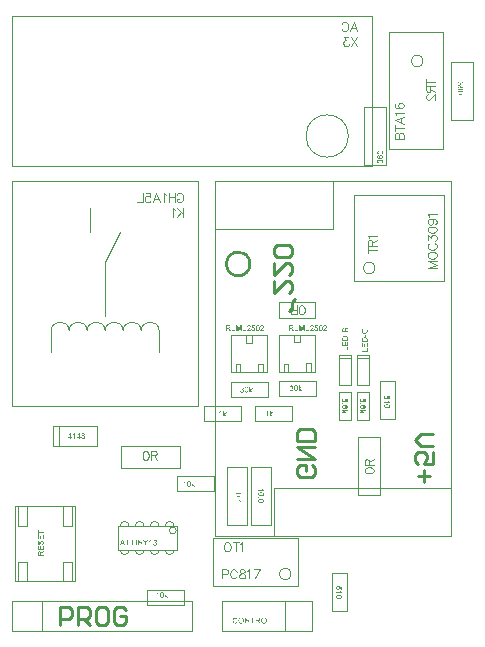
<source format=gm1>
G04*
G04 #@! TF.GenerationSoftware,Altium Limited,Altium Designer,20.2.5 (213)*
G04*
G04 Layer_Color=16777215*
%FSLAX25Y25*%
%MOIN*%
G70*
G04*
G04 #@! TF.SameCoordinates,D46C28A9-7DA0-4B25-B7FC-F21E02E80399*
G04*
G04*
G04 #@! TF.FilePolarity,Positive*
G04*
G01*
G75*
%ADD11C,0.00400*%
%ADD13C,0.01000*%
%ADD58C,0.00200*%
%ADD59C,0.00300*%
%ADD60C,0.00394*%
G36*
X62689Y45422D02*
X62725Y45417D01*
X62769Y45408D01*
X62819Y45395D01*
X62869Y45378D01*
X62919Y45356D01*
X62922D01*
X62925Y45353D01*
X62941Y45345D01*
X62966Y45328D01*
X62994Y45309D01*
X63027Y45281D01*
X63060Y45251D01*
X63094Y45215D01*
X63121Y45173D01*
X63124Y45167D01*
X63132Y45154D01*
X63143Y45129D01*
X63157Y45098D01*
X63171Y45062D01*
X63182Y45021D01*
X63191Y44974D01*
X63193Y44927D01*
Y44921D01*
Y44904D01*
X63191Y44882D01*
X63185Y44852D01*
X63177Y44816D01*
X63163Y44777D01*
X63146Y44738D01*
X63124Y44699D01*
X63121Y44694D01*
X63113Y44683D01*
X63096Y44663D01*
X63074Y44641D01*
X63046Y44616D01*
X63013Y44589D01*
X62974Y44564D01*
X62927Y44539D01*
X62930D01*
X62936Y44536D01*
X62944Y44533D01*
X62955Y44530D01*
X62985Y44519D01*
X63024Y44503D01*
X63069Y44481D01*
X63113Y44453D01*
X63155Y44417D01*
X63193Y44375D01*
X63196Y44370D01*
X63207Y44353D01*
X63224Y44326D01*
X63240Y44289D01*
X63257Y44245D01*
X63274Y44192D01*
X63285Y44132D01*
X63287Y44065D01*
Y44062D01*
Y44054D01*
Y44040D01*
X63285Y44023D01*
X63282Y44001D01*
X63276Y43976D01*
X63271Y43949D01*
X63265Y43918D01*
X63243Y43852D01*
X63226Y43816D01*
X63210Y43782D01*
X63188Y43747D01*
X63163Y43711D01*
X63135Y43674D01*
X63102Y43641D01*
X63099Y43639D01*
X63094Y43633D01*
X63082Y43625D01*
X63069Y43614D01*
X63052Y43600D01*
X63030Y43586D01*
X63005Y43569D01*
X62974Y43555D01*
X62944Y43539D01*
X62908Y43522D01*
X62872Y43508D01*
X62830Y43494D01*
X62786Y43483D01*
X62739Y43475D01*
X62692Y43470D01*
X62639Y43467D01*
X62614D01*
X62598Y43470D01*
X62576Y43472D01*
X62551Y43475D01*
X62523Y43481D01*
X62492Y43486D01*
X62426Y43503D01*
X62357Y43530D01*
X62321Y43547D01*
X62287Y43567D01*
X62254Y43591D01*
X62221Y43616D01*
X62218Y43619D01*
X62213Y43625D01*
X62204Y43633D01*
X62196Y43644D01*
X62182Y43658D01*
X62168Y43677D01*
X62152Y43697D01*
X62135Y43722D01*
X62119Y43749D01*
X62102Y43777D01*
X62071Y43843D01*
X62046Y43921D01*
X62038Y43963D01*
X62033Y44007D01*
X62268Y44037D01*
Y44035D01*
X62271Y44029D01*
X62274Y44018D01*
X62276Y44004D01*
X62279Y43988D01*
X62285Y43968D01*
X62299Y43927D01*
X62318Y43877D01*
X62343Y43830D01*
X62371Y43785D01*
X62404Y43747D01*
X62409Y43744D01*
X62420Y43733D01*
X62443Y43719D01*
X62470Y43705D01*
X62503Y43688D01*
X62545Y43674D01*
X62592Y43663D01*
X62642Y43661D01*
X62659D01*
X62670Y43663D01*
X62700Y43666D01*
X62739Y43674D01*
X62783Y43688D01*
X62830Y43708D01*
X62878Y43735D01*
X62922Y43774D01*
X62927Y43780D01*
X62941Y43796D01*
X62958Y43821D01*
X62980Y43855D01*
X63002Y43896D01*
X63019Y43943D01*
X63033Y43999D01*
X63038Y44060D01*
Y44062D01*
Y44068D01*
Y44076D01*
X63035Y44087D01*
X63033Y44118D01*
X63024Y44154D01*
X63013Y44198D01*
X62994Y44242D01*
X62966Y44287D01*
X62930Y44328D01*
X62925Y44334D01*
X62911Y44345D01*
X62889Y44361D01*
X62858Y44381D01*
X62819Y44400D01*
X62772Y44417D01*
X62720Y44428D01*
X62661Y44434D01*
X62637D01*
X62617Y44431D01*
X62592Y44428D01*
X62564Y44422D01*
X62531Y44417D01*
X62495Y44409D01*
X62523Y44616D01*
X62537D01*
X62548Y44614D01*
X62584D01*
X62614Y44619D01*
X62650Y44625D01*
X62692Y44633D01*
X62739Y44647D01*
X62783Y44666D01*
X62830Y44691D01*
X62833D01*
X62836Y44694D01*
X62850Y44705D01*
X62869Y44724D01*
X62891Y44749D01*
X62914Y44785D01*
X62933Y44827D01*
X62947Y44874D01*
X62952Y44902D01*
Y44932D01*
Y44935D01*
Y44938D01*
Y44954D01*
X62947Y44976D01*
X62941Y45007D01*
X62930Y45040D01*
X62916Y45076D01*
X62894Y45112D01*
X62864Y45145D01*
X62861Y45148D01*
X62847Y45159D01*
X62828Y45173D01*
X62803Y45190D01*
X62769Y45204D01*
X62731Y45217D01*
X62686Y45228D01*
X62637Y45231D01*
X62614D01*
X62589Y45226D01*
X62556Y45220D01*
X62520Y45209D01*
X62484Y45195D01*
X62445Y45173D01*
X62409Y45145D01*
X62407Y45143D01*
X62396Y45129D01*
X62379Y45109D01*
X62359Y45082D01*
X62340Y45046D01*
X62321Y45001D01*
X62304Y44949D01*
X62293Y44888D01*
X62058Y44929D01*
Y44932D01*
X62060Y44940D01*
X62063Y44952D01*
X62066Y44968D01*
X62071Y44987D01*
X62080Y45010D01*
X62096Y45062D01*
X62124Y45123D01*
X62157Y45184D01*
X62199Y45242D01*
X62252Y45295D01*
X62254Y45298D01*
X62260Y45300D01*
X62268Y45306D01*
X62279Y45314D01*
X62293Y45325D01*
X62312Y45336D01*
X62332Y45348D01*
X62357Y45361D01*
X62412Y45384D01*
X62476Y45406D01*
X62551Y45420D01*
X62589Y45425D01*
X62659D01*
X62689Y45422D01*
D02*
G37*
G36*
X59642Y44312D02*
Y43500D01*
X59387D01*
Y44312D01*
X58648Y45417D01*
X58955D01*
X59332Y44835D01*
Y44832D01*
X59337Y44827D01*
X59343Y44818D01*
X59348Y44807D01*
X59360Y44794D01*
X59371Y44777D01*
X59396Y44735D01*
X59426Y44686D01*
X59459Y44630D01*
X59495Y44572D01*
X59528Y44511D01*
Y44514D01*
X59531Y44519D01*
X59537Y44528D01*
X59545Y44539D01*
X59553Y44553D01*
X59565Y44569D01*
X59589Y44611D01*
X59620Y44661D01*
X59656Y44719D01*
X59698Y44783D01*
X59742Y44852D01*
X60110Y45417D01*
X60407D01*
X59642Y44312D01*
D02*
G37*
G36*
X58423Y43500D02*
X58160D01*
X57157Y45004D01*
Y43500D01*
X56914D01*
Y45417D01*
X57174D01*
X58180Y43910D01*
Y45417D01*
X58423D01*
Y43500D01*
D02*
G37*
G36*
X61426D02*
X61190D01*
Y44999D01*
X61188Y44996D01*
X61174Y44985D01*
X61157Y44968D01*
X61130Y44949D01*
X61099Y44924D01*
X61060Y44896D01*
X61016Y44866D01*
X60966Y44835D01*
X60963D01*
X60961Y44832D01*
X60944Y44821D01*
X60916Y44807D01*
X60883Y44791D01*
X60844Y44771D01*
X60803Y44752D01*
X60761Y44733D01*
X60720Y44716D01*
Y44943D01*
X60722D01*
X60728Y44949D01*
X60739Y44952D01*
X60753Y44960D01*
X60769Y44968D01*
X60789Y44979D01*
X60836Y45007D01*
X60891Y45037D01*
X60947Y45076D01*
X61005Y45120D01*
X61063Y45167D01*
X61066Y45170D01*
X61069Y45173D01*
X61077Y45181D01*
X61088Y45190D01*
X61113Y45217D01*
X61146Y45251D01*
X61180Y45289D01*
X61216Y45334D01*
X61246Y45378D01*
X61274Y45425D01*
X61426D01*
Y43500D01*
D02*
G37*
G36*
X56468D02*
X56213D01*
Y45417D01*
X56468D01*
Y43500D01*
D02*
G37*
G36*
X55908Y45190D02*
X55277D01*
Y43500D01*
X55022D01*
Y45190D01*
X54390D01*
Y45417D01*
X55908D01*
Y45190D01*
D02*
G37*
G36*
X54271D02*
X53640D01*
Y43500D01*
X53385D01*
Y45190D01*
X52753D01*
Y45417D01*
X54271D01*
Y45190D01*
D02*
G37*
G36*
X52692Y43500D02*
X52404D01*
X52180Y44082D01*
X51376D01*
X51169Y43500D01*
X50900D01*
X51631Y45417D01*
X51908D01*
X52692Y43500D01*
D02*
G37*
G36*
X85612Y87323D02*
X86169Y87890D01*
X86476D01*
X85942Y87373D01*
X86529Y86500D01*
X86238D01*
X85776Y87209D01*
X85612Y87051D01*
Y86500D01*
X85377D01*
Y88417D01*
X85612D01*
Y87323D01*
D02*
G37*
G36*
X84706Y86500D02*
X84471D01*
Y87999D01*
X84468Y87996D01*
X84454Y87985D01*
X84438Y87968D01*
X84410Y87949D01*
X84380Y87924D01*
X84341Y87896D01*
X84296Y87866D01*
X84246Y87835D01*
X84244D01*
X84241Y87832D01*
X84224Y87821D01*
X84197Y87807D01*
X84163Y87791D01*
X84125Y87771D01*
X84083Y87752D01*
X84042Y87733D01*
X84000Y87716D01*
Y87943D01*
X84003D01*
X84008Y87949D01*
X84019Y87951D01*
X84033Y87960D01*
X84050Y87968D01*
X84069Y87979D01*
X84116Y88007D01*
X84172Y88037D01*
X84227Y88076D01*
X84285Y88121D01*
X84343Y88168D01*
X84346Y88170D01*
X84349Y88173D01*
X84357Y88181D01*
X84368Y88190D01*
X84393Y88217D01*
X84427Y88251D01*
X84460Y88289D01*
X84496Y88334D01*
X84526Y88378D01*
X84554Y88425D01*
X84706D01*
Y86500D01*
D02*
G37*
G36*
X37550Y79709D02*
X37810D01*
Y79493D01*
X37550D01*
Y79033D01*
X37314D01*
Y79493D01*
X36481D01*
Y79709D01*
X37359Y80950D01*
X37550D01*
Y79709D01*
D02*
G37*
G36*
X35957Y79033D02*
X35721D01*
Y80532D01*
X35719Y80529D01*
X35705Y80518D01*
X35688Y80501D01*
X35661Y80482D01*
X35630Y80457D01*
X35591Y80429D01*
X35547Y80399D01*
X35497Y80368D01*
X35494D01*
X35492Y80366D01*
X35475Y80354D01*
X35447Y80341D01*
X35414Y80324D01*
X35375Y80305D01*
X35334Y80285D01*
X35292Y80266D01*
X35251Y80249D01*
Y80476D01*
X35253D01*
X35259Y80482D01*
X35270Y80485D01*
X35284Y80493D01*
X35300Y80501D01*
X35320Y80512D01*
X35367Y80540D01*
X35422Y80571D01*
X35478Y80609D01*
X35536Y80654D01*
X35594Y80701D01*
X35597Y80704D01*
X35600Y80706D01*
X35608Y80715D01*
X35619Y80723D01*
X35644Y80751D01*
X35677Y80784D01*
X35710Y80823D01*
X35746Y80867D01*
X35777Y80911D01*
X35805Y80958D01*
X35957D01*
Y79033D01*
D02*
G37*
G36*
X34569Y79709D02*
X34830D01*
Y79493D01*
X34569D01*
Y79033D01*
X34334D01*
Y79493D01*
X33500D01*
Y79709D01*
X34378Y80950D01*
X34569D01*
Y79709D01*
D02*
G37*
G36*
X38716Y80956D02*
X38738Y80953D01*
X38763Y80950D01*
X38791Y80947D01*
X38818Y80939D01*
X38885Y80922D01*
X38951Y80897D01*
X38985Y80881D01*
X39018Y80861D01*
X39048Y80836D01*
X39079Y80812D01*
X39081Y80809D01*
X39084Y80806D01*
X39093Y80798D01*
X39104Y80787D01*
X39115Y80770D01*
X39129Y80753D01*
X39156Y80712D01*
X39184Y80659D01*
X39209Y80598D01*
X39228Y80529D01*
X39231Y80493D01*
X39234Y80454D01*
Y80452D01*
Y80449D01*
Y80432D01*
X39231Y80407D01*
X39226Y80377D01*
X39217Y80338D01*
X39203Y80299D01*
X39187Y80260D01*
X39162Y80222D01*
X39159Y80216D01*
X39148Y80205D01*
X39131Y80188D01*
X39109Y80166D01*
X39079Y80141D01*
X39043Y80116D01*
X39001Y80091D01*
X38951Y80069D01*
X38954D01*
X38960Y80066D01*
X38968Y80064D01*
X38979Y80058D01*
X39012Y80044D01*
X39051Y80025D01*
X39093Y79997D01*
X39137Y79967D01*
X39178Y79928D01*
X39217Y79884D01*
Y79881D01*
X39220Y79878D01*
X39231Y79861D01*
X39248Y79834D01*
X39264Y79798D01*
X39281Y79753D01*
X39298Y79701D01*
X39309Y79643D01*
X39312Y79579D01*
Y79576D01*
Y79568D01*
Y79554D01*
X39309Y79537D01*
X39306Y79518D01*
X39303Y79493D01*
X39298Y79465D01*
X39289Y79435D01*
X39270Y79371D01*
X39256Y79335D01*
X39237Y79302D01*
X39217Y79266D01*
X39195Y79233D01*
X39167Y79199D01*
X39137Y79166D01*
X39134Y79163D01*
X39129Y79158D01*
X39120Y79150D01*
X39107Y79141D01*
X39087Y79127D01*
X39068Y79114D01*
X39043Y79100D01*
X39015Y79083D01*
X38985Y79066D01*
X38949Y79053D01*
X38910Y79039D01*
X38871Y79025D01*
X38827Y79017D01*
X38780Y79008D01*
X38732Y79003D01*
X38680Y79000D01*
X38652D01*
X38633Y79003D01*
X38608Y79005D01*
X38580Y79008D01*
X38550Y79014D01*
X38517Y79022D01*
X38442Y79041D01*
X38403Y79055D01*
X38367Y79069D01*
X38328Y79089D01*
X38289Y79111D01*
X38253Y79136D01*
X38220Y79166D01*
X38217Y79169D01*
X38212Y79175D01*
X38203Y79183D01*
X38192Y79197D01*
X38181Y79213D01*
X38165Y79233D01*
X38151Y79255D01*
X38134Y79282D01*
X38118Y79310D01*
X38104Y79343D01*
X38076Y79413D01*
X38065Y79454D01*
X38057Y79496D01*
X38051Y79540D01*
X38048Y79584D01*
Y79587D01*
Y79593D01*
Y79604D01*
X38051Y79615D01*
Y79632D01*
X38054Y79651D01*
X38059Y79695D01*
X38070Y79745D01*
X38087Y79795D01*
X38112Y79848D01*
X38142Y79897D01*
Y79900D01*
X38148Y79903D01*
X38159Y79917D01*
X38181Y79939D01*
X38212Y79967D01*
X38250Y79994D01*
X38298Y80025D01*
X38350Y80050D01*
X38414Y80069D01*
X38411D01*
X38408Y80072D01*
X38400Y80075D01*
X38389Y80080D01*
X38364Y80091D01*
X38331Y80108D01*
X38295Y80130D01*
X38259Y80158D01*
X38226Y80188D01*
X38195Y80222D01*
X38192Y80227D01*
X38184Y80238D01*
X38173Y80260D01*
X38162Y80288D01*
X38148Y80324D01*
X38137Y80366D01*
X38129Y80413D01*
X38126Y80463D01*
Y80465D01*
Y80471D01*
Y80482D01*
X38129Y80499D01*
X38131Y80515D01*
X38134Y80537D01*
X38145Y80584D01*
X38162Y80640D01*
X38190Y80698D01*
X38206Y80729D01*
X38226Y80759D01*
X38250Y80787D01*
X38276Y80814D01*
X38278Y80817D01*
X38284Y80820D01*
X38292Y80828D01*
X38303Y80836D01*
X38317Y80848D01*
X38336Y80859D01*
X38359Y80872D01*
X38381Y80886D01*
X38408Y80900D01*
X38439Y80914D01*
X38472Y80925D01*
X38508Y80936D01*
X38586Y80953D01*
X38630Y80956D01*
X38674Y80958D01*
X38699D01*
X38716Y80956D01*
D02*
G37*
G36*
X89450Y19447D02*
X89475Y19444D01*
X89505Y19442D01*
X89536Y19439D01*
X89572Y19431D01*
X89647Y19414D01*
X89730Y19389D01*
X89771Y19373D01*
X89810Y19353D01*
X89849Y19328D01*
X89888Y19303D01*
X89890Y19300D01*
X89896Y19298D01*
X89907Y19289D01*
X89921Y19276D01*
X89935Y19262D01*
X89954Y19242D01*
X89974Y19220D01*
X89996Y19198D01*
X90018Y19170D01*
X90040Y19137D01*
X90065Y19104D01*
X90087Y19068D01*
X90107Y19026D01*
X90129Y18985D01*
X90145Y18940D01*
X90162Y18891D01*
X89913Y18832D01*
Y18835D01*
X89910Y18841D01*
X89904Y18852D01*
X89899Y18866D01*
X89893Y18882D01*
X89885Y18904D01*
X89863Y18949D01*
X89835Y18999D01*
X89802Y19048D01*
X89760Y19095D01*
X89716Y19137D01*
X89710Y19143D01*
X89694Y19154D01*
X89666Y19168D01*
X89630Y19187D01*
X89583Y19204D01*
X89530Y19220D01*
X89467Y19231D01*
X89398Y19234D01*
X89375D01*
X89362Y19231D01*
X89342D01*
X89320Y19229D01*
X89267Y19220D01*
X89209Y19209D01*
X89148Y19190D01*
X89085Y19162D01*
X89026Y19126D01*
X89024D01*
X89021Y19120D01*
X89001Y19107D01*
X88976Y19084D01*
X88946Y19051D01*
X88910Y19010D01*
X88877Y18963D01*
X88846Y18904D01*
X88819Y18841D01*
Y18838D01*
X88816Y18832D01*
X88813Y18824D01*
X88810Y18810D01*
X88805Y18794D01*
X88799Y18774D01*
X88791Y18727D01*
X88780Y18672D01*
X88769Y18611D01*
X88763Y18544D01*
X88760Y18472D01*
Y18470D01*
Y18461D01*
Y18447D01*
Y18431D01*
X88763Y18411D01*
Y18386D01*
X88766Y18359D01*
X88769Y18328D01*
X88777Y18262D01*
X88791Y18190D01*
X88807Y18118D01*
X88830Y18046D01*
Y18043D01*
X88832Y18037D01*
X88838Y18029D01*
X88844Y18015D01*
X88860Y17982D01*
X88885Y17943D01*
X88915Y17899D01*
X88954Y17852D01*
X88999Y17810D01*
X89051Y17772D01*
X89054D01*
X89060Y17769D01*
X89068Y17763D01*
X89079Y17758D01*
X89093Y17752D01*
X89109Y17744D01*
X89148Y17727D01*
X89198Y17710D01*
X89253Y17697D01*
X89314Y17686D01*
X89378Y17683D01*
X89398D01*
X89414Y17686D01*
X89433D01*
X89453Y17688D01*
X89503Y17699D01*
X89561Y17713D01*
X89619Y17736D01*
X89680Y17766D01*
X89710Y17783D01*
X89738Y17805D01*
X89741Y17808D01*
X89744Y17810D01*
X89752Y17819D01*
X89763Y17827D01*
X89774Y17841D01*
X89788Y17857D01*
X89805Y17874D01*
X89819Y17896D01*
X89835Y17921D01*
X89855Y17949D01*
X89871Y17976D01*
X89888Y18010D01*
X89902Y18046D01*
X89916Y18085D01*
X89929Y18126D01*
X89940Y18170D01*
X90195Y18107D01*
Y18104D01*
X90193Y18093D01*
X90187Y18076D01*
X90179Y18054D01*
X90170Y18029D01*
X90159Y17999D01*
X90145Y17965D01*
X90129Y17929D01*
X90090Y17852D01*
X90040Y17774D01*
X90010Y17736D01*
X89979Y17697D01*
X89946Y17663D01*
X89907Y17630D01*
X89904Y17627D01*
X89899Y17622D01*
X89885Y17616D01*
X89871Y17605D01*
X89849Y17591D01*
X89827Y17578D01*
X89796Y17564D01*
X89766Y17550D01*
X89730Y17533D01*
X89691Y17519D01*
X89649Y17505D01*
X89605Y17492D01*
X89558Y17481D01*
X89508Y17475D01*
X89456Y17470D01*
X89400Y17467D01*
X89370D01*
X89348Y17470D01*
X89323D01*
X89292Y17472D01*
X89259Y17478D01*
X89220Y17483D01*
X89140Y17497D01*
X89057Y17519D01*
X88974Y17550D01*
X88935Y17569D01*
X88896Y17591D01*
X88893Y17594D01*
X88888Y17597D01*
X88877Y17605D01*
X88866Y17616D01*
X88849Y17627D01*
X88830Y17644D01*
X88807Y17663D01*
X88785Y17686D01*
X88763Y17710D01*
X88738Y17736D01*
X88688Y17799D01*
X88641Y17874D01*
X88600Y17957D01*
Y17960D01*
X88594Y17968D01*
X88591Y17982D01*
X88583Y17999D01*
X88578Y18021D01*
X88569Y18048D01*
X88558Y18079D01*
X88550Y18112D01*
X88542Y18148D01*
X88530Y18190D01*
X88517Y18276D01*
X88506Y18373D01*
X88500Y18472D01*
Y18475D01*
Y18486D01*
Y18503D01*
X88503Y18522D01*
Y18550D01*
X88506Y18577D01*
X88508Y18613D01*
X88514Y18650D01*
X88528Y18730D01*
X88547Y18819D01*
X88575Y18907D01*
X88614Y18993D01*
X88616Y18996D01*
X88619Y19004D01*
X88625Y19015D01*
X88636Y19029D01*
X88647Y19048D01*
X88661Y19071D01*
X88697Y19120D01*
X88744Y19176D01*
X88799Y19231D01*
X88863Y19287D01*
X88938Y19334D01*
X88940Y19336D01*
X88949Y19339D01*
X88960Y19345D01*
X88974Y19353D01*
X88996Y19361D01*
X89018Y19370D01*
X89046Y19381D01*
X89076Y19392D01*
X89109Y19403D01*
X89145Y19414D01*
X89223Y19431D01*
X89312Y19444D01*
X89403Y19450D01*
X89431D01*
X89450Y19447D01*
D02*
G37*
G36*
X94098Y17500D02*
X93835D01*
X92832Y19004D01*
Y17500D01*
X92589D01*
Y19417D01*
X92849D01*
X93854Y17910D01*
Y19417D01*
X94098D01*
Y17500D01*
D02*
G37*
G36*
X100422Y17727D02*
X101367D01*
Y17500D01*
X100167D01*
Y19417D01*
X100422D01*
Y17727D01*
D02*
G37*
G36*
X97076Y19414D02*
X97101D01*
X97159Y19411D01*
X97220Y19403D01*
X97286Y19395D01*
X97347Y19381D01*
X97378Y19373D01*
X97403Y19364D01*
X97406D01*
X97408Y19361D01*
X97425Y19353D01*
X97450Y19342D01*
X97480Y19323D01*
X97514Y19298D01*
X97550Y19264D01*
X97583Y19226D01*
X97616Y19181D01*
Y19179D01*
X97619Y19176D01*
X97630Y19159D01*
X97641Y19131D01*
X97658Y19095D01*
X97672Y19054D01*
X97685Y19004D01*
X97694Y18951D01*
X97696Y18893D01*
Y18891D01*
Y18885D01*
Y18874D01*
X97694Y18860D01*
Y18841D01*
X97691Y18821D01*
X97680Y18774D01*
X97663Y18719D01*
X97641Y18661D01*
X97608Y18602D01*
X97586Y18575D01*
X97563Y18547D01*
X97561Y18544D01*
X97558Y18541D01*
X97550Y18533D01*
X97539Y18525D01*
X97525Y18514D01*
X97508Y18503D01*
X97486Y18489D01*
X97464Y18472D01*
X97436Y18458D01*
X97406Y18445D01*
X97372Y18428D01*
X97336Y18414D01*
X97295Y18403D01*
X97253Y18389D01*
X97206Y18381D01*
X97156Y18373D01*
X97162Y18370D01*
X97173Y18364D01*
X97189Y18353D01*
X97212Y18342D01*
X97262Y18312D01*
X97286Y18292D01*
X97309Y18276D01*
X97314Y18270D01*
X97328Y18256D01*
X97350Y18234D01*
X97378Y18206D01*
X97408Y18168D01*
X97444Y18126D01*
X97480Y18076D01*
X97519Y18021D01*
X97849Y17500D01*
X97533D01*
X97281Y17899D01*
Y17902D01*
X97275Y17907D01*
X97270Y17916D01*
X97262Y17927D01*
X97242Y17957D01*
X97217Y17996D01*
X97187Y18037D01*
X97156Y18082D01*
X97126Y18123D01*
X97098Y18162D01*
X97095Y18165D01*
X97087Y18176D01*
X97073Y18192D01*
X97054Y18212D01*
X97012Y18253D01*
X96990Y18273D01*
X96968Y18289D01*
X96965Y18292D01*
X96960Y18295D01*
X96948Y18301D01*
X96932Y18309D01*
X96915Y18317D01*
X96896Y18326D01*
X96851Y18339D01*
X96849D01*
X96843Y18342D01*
X96832D01*
X96818Y18345D01*
X96799Y18348D01*
X96777D01*
X96746Y18350D01*
X96419D01*
Y17500D01*
X96165D01*
Y19417D01*
X97054D01*
X97076Y19414D01*
D02*
G37*
G36*
X95899Y19190D02*
X95267D01*
Y17500D01*
X95012D01*
Y19190D01*
X94381D01*
Y19417D01*
X95899D01*
Y19190D01*
D02*
G37*
G36*
X98979Y19447D02*
X99004D01*
X99029Y19444D01*
X99062Y19439D01*
X99095Y19433D01*
X99167Y19420D01*
X99250Y19398D01*
X99331Y19364D01*
X99372Y19345D01*
X99414Y19323D01*
X99417Y19320D01*
X99422Y19317D01*
X99433Y19309D01*
X99450Y19300D01*
X99466Y19287D01*
X99489Y19270D01*
X99536Y19231D01*
X99585Y19181D01*
X99641Y19120D01*
X99694Y19048D01*
X99738Y18968D01*
Y18965D01*
X99743Y18957D01*
X99749Y18946D01*
X99755Y18929D01*
X99766Y18907D01*
X99774Y18882D01*
X99785Y18852D01*
X99796Y18819D01*
X99804Y18782D01*
X99815Y18744D01*
X99827Y18699D01*
X99835Y18655D01*
X99846Y18558D01*
X99852Y18453D01*
Y18450D01*
Y18439D01*
Y18425D01*
X99849Y18403D01*
Y18378D01*
X99846Y18348D01*
X99840Y18314D01*
X99838Y18278D01*
X99824Y18198D01*
X99802Y18109D01*
X99771Y18021D01*
X99755Y17976D01*
X99732Y17932D01*
Y17929D01*
X99727Y17921D01*
X99721Y17910D01*
X99710Y17893D01*
X99699Y17874D01*
X99685Y17855D01*
X99647Y17802D01*
X99599Y17747D01*
X99544Y17688D01*
X99477Y17633D01*
X99400Y17583D01*
X99397D01*
X99392Y17578D01*
X99378Y17572D01*
X99361Y17564D01*
X99342Y17555D01*
X99320Y17547D01*
X99292Y17536D01*
X99261Y17525D01*
X99228Y17514D01*
X99192Y17503D01*
X99112Y17486D01*
X99026Y17472D01*
X98935Y17467D01*
X98907D01*
X98890Y17470D01*
X98865D01*
X98838Y17475D01*
X98807Y17478D01*
X98771Y17483D01*
X98696Y17500D01*
X98616Y17522D01*
X98533Y17555D01*
X98491Y17575D01*
X98450Y17597D01*
X98447Y17600D01*
X98441Y17603D01*
X98430Y17611D01*
X98414Y17622D01*
X98397Y17633D01*
X98378Y17650D01*
X98331Y17691D01*
X98278Y17741D01*
X98223Y17802D01*
X98173Y17871D01*
X98126Y17952D01*
Y17954D01*
X98120Y17963D01*
X98115Y17974D01*
X98109Y17990D01*
X98101Y18012D01*
X98093Y18037D01*
X98081Y18065D01*
X98073Y18096D01*
X98062Y18132D01*
X98051Y18168D01*
X98034Y18251D01*
X98023Y18337D01*
X98018Y18431D01*
Y18433D01*
Y18436D01*
Y18453D01*
X98020Y18478D01*
Y18511D01*
X98026Y18550D01*
X98032Y18597D01*
X98040Y18650D01*
X98051Y18705D01*
X98062Y18763D01*
X98079Y18824D01*
X98101Y18885D01*
X98126Y18949D01*
X98153Y19010D01*
X98190Y19071D01*
X98228Y19126D01*
X98273Y19179D01*
X98275Y19181D01*
X98284Y19190D01*
X98300Y19204D01*
X98320Y19220D01*
X98345Y19242D01*
X98375Y19264D01*
X98411Y19289D01*
X98453Y19314D01*
X98497Y19339D01*
X98547Y19364D01*
X98602Y19386D01*
X98660Y19409D01*
X98724Y19425D01*
X98791Y19439D01*
X98860Y19447D01*
X98935Y19450D01*
X98959D01*
X98979Y19447D01*
D02*
G37*
G36*
X91392D02*
X91417D01*
X91442Y19444D01*
X91475Y19439D01*
X91508Y19433D01*
X91580Y19420D01*
X91663Y19398D01*
X91744Y19364D01*
X91785Y19345D01*
X91827Y19323D01*
X91830Y19320D01*
X91835Y19317D01*
X91846Y19309D01*
X91863Y19300D01*
X91879Y19287D01*
X91902Y19270D01*
X91949Y19231D01*
X91998Y19181D01*
X92054Y19120D01*
X92106Y19048D01*
X92151Y18968D01*
Y18965D01*
X92156Y18957D01*
X92162Y18946D01*
X92168Y18929D01*
X92179Y18907D01*
X92187Y18882D01*
X92198Y18852D01*
X92209Y18819D01*
X92217Y18782D01*
X92228Y18744D01*
X92239Y18699D01*
X92248Y18655D01*
X92259Y18558D01*
X92264Y18453D01*
Y18450D01*
Y18439D01*
Y18425D01*
X92262Y18403D01*
Y18378D01*
X92259Y18348D01*
X92253Y18314D01*
X92251Y18278D01*
X92237Y18198D01*
X92215Y18109D01*
X92184Y18021D01*
X92168Y17976D01*
X92145Y17932D01*
Y17929D01*
X92140Y17921D01*
X92134Y17910D01*
X92123Y17893D01*
X92112Y17874D01*
X92098Y17855D01*
X92059Y17802D01*
X92012Y17747D01*
X91957Y17688D01*
X91891Y17633D01*
X91813Y17583D01*
X91810D01*
X91805Y17578D01*
X91791Y17572D01*
X91774Y17564D01*
X91755Y17555D01*
X91733Y17547D01*
X91705Y17536D01*
X91674Y17525D01*
X91641Y17514D01*
X91605Y17503D01*
X91525Y17486D01*
X91439Y17472D01*
X91348Y17467D01*
X91320D01*
X91303Y17470D01*
X91278D01*
X91251Y17475D01*
X91220Y17478D01*
X91184Y17483D01*
X91109Y17500D01*
X91029Y17522D01*
X90946Y17555D01*
X90904Y17575D01*
X90863Y17597D01*
X90860Y17600D01*
X90855Y17603D01*
X90843Y17611D01*
X90827Y17622D01*
X90810Y17633D01*
X90791Y17650D01*
X90744Y17691D01*
X90691Y17741D01*
X90636Y17802D01*
X90586Y17871D01*
X90539Y17952D01*
Y17954D01*
X90533Y17963D01*
X90528Y17974D01*
X90522Y17990D01*
X90514Y18012D01*
X90505Y18037D01*
X90494Y18065D01*
X90486Y18096D01*
X90475Y18132D01*
X90464Y18168D01*
X90447Y18251D01*
X90436Y18337D01*
X90431Y18431D01*
Y18433D01*
Y18436D01*
Y18453D01*
X90434Y18478D01*
Y18511D01*
X90439Y18550D01*
X90444Y18597D01*
X90453Y18650D01*
X90464Y18705D01*
X90475Y18763D01*
X90492Y18824D01*
X90514Y18885D01*
X90539Y18949D01*
X90566Y19010D01*
X90602Y19071D01*
X90641Y19126D01*
X90685Y19179D01*
X90688Y19181D01*
X90697Y19190D01*
X90713Y19204D01*
X90733Y19220D01*
X90758Y19242D01*
X90788Y19264D01*
X90824Y19289D01*
X90866Y19314D01*
X90910Y19339D01*
X90960Y19364D01*
X91015Y19386D01*
X91073Y19409D01*
X91137Y19425D01*
X91203Y19439D01*
X91273Y19447D01*
X91348Y19450D01*
X91373D01*
X91392Y19447D01*
D02*
G37*
G36*
X123521Y29754D02*
X123518D01*
X123512D01*
X123504Y29751D01*
X123490Y29748D01*
X123460Y29740D01*
X123418Y29728D01*
X123377Y29712D01*
X123330Y29690D01*
X123288Y29662D01*
X123249Y29629D01*
X123247Y29623D01*
X123235Y29612D01*
X123222Y29590D01*
X123205Y29560D01*
X123188Y29526D01*
X123175Y29485D01*
X123163Y29438D01*
X123161Y29385D01*
Y29368D01*
X123163Y29357D01*
X123166Y29324D01*
X123177Y29285D01*
X123191Y29238D01*
X123213Y29191D01*
X123247Y29141D01*
X123266Y29119D01*
X123288Y29097D01*
X123291Y29094D01*
X123294Y29091D01*
X123302Y29086D01*
X123310Y29078D01*
X123341Y29058D01*
X123380Y29036D01*
X123427Y29017D01*
X123485Y28997D01*
X123554Y28983D01*
X123590Y28978D01*
X123629D01*
X123632D01*
X123637D01*
X123648D01*
X123662Y28981D01*
X123679D01*
X123698Y28983D01*
X123742Y28992D01*
X123795Y29006D01*
X123848Y29025D01*
X123898Y29053D01*
X123945Y29091D01*
X123947D01*
X123950Y29097D01*
X123964Y29111D01*
X123983Y29136D01*
X124005Y29169D01*
X124025Y29213D01*
X124044Y29263D01*
X124058Y29321D01*
X124064Y29355D01*
Y29407D01*
X124061Y29429D01*
X124058Y29457D01*
X124050Y29490D01*
X124041Y29524D01*
X124028Y29560D01*
X124011Y29596D01*
X124008Y29598D01*
X124003Y29609D01*
X123989Y29626D01*
X123975Y29648D01*
X123956Y29670D01*
X123931Y29693D01*
X123906Y29717D01*
X123875Y29737D01*
X123906Y29958D01*
X124892Y29773D01*
Y28820D01*
X124668D01*
Y29587D01*
X124150Y29690D01*
X124152Y29687D01*
X124155Y29682D01*
X124161Y29673D01*
X124169Y29659D01*
X124177Y29643D01*
X124188Y29623D01*
X124211Y29579D01*
X124233Y29524D01*
X124252Y29463D01*
X124266Y29396D01*
X124271Y29363D01*
Y29302D01*
X124269Y29285D01*
X124266Y29263D01*
X124263Y29238D01*
X124258Y29211D01*
X124249Y29180D01*
X124230Y29114D01*
X124216Y29078D01*
X124197Y29042D01*
X124177Y29006D01*
X124155Y28970D01*
X124127Y28936D01*
X124097Y28903D01*
X124094Y28900D01*
X124089Y28895D01*
X124080Y28887D01*
X124066Y28875D01*
X124047Y28861D01*
X124028Y28848D01*
X124003Y28831D01*
X123975Y28814D01*
X123945Y28801D01*
X123911Y28784D01*
X123873Y28770D01*
X123834Y28756D01*
X123792Y28745D01*
X123745Y28737D01*
X123698Y28731D01*
X123648Y28729D01*
X123645D01*
X123637D01*
X123623D01*
X123604Y28731D01*
X123582Y28734D01*
X123557Y28737D01*
X123526Y28742D01*
X123496Y28748D01*
X123424Y28765D01*
X123349Y28792D01*
X123310Y28809D01*
X123274Y28831D01*
X123235Y28853D01*
X123199Y28881D01*
X123197Y28884D01*
X123188Y28889D01*
X123177Y28900D01*
X123163Y28914D01*
X123147Y28934D01*
X123125Y28956D01*
X123105Y28983D01*
X123083Y29014D01*
X123061Y29047D01*
X123042Y29086D01*
X123022Y29127D01*
X123003Y29172D01*
X122989Y29219D01*
X122978Y29272D01*
X122969Y29327D01*
X122967Y29385D01*
Y29410D01*
X122969Y29429D01*
X122972Y29452D01*
X122975Y29476D01*
X122978Y29507D01*
X122986Y29537D01*
X123003Y29607D01*
X123028Y29676D01*
X123044Y29712D01*
X123064Y29748D01*
X123086Y29781D01*
X123111Y29814D01*
X123114Y29817D01*
X123116Y29823D01*
X123127Y29828D01*
X123138Y29839D01*
X123152Y29853D01*
X123169Y29867D01*
X123191Y29884D01*
X123216Y29897D01*
X123241Y29914D01*
X123272Y29931D01*
X123338Y29961D01*
X123416Y29986D01*
X123457Y29994D01*
X123501Y30000D01*
X123521Y29754D01*
D02*
G37*
G36*
X124443Y28327D02*
X124449Y28321D01*
X124451Y28310D01*
X124460Y28296D01*
X124468Y28280D01*
X124479Y28260D01*
X124507Y28213D01*
X124537Y28158D01*
X124576Y28103D01*
X124620Y28044D01*
X124668Y27986D01*
X124670Y27983D01*
X124673Y27981D01*
X124681Y27972D01*
X124690Y27961D01*
X124717Y27936D01*
X124751Y27903D01*
X124789Y27870D01*
X124834Y27834D01*
X124878Y27803D01*
X124925Y27776D01*
Y27623D01*
X123000D01*
Y27859D01*
X124499D01*
X124496Y27862D01*
X124485Y27875D01*
X124468Y27892D01*
X124449Y27920D01*
X124424Y27950D01*
X124396Y27989D01*
X124366Y28033D01*
X124335Y28083D01*
Y28086D01*
X124332Y28089D01*
X124321Y28105D01*
X124307Y28133D01*
X124291Y28166D01*
X124271Y28205D01*
X124252Y28247D01*
X124233Y28288D01*
X124216Y28330D01*
X124443D01*
Y28327D01*
D02*
G37*
G36*
X124030Y27017D02*
X124064D01*
X124100Y27014D01*
X124141Y27011D01*
X124227Y27003D01*
X124319Y26989D01*
X124410Y26972D01*
X124451Y26961D01*
X124493Y26950D01*
X124496D01*
X124501Y26948D01*
X124512Y26942D01*
X124526Y26936D01*
X124546Y26931D01*
X124565Y26920D01*
X124612Y26898D01*
X124662Y26870D01*
X124715Y26834D01*
X124767Y26792D01*
X124812Y26743D01*
Y26740D01*
X124817Y26737D01*
X124823Y26729D01*
X124828Y26717D01*
X124839Y26704D01*
X124848Y26687D01*
X124870Y26645D01*
X124889Y26596D01*
X124908Y26537D01*
X124920Y26468D01*
X124925Y26393D01*
Y26368D01*
X124922Y26338D01*
X124917Y26302D01*
X124908Y26261D01*
X124898Y26216D01*
X124884Y26169D01*
X124861Y26125D01*
Y26122D01*
X124859Y26119D01*
X124850Y26105D01*
X124837Y26083D01*
X124817Y26055D01*
X124789Y26025D01*
X124759Y25992D01*
X124723Y25961D01*
X124681Y25931D01*
X124676Y25928D01*
X124662Y25917D01*
X124637Y25906D01*
X124601Y25886D01*
X124559Y25870D01*
X124512Y25848D01*
X124457Y25828D01*
X124396Y25812D01*
X124393D01*
X124388Y25809D01*
X124380Y25806D01*
X124366Y25803D01*
X124349Y25801D01*
X124330Y25798D01*
X124305Y25792D01*
X124277Y25790D01*
X124247Y25784D01*
X124213Y25781D01*
X124174Y25778D01*
X124136Y25773D01*
X124091Y25770D01*
X124047D01*
X123997Y25767D01*
X123945D01*
X123942D01*
X123931D01*
X123911D01*
X123889D01*
X123859Y25770D01*
X123826D01*
X123790Y25773D01*
X123751Y25776D01*
X123662Y25784D01*
X123571Y25798D01*
X123482Y25815D01*
X123440Y25826D01*
X123399Y25839D01*
X123396D01*
X123391Y25842D01*
X123380Y25848D01*
X123366Y25853D01*
X123346Y25859D01*
X123327Y25870D01*
X123280Y25892D01*
X123230Y25920D01*
X123175Y25956D01*
X123125Y25997D01*
X123078Y26047D01*
Y26050D01*
X123072Y26053D01*
X123066Y26061D01*
X123061Y26072D01*
X123053Y26086D01*
X123042Y26100D01*
X123022Y26141D01*
X123003Y26191D01*
X122983Y26249D01*
X122972Y26319D01*
X122967Y26393D01*
Y26421D01*
X122969Y26441D01*
X122972Y26463D01*
X122978Y26490D01*
X122983Y26521D01*
X122992Y26554D01*
X123003Y26587D01*
X123014Y26623D01*
X123030Y26659D01*
X123050Y26695D01*
X123072Y26731D01*
X123100Y26767D01*
X123130Y26801D01*
X123163Y26831D01*
X123166Y26834D01*
X123175Y26839D01*
X123188Y26848D01*
X123211Y26862D01*
X123235Y26875D01*
X123269Y26889D01*
X123308Y26909D01*
X123352Y26925D01*
X123402Y26942D01*
X123460Y26959D01*
X123523Y26975D01*
X123596Y26989D01*
X123673Y27003D01*
X123756Y27011D01*
X123848Y27017D01*
X123945Y27020D01*
X123947D01*
X123958D01*
X123978D01*
X124000D01*
X124030Y27017D01*
D02*
G37*
G36*
X112447Y115000D02*
X112203D01*
Y116604D01*
X111644Y115000D01*
X111417D01*
X110863Y116631D01*
Y115000D01*
X110619D01*
Y116917D01*
X110998D01*
X111453Y115557D01*
Y115554D01*
X111456Y115549D01*
X111458Y115540D01*
X111464Y115526D01*
X111475Y115493D01*
X111489Y115452D01*
X111503Y115404D01*
X111519Y115357D01*
X111533Y115313D01*
X111544Y115274D01*
X111547Y115280D01*
X111550Y115294D01*
X111558Y115319D01*
X111569Y115352D01*
X111583Y115396D01*
X111602Y115449D01*
X111622Y115510D01*
X111647Y115582D01*
X112107Y116917D01*
X112447D01*
Y115000D01*
D02*
G37*
G36*
X116923Y116667D02*
X116156D01*
X116054Y116149D01*
X116057Y116152D01*
X116062Y116155D01*
X116070Y116161D01*
X116084Y116169D01*
X116101Y116177D01*
X116120Y116188D01*
X116165Y116210D01*
X116220Y116233D01*
X116281Y116252D01*
X116347Y116266D01*
X116381Y116271D01*
X116442D01*
X116458Y116269D01*
X116480Y116266D01*
X116505Y116263D01*
X116533Y116258D01*
X116563Y116249D01*
X116630Y116230D01*
X116666Y116216D01*
X116702Y116197D01*
X116738Y116177D01*
X116774Y116155D01*
X116807Y116127D01*
X116840Y116097D01*
X116843Y116094D01*
X116849Y116089D01*
X116857Y116080D01*
X116868Y116067D01*
X116882Y116047D01*
X116896Y116028D01*
X116912Y116003D01*
X116929Y115975D01*
X116943Y115945D01*
X116960Y115911D01*
X116973Y115873D01*
X116987Y115834D01*
X116998Y115792D01*
X117007Y115745D01*
X117012Y115698D01*
X117015Y115648D01*
Y115645D01*
Y115637D01*
Y115623D01*
X117012Y115604D01*
X117009Y115582D01*
X117007Y115557D01*
X117001Y115526D01*
X116996Y115496D01*
X116979Y115424D01*
X116951Y115349D01*
X116935Y115310D01*
X116912Y115274D01*
X116890Y115235D01*
X116863Y115199D01*
X116860Y115197D01*
X116854Y115188D01*
X116843Y115177D01*
X116829Y115163D01*
X116810Y115147D01*
X116788Y115125D01*
X116760Y115105D01*
X116730Y115083D01*
X116696Y115061D01*
X116658Y115042D01*
X116616Y115022D01*
X116572Y115003D01*
X116525Y114989D01*
X116472Y114978D01*
X116417Y114970D01*
X116358Y114967D01*
X116333D01*
X116314Y114970D01*
X116292Y114972D01*
X116267Y114975D01*
X116237Y114978D01*
X116206Y114986D01*
X116137Y115003D01*
X116068Y115028D01*
X116032Y115044D01*
X115996Y115064D01*
X115962Y115086D01*
X115929Y115111D01*
X115926Y115114D01*
X115921Y115116D01*
X115915Y115127D01*
X115904Y115138D01*
X115890Y115152D01*
X115876Y115169D01*
X115860Y115191D01*
X115846Y115216D01*
X115829Y115241D01*
X115813Y115271D01*
X115782Y115338D01*
X115757Y115416D01*
X115749Y115457D01*
X115744Y115501D01*
X115990Y115521D01*
Y115518D01*
Y115512D01*
X115993Y115504D01*
X115996Y115490D01*
X116004Y115460D01*
X116015Y115418D01*
X116032Y115377D01*
X116054Y115330D01*
X116081Y115288D01*
X116115Y115249D01*
X116120Y115246D01*
X116131Y115235D01*
X116153Y115222D01*
X116184Y115205D01*
X116217Y115188D01*
X116259Y115174D01*
X116306Y115163D01*
X116358Y115161D01*
X116375D01*
X116386Y115163D01*
X116419Y115166D01*
X116458Y115177D01*
X116505Y115191D01*
X116552Y115213D01*
X116602Y115246D01*
X116624Y115266D01*
X116647Y115288D01*
X116649Y115291D01*
X116652Y115294D01*
X116658Y115302D01*
X116666Y115310D01*
X116685Y115341D01*
X116707Y115380D01*
X116727Y115427D01*
X116746Y115485D01*
X116760Y115554D01*
X116766Y115590D01*
Y115629D01*
Y115632D01*
Y115637D01*
Y115648D01*
X116763Y115662D01*
Y115679D01*
X116760Y115698D01*
X116752Y115742D01*
X116738Y115795D01*
X116718Y115848D01*
X116691Y115898D01*
X116652Y115945D01*
Y115947D01*
X116647Y115950D01*
X116633Y115964D01*
X116608Y115983D01*
X116575Y116006D01*
X116530Y116025D01*
X116480Y116044D01*
X116422Y116058D01*
X116389Y116064D01*
X116336D01*
X116314Y116061D01*
X116286Y116058D01*
X116253Y116050D01*
X116220Y116042D01*
X116184Y116028D01*
X116148Y116011D01*
X116145Y116008D01*
X116134Y116003D01*
X116117Y115989D01*
X116095Y115975D01*
X116073Y115956D01*
X116051Y115931D01*
X116026Y115906D01*
X116007Y115875D01*
X115785Y115906D01*
X115971Y116892D01*
X116923D01*
Y116667D01*
D02*
G37*
G36*
X119405Y116922D02*
X119428Y116920D01*
X119455Y116917D01*
X119486Y116911D01*
X119516Y116906D01*
X119588Y116886D01*
X119660Y116859D01*
X119696Y116842D01*
X119732Y116823D01*
X119765Y116798D01*
X119796Y116770D01*
X119799Y116767D01*
X119804Y116764D01*
X119810Y116753D01*
X119821Y116742D01*
X119835Y116728D01*
X119849Y116709D01*
X119862Y116690D01*
X119879Y116665D01*
X119907Y116612D01*
X119934Y116546D01*
X119946Y116512D01*
X119951Y116474D01*
X119957Y116435D01*
X119959Y116393D01*
Y116388D01*
Y116374D01*
X119957Y116352D01*
X119954Y116321D01*
X119948Y116288D01*
X119937Y116249D01*
X119926Y116208D01*
X119910Y116166D01*
X119907Y116161D01*
X119901Y116147D01*
X119890Y116125D01*
X119874Y116094D01*
X119851Y116061D01*
X119824Y116019D01*
X119790Y115978D01*
X119752Y115931D01*
X119746Y115925D01*
X119732Y115909D01*
X119718Y115895D01*
X119705Y115881D01*
X119688Y115864D01*
X119666Y115842D01*
X119644Y115820D01*
X119616Y115795D01*
X119588Y115767D01*
X119555Y115737D01*
X119519Y115706D01*
X119480Y115670D01*
X119436Y115634D01*
X119392Y115596D01*
X119389Y115593D01*
X119383Y115587D01*
X119372Y115579D01*
X119358Y115568D01*
X119342Y115551D01*
X119322Y115535D01*
X119278Y115499D01*
X119231Y115457D01*
X119187Y115416D01*
X119148Y115380D01*
X119131Y115366D01*
X119117Y115352D01*
X119115Y115349D01*
X119106Y115341D01*
X119095Y115330D01*
X119081Y115313D01*
X119068Y115294D01*
X119051Y115274D01*
X119018Y115227D01*
X119962D01*
Y115000D01*
X118691D01*
Y115003D01*
Y115014D01*
Y115031D01*
X118693Y115053D01*
X118696Y115078D01*
X118702Y115105D01*
X118707Y115133D01*
X118719Y115163D01*
Y115166D01*
X118721Y115169D01*
X118727Y115186D01*
X118738Y115210D01*
X118754Y115244D01*
X118777Y115282D01*
X118804Y115327D01*
X118835Y115371D01*
X118874Y115418D01*
Y115421D01*
X118879Y115424D01*
X118893Y115440D01*
X118918Y115465D01*
X118954Y115501D01*
X118995Y115543D01*
X119048Y115593D01*
X119112Y115648D01*
X119181Y115706D01*
X119184Y115709D01*
X119195Y115717D01*
X119211Y115731D01*
X119231Y115748D01*
X119256Y115770D01*
X119286Y115795D01*
X119317Y115823D01*
X119353Y115853D01*
X119422Y115920D01*
X119491Y115986D01*
X119525Y116019D01*
X119555Y116053D01*
X119583Y116083D01*
X119605Y116113D01*
Y116116D01*
X119610Y116119D01*
X119616Y116127D01*
X119622Y116139D01*
X119641Y116169D01*
X119663Y116205D01*
X119682Y116249D01*
X119702Y116296D01*
X119713Y116349D01*
X119718Y116399D01*
Y116402D01*
Y116404D01*
X119716Y116421D01*
X119713Y116449D01*
X119705Y116479D01*
X119694Y116518D01*
X119674Y116557D01*
X119649Y116595D01*
X119616Y116634D01*
X119610Y116640D01*
X119597Y116651D01*
X119577Y116665D01*
X119547Y116684D01*
X119508Y116701D01*
X119464Y116717D01*
X119411Y116728D01*
X119353Y116731D01*
X119336D01*
X119325Y116728D01*
X119292Y116726D01*
X119253Y116717D01*
X119211Y116706D01*
X119164Y116687D01*
X119120Y116662D01*
X119079Y116629D01*
X119073Y116623D01*
X119062Y116609D01*
X119045Y116587D01*
X119029Y116554D01*
X119009Y116515D01*
X118993Y116465D01*
X118982Y116410D01*
X118976Y116346D01*
X118735Y116371D01*
Y116374D01*
X118738Y116382D01*
Y116396D01*
X118741Y116416D01*
X118746Y116438D01*
X118752Y116463D01*
X118760Y116493D01*
X118768Y116524D01*
X118790Y116590D01*
X118824Y116656D01*
X118843Y116690D01*
X118868Y116723D01*
X118893Y116753D01*
X118921Y116781D01*
X118923Y116784D01*
X118929Y116787D01*
X118937Y116795D01*
X118951Y116803D01*
X118968Y116814D01*
X118987Y116825D01*
X119009Y116839D01*
X119037Y116853D01*
X119068Y116867D01*
X119101Y116881D01*
X119137Y116892D01*
X119176Y116903D01*
X119217Y116911D01*
X119261Y116920D01*
X119308Y116922D01*
X119358Y116925D01*
X119386D01*
X119405Y116922D01*
D02*
G37*
G36*
X114935D02*
X114957Y116920D01*
X114985Y116917D01*
X115015Y116911D01*
X115045Y116906D01*
X115118Y116886D01*
X115190Y116859D01*
X115226Y116842D01*
X115261Y116823D01*
X115295Y116798D01*
X115325Y116770D01*
X115328Y116767D01*
X115333Y116764D01*
X115339Y116753D01*
X115350Y116742D01*
X115364Y116728D01*
X115378Y116709D01*
X115392Y116690D01*
X115408Y116665D01*
X115436Y116612D01*
X115464Y116546D01*
X115475Y116512D01*
X115480Y116474D01*
X115486Y116435D01*
X115489Y116393D01*
Y116388D01*
Y116374D01*
X115486Y116352D01*
X115483Y116321D01*
X115478Y116288D01*
X115466Y116249D01*
X115455Y116208D01*
X115439Y116166D01*
X115436Y116161D01*
X115430Y116147D01*
X115419Y116125D01*
X115403Y116094D01*
X115381Y116061D01*
X115353Y116019D01*
X115320Y115978D01*
X115281Y115931D01*
X115275Y115925D01*
X115261Y115909D01*
X115248Y115895D01*
X115234Y115881D01*
X115217Y115864D01*
X115195Y115842D01*
X115173Y115820D01*
X115145Y115795D01*
X115118Y115767D01*
X115084Y115737D01*
X115048Y115706D01*
X115009Y115670D01*
X114965Y115634D01*
X114921Y115596D01*
X114918Y115593D01*
X114912Y115587D01*
X114901Y115579D01*
X114888Y115568D01*
X114871Y115551D01*
X114851Y115535D01*
X114807Y115499D01*
X114760Y115457D01*
X114716Y115416D01*
X114677Y115380D01*
X114660Y115366D01*
X114647Y115352D01*
X114644Y115349D01*
X114636Y115341D01*
X114624Y115330D01*
X114611Y115313D01*
X114597Y115294D01*
X114580Y115274D01*
X114547Y115227D01*
X115491D01*
Y115000D01*
X114220D01*
Y115003D01*
Y115014D01*
Y115031D01*
X114223Y115053D01*
X114225Y115078D01*
X114231Y115105D01*
X114237Y115133D01*
X114248Y115163D01*
Y115166D01*
X114251Y115169D01*
X114256Y115186D01*
X114267Y115210D01*
X114284Y115244D01*
X114306Y115282D01*
X114334Y115327D01*
X114364Y115371D01*
X114403Y115418D01*
Y115421D01*
X114408Y115424D01*
X114422Y115440D01*
X114447Y115465D01*
X114483Y115501D01*
X114525Y115543D01*
X114577Y115593D01*
X114641Y115648D01*
X114710Y115706D01*
X114713Y115709D01*
X114724Y115717D01*
X114741Y115731D01*
X114760Y115748D01*
X114785Y115770D01*
X114815Y115795D01*
X114846Y115823D01*
X114882Y115853D01*
X114951Y115920D01*
X115021Y115986D01*
X115054Y116019D01*
X115084Y116053D01*
X115112Y116083D01*
X115134Y116113D01*
Y116116D01*
X115140Y116119D01*
X115145Y116127D01*
X115151Y116139D01*
X115170Y116169D01*
X115192Y116205D01*
X115212Y116249D01*
X115231Y116296D01*
X115242Y116349D01*
X115248Y116399D01*
Y116402D01*
Y116404D01*
X115245Y116421D01*
X115242Y116449D01*
X115234Y116479D01*
X115223Y116518D01*
X115203Y116557D01*
X115178Y116595D01*
X115145Y116634D01*
X115140Y116640D01*
X115126Y116651D01*
X115106Y116665D01*
X115076Y116684D01*
X115037Y116701D01*
X114993Y116717D01*
X114940Y116728D01*
X114882Y116731D01*
X114865D01*
X114854Y116728D01*
X114821Y116726D01*
X114782Y116717D01*
X114741Y116706D01*
X114694Y116687D01*
X114649Y116662D01*
X114608Y116629D01*
X114602Y116623D01*
X114591Y116609D01*
X114575Y116587D01*
X114558Y116554D01*
X114539Y116515D01*
X114522Y116465D01*
X114511Y116410D01*
X114505Y116346D01*
X114264Y116371D01*
Y116374D01*
X114267Y116382D01*
Y116396D01*
X114270Y116416D01*
X114275Y116438D01*
X114281Y116463D01*
X114289Y116493D01*
X114298Y116524D01*
X114320Y116590D01*
X114353Y116656D01*
X114372Y116690D01*
X114397Y116723D01*
X114422Y116753D01*
X114450Y116781D01*
X114453Y116784D01*
X114458Y116787D01*
X114467Y116795D01*
X114480Y116803D01*
X114497Y116814D01*
X114516Y116825D01*
X114539Y116839D01*
X114566Y116853D01*
X114597Y116867D01*
X114630Y116881D01*
X114666Y116892D01*
X114705Y116903D01*
X114746Y116911D01*
X114791Y116920D01*
X114838Y116922D01*
X114888Y116925D01*
X114915D01*
X114935Y116922D01*
D02*
G37*
G36*
X113104Y115227D02*
X114048D01*
Y115000D01*
X112849D01*
Y116917D01*
X113104D01*
Y115227D01*
D02*
G37*
G36*
X109381D02*
X110325D01*
Y115000D01*
X109126D01*
Y116917D01*
X109381D01*
Y115227D01*
D02*
G37*
G36*
X108118Y116914D02*
X108143D01*
X108201Y116911D01*
X108262Y116903D01*
X108328Y116895D01*
X108389Y116881D01*
X108420Y116873D01*
X108444Y116864D01*
X108447D01*
X108450Y116861D01*
X108467Y116853D01*
X108492Y116842D01*
X108522Y116823D01*
X108555Y116798D01*
X108591Y116764D01*
X108625Y116726D01*
X108658Y116681D01*
Y116679D01*
X108661Y116676D01*
X108672Y116659D01*
X108683Y116631D01*
X108699Y116595D01*
X108713Y116554D01*
X108727Y116504D01*
X108735Y116452D01*
X108738Y116393D01*
Y116391D01*
Y116385D01*
Y116374D01*
X108735Y116360D01*
Y116341D01*
X108733Y116321D01*
X108721Y116274D01*
X108705Y116219D01*
X108683Y116161D01*
X108650Y116103D01*
X108627Y116075D01*
X108605Y116047D01*
X108602Y116044D01*
X108600Y116042D01*
X108591Y116033D01*
X108580Y116025D01*
X108566Y116014D01*
X108550Y116003D01*
X108528Y115989D01*
X108505Y115972D01*
X108478Y115958D01*
X108447Y115945D01*
X108414Y115928D01*
X108378Y115914D01*
X108336Y115903D01*
X108295Y115889D01*
X108248Y115881D01*
X108198Y115873D01*
X108203Y115870D01*
X108215Y115864D01*
X108231Y115853D01*
X108253Y115842D01*
X108303Y115812D01*
X108328Y115792D01*
X108350Y115776D01*
X108356Y115770D01*
X108370Y115756D01*
X108392Y115734D01*
X108420Y115706D01*
X108450Y115668D01*
X108486Y115626D01*
X108522Y115576D01*
X108561Y115521D01*
X108890Y115000D01*
X108575D01*
X108323Y115399D01*
Y115402D01*
X108317Y115407D01*
X108312Y115416D01*
X108303Y115427D01*
X108284Y115457D01*
X108259Y115496D01*
X108229Y115537D01*
X108198Y115582D01*
X108168Y115623D01*
X108140Y115662D01*
X108137Y115665D01*
X108129Y115676D01*
X108115Y115692D01*
X108096Y115712D01*
X108054Y115753D01*
X108032Y115773D01*
X108010Y115789D01*
X108007Y115792D01*
X108001Y115795D01*
X107990Y115800D01*
X107974Y115809D01*
X107957Y115817D01*
X107938Y115825D01*
X107893Y115839D01*
X107890D01*
X107885Y115842D01*
X107874D01*
X107860Y115845D01*
X107841Y115848D01*
X107818D01*
X107788Y115850D01*
X107461D01*
Y115000D01*
X107206D01*
Y116917D01*
X108096D01*
X108118Y116914D01*
D02*
G37*
G36*
X106755Y115000D02*
X106500D01*
Y116917D01*
X106755D01*
Y115000D01*
D02*
G37*
G36*
X117915Y116922D02*
X117951Y116917D01*
X117993Y116909D01*
X118037Y116897D01*
X118084Y116884D01*
X118129Y116861D01*
X118131D01*
X118134Y116859D01*
X118148Y116850D01*
X118170Y116837D01*
X118198Y116817D01*
X118228Y116789D01*
X118261Y116759D01*
X118292Y116723D01*
X118322Y116681D01*
X118325Y116676D01*
X118336Y116662D01*
X118347Y116637D01*
X118367Y116601D01*
X118383Y116560D01*
X118405Y116512D01*
X118425Y116457D01*
X118441Y116396D01*
Y116393D01*
X118444Y116388D01*
X118447Y116379D01*
X118450Y116366D01*
X118453Y116349D01*
X118455Y116330D01*
X118461Y116305D01*
X118464Y116277D01*
X118469Y116246D01*
X118472Y116213D01*
X118475Y116174D01*
X118480Y116136D01*
X118483Y116091D01*
Y116047D01*
X118486Y115997D01*
Y115945D01*
Y115942D01*
Y115931D01*
Y115911D01*
Y115889D01*
X118483Y115859D01*
Y115825D01*
X118480Y115789D01*
X118477Y115751D01*
X118469Y115662D01*
X118455Y115571D01*
X118439Y115482D01*
X118428Y115440D01*
X118414Y115399D01*
Y115396D01*
X118411Y115391D01*
X118405Y115380D01*
X118400Y115366D01*
X118394Y115346D01*
X118383Y115327D01*
X118361Y115280D01*
X118333Y115230D01*
X118297Y115174D01*
X118256Y115125D01*
X118206Y115078D01*
X118203D01*
X118201Y115072D01*
X118192Y115067D01*
X118181Y115061D01*
X118167Y115053D01*
X118153Y115042D01*
X118112Y115022D01*
X118062Y115003D01*
X118004Y114983D01*
X117935Y114972D01*
X117860Y114967D01*
X117832D01*
X117813Y114970D01*
X117790Y114972D01*
X117763Y114978D01*
X117732Y114983D01*
X117699Y114992D01*
X117666Y115003D01*
X117630Y115014D01*
X117594Y115031D01*
X117558Y115050D01*
X117522Y115072D01*
X117486Y115100D01*
X117453Y115130D01*
X117422Y115163D01*
X117419Y115166D01*
X117414Y115174D01*
X117405Y115188D01*
X117392Y115210D01*
X117378Y115235D01*
X117364Y115269D01*
X117345Y115307D01*
X117328Y115352D01*
X117311Y115402D01*
X117295Y115460D01*
X117278Y115524D01*
X117264Y115596D01*
X117250Y115673D01*
X117242Y115756D01*
X117236Y115848D01*
X117234Y115945D01*
Y115947D01*
Y115958D01*
Y115978D01*
Y116000D01*
X117236Y116030D01*
Y116064D01*
X117239Y116100D01*
X117242Y116141D01*
X117250Y116227D01*
X117264Y116319D01*
X117281Y116410D01*
X117292Y116452D01*
X117303Y116493D01*
Y116496D01*
X117306Y116501D01*
X117311Y116512D01*
X117317Y116526D01*
X117322Y116546D01*
X117333Y116565D01*
X117356Y116612D01*
X117383Y116662D01*
X117419Y116715D01*
X117461Y116767D01*
X117511Y116812D01*
X117514D01*
X117516Y116817D01*
X117525Y116823D01*
X117536Y116828D01*
X117550Y116839D01*
X117566Y116848D01*
X117608Y116870D01*
X117658Y116889D01*
X117716Y116909D01*
X117785Y116920D01*
X117860Y116925D01*
X117885D01*
X117915Y116922D01*
D02*
G37*
G36*
X91447Y115000D02*
X91203D01*
Y116604D01*
X90644Y115000D01*
X90417D01*
X89863Y116631D01*
Y115000D01*
X89619D01*
Y116917D01*
X89999D01*
X90453Y115557D01*
Y115554D01*
X90456Y115549D01*
X90458Y115540D01*
X90464Y115526D01*
X90475Y115493D01*
X90489Y115452D01*
X90503Y115404D01*
X90519Y115357D01*
X90533Y115313D01*
X90544Y115274D01*
X90547Y115280D01*
X90550Y115294D01*
X90558Y115319D01*
X90569Y115352D01*
X90583Y115396D01*
X90602Y115449D01*
X90622Y115510D01*
X90647Y115582D01*
X91106Y116917D01*
X91447D01*
Y115000D01*
D02*
G37*
G36*
X95924Y116667D02*
X95156D01*
X95054Y116149D01*
X95056Y116152D01*
X95062Y116155D01*
X95070Y116161D01*
X95084Y116169D01*
X95101Y116177D01*
X95120Y116188D01*
X95165Y116210D01*
X95220Y116233D01*
X95281Y116252D01*
X95347Y116266D01*
X95381Y116271D01*
X95442D01*
X95458Y116269D01*
X95480Y116266D01*
X95505Y116263D01*
X95533Y116258D01*
X95563Y116249D01*
X95630Y116230D01*
X95666Y116216D01*
X95702Y116197D01*
X95738Y116177D01*
X95774Y116155D01*
X95807Y116127D01*
X95840Y116097D01*
X95843Y116094D01*
X95849Y116089D01*
X95857Y116080D01*
X95868Y116067D01*
X95882Y116047D01*
X95896Y116028D01*
X95912Y116003D01*
X95929Y115975D01*
X95943Y115945D01*
X95960Y115911D01*
X95973Y115873D01*
X95987Y115834D01*
X95998Y115792D01*
X96007Y115745D01*
X96012Y115698D01*
X96015Y115648D01*
Y115645D01*
Y115637D01*
Y115623D01*
X96012Y115604D01*
X96009Y115582D01*
X96007Y115557D01*
X96001Y115526D01*
X95995Y115496D01*
X95979Y115424D01*
X95951Y115349D01*
X95935Y115310D01*
X95912Y115274D01*
X95890Y115235D01*
X95863Y115199D01*
X95860Y115197D01*
X95854Y115188D01*
X95843Y115177D01*
X95829Y115163D01*
X95810Y115147D01*
X95788Y115125D01*
X95760Y115105D01*
X95730Y115083D01*
X95696Y115061D01*
X95658Y115042D01*
X95616Y115022D01*
X95572Y115003D01*
X95525Y114989D01*
X95472Y114978D01*
X95417Y114970D01*
X95358Y114967D01*
X95333D01*
X95314Y114970D01*
X95292Y114972D01*
X95267Y114975D01*
X95236Y114978D01*
X95206Y114986D01*
X95137Y115003D01*
X95068Y115028D01*
X95032Y115044D01*
X94996Y115064D01*
X94962Y115086D01*
X94929Y115111D01*
X94926Y115114D01*
X94921Y115116D01*
X94915Y115127D01*
X94904Y115138D01*
X94890Y115152D01*
X94876Y115169D01*
X94860Y115191D01*
X94846Y115216D01*
X94829Y115241D01*
X94813Y115271D01*
X94782Y115338D01*
X94757Y115416D01*
X94749Y115457D01*
X94744Y115501D01*
X94990Y115521D01*
Y115518D01*
Y115512D01*
X94993Y115504D01*
X94996Y115490D01*
X95004Y115460D01*
X95015Y115418D01*
X95032Y115377D01*
X95054Y115330D01*
X95081Y115288D01*
X95115Y115249D01*
X95120Y115246D01*
X95131Y115235D01*
X95153Y115222D01*
X95184Y115205D01*
X95217Y115188D01*
X95259Y115174D01*
X95306Y115163D01*
X95358Y115161D01*
X95375D01*
X95386Y115163D01*
X95419Y115166D01*
X95458Y115177D01*
X95505Y115191D01*
X95552Y115213D01*
X95602Y115246D01*
X95624Y115266D01*
X95647Y115288D01*
X95649Y115291D01*
X95652Y115294D01*
X95658Y115302D01*
X95666Y115310D01*
X95685Y115341D01*
X95707Y115380D01*
X95727Y115427D01*
X95746Y115485D01*
X95760Y115554D01*
X95766Y115590D01*
Y115629D01*
Y115632D01*
Y115637D01*
Y115648D01*
X95763Y115662D01*
Y115679D01*
X95760Y115698D01*
X95752Y115742D01*
X95738Y115795D01*
X95718Y115848D01*
X95691Y115898D01*
X95652Y115945D01*
Y115947D01*
X95647Y115950D01*
X95633Y115964D01*
X95608Y115983D01*
X95574Y116006D01*
X95530Y116025D01*
X95480Y116044D01*
X95422Y116058D01*
X95389Y116064D01*
X95336D01*
X95314Y116061D01*
X95286Y116058D01*
X95253Y116050D01*
X95220Y116042D01*
X95184Y116028D01*
X95148Y116011D01*
X95145Y116008D01*
X95134Y116003D01*
X95117Y115989D01*
X95095Y115975D01*
X95073Y115956D01*
X95051Y115931D01*
X95026Y115906D01*
X95007Y115875D01*
X94785Y115906D01*
X94971Y116892D01*
X95924D01*
Y116667D01*
D02*
G37*
G36*
X98405Y116922D02*
X98428Y116920D01*
X98455Y116917D01*
X98486Y116911D01*
X98516Y116906D01*
X98588Y116886D01*
X98660Y116859D01*
X98696Y116842D01*
X98732Y116823D01*
X98765Y116798D01*
X98796Y116770D01*
X98799Y116767D01*
X98804Y116764D01*
X98810Y116753D01*
X98821Y116742D01*
X98835Y116728D01*
X98849Y116709D01*
X98862Y116690D01*
X98879Y116665D01*
X98907Y116612D01*
X98935Y116546D01*
X98946Y116512D01*
X98951Y116474D01*
X98957Y116435D01*
X98959Y116393D01*
Y116388D01*
Y116374D01*
X98957Y116352D01*
X98954Y116321D01*
X98948Y116288D01*
X98937Y116249D01*
X98926Y116208D01*
X98910Y116166D01*
X98907Y116161D01*
X98901Y116147D01*
X98890Y116125D01*
X98874Y116094D01*
X98851Y116061D01*
X98824Y116019D01*
X98791Y115978D01*
X98752Y115931D01*
X98746Y115925D01*
X98732Y115909D01*
X98718Y115895D01*
X98705Y115881D01*
X98688Y115864D01*
X98666Y115842D01*
X98644Y115820D01*
X98616Y115795D01*
X98588Y115767D01*
X98555Y115737D01*
X98519Y115706D01*
X98480Y115670D01*
X98436Y115634D01*
X98392Y115596D01*
X98389Y115593D01*
X98383Y115587D01*
X98372Y115579D01*
X98358Y115568D01*
X98342Y115551D01*
X98322Y115535D01*
X98278Y115499D01*
X98231Y115457D01*
X98187Y115416D01*
X98148Y115380D01*
X98131Y115366D01*
X98117Y115352D01*
X98115Y115349D01*
X98106Y115341D01*
X98095Y115330D01*
X98081Y115313D01*
X98067Y115294D01*
X98051Y115274D01*
X98018Y115227D01*
X98962D01*
Y115000D01*
X97691D01*
Y115003D01*
Y115014D01*
Y115031D01*
X97694Y115053D01*
X97696Y115078D01*
X97702Y115105D01*
X97707Y115133D01*
X97719Y115163D01*
Y115166D01*
X97721Y115169D01*
X97727Y115186D01*
X97738Y115210D01*
X97755Y115244D01*
X97777Y115282D01*
X97804Y115327D01*
X97835Y115371D01*
X97874Y115418D01*
Y115421D01*
X97879Y115424D01*
X97893Y115440D01*
X97918Y115465D01*
X97954Y115501D01*
X97996Y115543D01*
X98048Y115593D01*
X98112Y115648D01*
X98181Y115706D01*
X98184Y115709D01*
X98195Y115717D01*
X98211Y115731D01*
X98231Y115748D01*
X98256Y115770D01*
X98286Y115795D01*
X98317Y115823D01*
X98353Y115853D01*
X98422Y115920D01*
X98491Y115986D01*
X98524Y116019D01*
X98555Y116053D01*
X98583Y116083D01*
X98605Y116113D01*
Y116116D01*
X98610Y116119D01*
X98616Y116127D01*
X98621Y116139D01*
X98641Y116169D01*
X98663Y116205D01*
X98682Y116249D01*
X98702Y116296D01*
X98713Y116349D01*
X98718Y116399D01*
Y116402D01*
Y116404D01*
X98716Y116421D01*
X98713Y116449D01*
X98705Y116479D01*
X98694Y116518D01*
X98674Y116557D01*
X98649Y116595D01*
X98616Y116634D01*
X98610Y116640D01*
X98597Y116651D01*
X98577Y116665D01*
X98547Y116684D01*
X98508Y116701D01*
X98464Y116717D01*
X98411Y116728D01*
X98353Y116731D01*
X98336D01*
X98325Y116728D01*
X98292Y116726D01*
X98253Y116717D01*
X98211Y116706D01*
X98164Y116687D01*
X98120Y116662D01*
X98079Y116629D01*
X98073Y116623D01*
X98062Y116609D01*
X98045Y116587D01*
X98029Y116554D01*
X98009Y116515D01*
X97993Y116465D01*
X97982Y116410D01*
X97976Y116346D01*
X97735Y116371D01*
Y116374D01*
X97738Y116382D01*
Y116396D01*
X97741Y116416D01*
X97746Y116438D01*
X97752Y116463D01*
X97760Y116493D01*
X97768Y116524D01*
X97790Y116590D01*
X97824Y116656D01*
X97843Y116690D01*
X97868Y116723D01*
X97893Y116753D01*
X97921Y116781D01*
X97923Y116784D01*
X97929Y116787D01*
X97937Y116795D01*
X97951Y116803D01*
X97968Y116814D01*
X97987Y116825D01*
X98009Y116839D01*
X98037Y116853D01*
X98067Y116867D01*
X98101Y116881D01*
X98137Y116892D01*
X98176Y116903D01*
X98217Y116911D01*
X98261Y116920D01*
X98308Y116922D01*
X98358Y116925D01*
X98386D01*
X98405Y116922D01*
D02*
G37*
G36*
X93935D02*
X93957Y116920D01*
X93985Y116917D01*
X94015Y116911D01*
X94046Y116906D01*
X94117Y116886D01*
X94190Y116859D01*
X94226Y116842D01*
X94261Y116823D01*
X94295Y116798D01*
X94325Y116770D01*
X94328Y116767D01*
X94333Y116764D01*
X94339Y116753D01*
X94350Y116742D01*
X94364Y116728D01*
X94378Y116709D01*
X94392Y116690D01*
X94408Y116665D01*
X94436Y116612D01*
X94464Y116546D01*
X94475Y116512D01*
X94480Y116474D01*
X94486Y116435D01*
X94489Y116393D01*
Y116388D01*
Y116374D01*
X94486Y116352D01*
X94483Y116321D01*
X94478Y116288D01*
X94467Y116249D01*
X94455Y116208D01*
X94439Y116166D01*
X94436Y116161D01*
X94431Y116147D01*
X94419Y116125D01*
X94403Y116094D01*
X94381Y116061D01*
X94353Y116019D01*
X94320Y115978D01*
X94281Y115931D01*
X94275Y115925D01*
X94261Y115909D01*
X94248Y115895D01*
X94234Y115881D01*
X94217Y115864D01*
X94195Y115842D01*
X94173Y115820D01*
X94145Y115795D01*
X94117Y115767D01*
X94084Y115737D01*
X94048Y115706D01*
X94009Y115670D01*
X93965Y115634D01*
X93921Y115596D01*
X93918Y115593D01*
X93913Y115587D01*
X93901Y115579D01*
X93888Y115568D01*
X93871Y115551D01*
X93852Y115535D01*
X93807Y115499D01*
X93760Y115457D01*
X93716Y115416D01*
X93677Y115380D01*
X93660Y115366D01*
X93647Y115352D01*
X93644Y115349D01*
X93635Y115341D01*
X93624Y115330D01*
X93611Y115313D01*
X93597Y115294D01*
X93580Y115274D01*
X93547Y115227D01*
X94491D01*
Y115000D01*
X93220D01*
Y115003D01*
Y115014D01*
Y115031D01*
X93223Y115053D01*
X93226Y115078D01*
X93231Y115105D01*
X93237Y115133D01*
X93248Y115163D01*
Y115166D01*
X93251Y115169D01*
X93256Y115186D01*
X93267Y115210D01*
X93284Y115244D01*
X93306Y115282D01*
X93334Y115327D01*
X93364Y115371D01*
X93403Y115418D01*
Y115421D01*
X93408Y115424D01*
X93422Y115440D01*
X93447Y115465D01*
X93483Y115501D01*
X93525Y115543D01*
X93577Y115593D01*
X93641Y115648D01*
X93710Y115706D01*
X93713Y115709D01*
X93724Y115717D01*
X93741Y115731D01*
X93760Y115748D01*
X93785Y115770D01*
X93815Y115795D01*
X93846Y115823D01*
X93882Y115853D01*
X93951Y115920D01*
X94020Y115986D01*
X94054Y116019D01*
X94084Y116053D01*
X94112Y116083D01*
X94134Y116113D01*
Y116116D01*
X94140Y116119D01*
X94145Y116127D01*
X94151Y116139D01*
X94170Y116169D01*
X94192Y116205D01*
X94212Y116249D01*
X94231Y116296D01*
X94242Y116349D01*
X94248Y116399D01*
Y116402D01*
Y116404D01*
X94245Y116421D01*
X94242Y116449D01*
X94234Y116479D01*
X94223Y116518D01*
X94203Y116557D01*
X94178Y116595D01*
X94145Y116634D01*
X94140Y116640D01*
X94126Y116651D01*
X94106Y116665D01*
X94076Y116684D01*
X94037Y116701D01*
X93993Y116717D01*
X93940Y116728D01*
X93882Y116731D01*
X93865D01*
X93854Y116728D01*
X93821Y116726D01*
X93782Y116717D01*
X93741Y116706D01*
X93694Y116687D01*
X93649Y116662D01*
X93608Y116629D01*
X93602Y116623D01*
X93591Y116609D01*
X93575Y116587D01*
X93558Y116554D01*
X93538Y116515D01*
X93522Y116465D01*
X93511Y116410D01*
X93505Y116346D01*
X93264Y116371D01*
Y116374D01*
X93267Y116382D01*
Y116396D01*
X93270Y116416D01*
X93275Y116438D01*
X93281Y116463D01*
X93289Y116493D01*
X93298Y116524D01*
X93320Y116590D01*
X93353Y116656D01*
X93372Y116690D01*
X93397Y116723D01*
X93422Y116753D01*
X93450Y116781D01*
X93453Y116784D01*
X93458Y116787D01*
X93467Y116795D01*
X93480Y116803D01*
X93497Y116814D01*
X93516Y116825D01*
X93538Y116839D01*
X93566Y116853D01*
X93597Y116867D01*
X93630Y116881D01*
X93666Y116892D01*
X93705Y116903D01*
X93746Y116911D01*
X93791Y116920D01*
X93838Y116922D01*
X93888Y116925D01*
X93915D01*
X93935Y116922D01*
D02*
G37*
G36*
X92104Y115227D02*
X93048D01*
Y115000D01*
X91849D01*
Y116917D01*
X92104D01*
Y115227D01*
D02*
G37*
G36*
X88381D02*
X89325D01*
Y115000D01*
X88126D01*
Y116917D01*
X88381D01*
Y115227D01*
D02*
G37*
G36*
X87118Y116914D02*
X87143D01*
X87201Y116911D01*
X87262Y116903D01*
X87328Y116895D01*
X87389Y116881D01*
X87420Y116873D01*
X87445Y116864D01*
X87447D01*
X87450Y116861D01*
X87467Y116853D01*
X87492Y116842D01*
X87522Y116823D01*
X87555Y116798D01*
X87591Y116764D01*
X87625Y116726D01*
X87658Y116681D01*
Y116679D01*
X87661Y116676D01*
X87672Y116659D01*
X87683Y116631D01*
X87699Y116595D01*
X87713Y116554D01*
X87727Y116504D01*
X87735Y116452D01*
X87738Y116393D01*
Y116391D01*
Y116385D01*
Y116374D01*
X87735Y116360D01*
Y116341D01*
X87733Y116321D01*
X87722Y116274D01*
X87705Y116219D01*
X87683Y116161D01*
X87650Y116103D01*
X87627Y116075D01*
X87605Y116047D01*
X87602Y116044D01*
X87600Y116042D01*
X87591Y116033D01*
X87580Y116025D01*
X87566Y116014D01*
X87550Y116003D01*
X87528Y115989D01*
X87506Y115972D01*
X87478Y115958D01*
X87447Y115945D01*
X87414Y115928D01*
X87378Y115914D01*
X87336Y115903D01*
X87295Y115889D01*
X87248Y115881D01*
X87198Y115873D01*
X87204Y115870D01*
X87215Y115864D01*
X87231Y115853D01*
X87253Y115842D01*
X87303Y115812D01*
X87328Y115792D01*
X87350Y115776D01*
X87356Y115770D01*
X87370Y115756D01*
X87392Y115734D01*
X87420Y115706D01*
X87450Y115668D01*
X87486Y115626D01*
X87522Y115576D01*
X87561Y115521D01*
X87890Y115000D01*
X87575D01*
X87323Y115399D01*
Y115402D01*
X87317Y115407D01*
X87312Y115416D01*
X87303Y115427D01*
X87284Y115457D01*
X87259Y115496D01*
X87229Y115537D01*
X87198Y115582D01*
X87168Y115623D01*
X87140Y115662D01*
X87137Y115665D01*
X87129Y115676D01*
X87115Y115692D01*
X87095Y115712D01*
X87054Y115753D01*
X87032Y115773D01*
X87010Y115789D01*
X87007Y115792D01*
X87001Y115795D01*
X86990Y115800D01*
X86974Y115809D01*
X86957Y115817D01*
X86938Y115825D01*
X86893Y115839D01*
X86891D01*
X86885Y115842D01*
X86874D01*
X86860Y115845D01*
X86841Y115848D01*
X86818D01*
X86788Y115850D01*
X86461D01*
Y115000D01*
X86206D01*
Y116917D01*
X87095D01*
X87118Y116914D01*
D02*
G37*
G36*
X85755Y115000D02*
X85500D01*
Y116917D01*
X85755D01*
Y115000D01*
D02*
G37*
G36*
X96915Y116922D02*
X96951Y116917D01*
X96993Y116909D01*
X97037Y116897D01*
X97084Y116884D01*
X97128Y116861D01*
X97131D01*
X97134Y116859D01*
X97148Y116850D01*
X97170Y116837D01*
X97198Y116817D01*
X97228Y116789D01*
X97261Y116759D01*
X97292Y116723D01*
X97322Y116681D01*
X97325Y116676D01*
X97336Y116662D01*
X97347Y116637D01*
X97367Y116601D01*
X97383Y116560D01*
X97405Y116512D01*
X97425Y116457D01*
X97442Y116396D01*
Y116393D01*
X97444Y116388D01*
X97447Y116379D01*
X97450Y116366D01*
X97452Y116349D01*
X97455Y116330D01*
X97461Y116305D01*
X97464Y116277D01*
X97469Y116246D01*
X97472Y116213D01*
X97475Y116174D01*
X97480Y116136D01*
X97483Y116091D01*
Y116047D01*
X97486Y115997D01*
Y115945D01*
Y115942D01*
Y115931D01*
Y115911D01*
Y115889D01*
X97483Y115859D01*
Y115825D01*
X97480Y115789D01*
X97478Y115751D01*
X97469Y115662D01*
X97455Y115571D01*
X97439Y115482D01*
X97428Y115440D01*
X97414Y115399D01*
Y115396D01*
X97411Y115391D01*
X97405Y115380D01*
X97400Y115366D01*
X97394Y115346D01*
X97383Y115327D01*
X97361Y115280D01*
X97333Y115230D01*
X97297Y115174D01*
X97256Y115125D01*
X97206Y115078D01*
X97203D01*
X97201Y115072D01*
X97192Y115067D01*
X97181Y115061D01*
X97167Y115053D01*
X97153Y115042D01*
X97112Y115022D01*
X97062Y115003D01*
X97004Y114983D01*
X96935Y114972D01*
X96860Y114967D01*
X96832D01*
X96813Y114970D01*
X96790Y114972D01*
X96763Y114978D01*
X96732Y114983D01*
X96699Y114992D01*
X96666Y115003D01*
X96630Y115014D01*
X96594Y115031D01*
X96558Y115050D01*
X96522Y115072D01*
X96486Y115100D01*
X96453Y115130D01*
X96422Y115163D01*
X96419Y115166D01*
X96414Y115174D01*
X96406Y115188D01*
X96392Y115210D01*
X96378Y115235D01*
X96364Y115269D01*
X96345Y115307D01*
X96328Y115352D01*
X96311Y115402D01*
X96295Y115460D01*
X96278Y115524D01*
X96264Y115596D01*
X96250Y115673D01*
X96242Y115756D01*
X96236Y115848D01*
X96234Y115945D01*
Y115947D01*
Y115958D01*
Y115978D01*
Y116000D01*
X96236Y116030D01*
Y116064D01*
X96239Y116100D01*
X96242Y116141D01*
X96250Y116227D01*
X96264Y116319D01*
X96281Y116410D01*
X96292Y116452D01*
X96303Y116493D01*
Y116496D01*
X96306Y116501D01*
X96311Y116512D01*
X96317Y116526D01*
X96322Y116546D01*
X96333Y116565D01*
X96356Y116612D01*
X96383Y116662D01*
X96419Y116715D01*
X96461Y116767D01*
X96511Y116812D01*
X96513D01*
X96516Y116817D01*
X96525Y116823D01*
X96536Y116828D01*
X96549Y116839D01*
X96566Y116848D01*
X96608Y116870D01*
X96658Y116889D01*
X96716Y116909D01*
X96785Y116920D01*
X96860Y116925D01*
X96885D01*
X96915Y116922D01*
D02*
G37*
G36*
X108157Y96922D02*
X108193Y96917D01*
X108237Y96908D01*
X108287Y96895D01*
X108336Y96878D01*
X108386Y96856D01*
X108389D01*
X108392Y96853D01*
X108409Y96845D01*
X108433Y96828D01*
X108461Y96809D01*
X108494Y96781D01*
X108528Y96751D01*
X108561Y96715D01*
X108589Y96673D01*
X108591Y96667D01*
X108600Y96654D01*
X108611Y96629D01*
X108625Y96598D01*
X108639Y96562D01*
X108650Y96521D01*
X108658Y96474D01*
X108661Y96426D01*
Y96421D01*
Y96404D01*
X108658Y96382D01*
X108652Y96352D01*
X108644Y96316D01*
X108630Y96277D01*
X108614Y96238D01*
X108591Y96199D01*
X108589Y96194D01*
X108580Y96183D01*
X108564Y96163D01*
X108542Y96141D01*
X108514Y96116D01*
X108481Y96089D01*
X108442Y96064D01*
X108395Y96039D01*
X108397D01*
X108403Y96036D01*
X108411Y96033D01*
X108422Y96030D01*
X108453Y96019D01*
X108492Y96003D01*
X108536Y95981D01*
X108580Y95953D01*
X108622Y95917D01*
X108661Y95875D01*
X108663Y95870D01*
X108675Y95853D01*
X108691Y95825D01*
X108708Y95789D01*
X108724Y95745D01*
X108741Y95692D01*
X108752Y95632D01*
X108755Y95565D01*
Y95562D01*
Y95554D01*
Y95540D01*
X108752Y95524D01*
X108749Y95501D01*
X108744Y95476D01*
X108738Y95449D01*
X108733Y95418D01*
X108711Y95352D01*
X108694Y95316D01*
X108677Y95283D01*
X108655Y95246D01*
X108630Y95210D01*
X108602Y95174D01*
X108569Y95141D01*
X108566Y95139D01*
X108561Y95133D01*
X108550Y95125D01*
X108536Y95114D01*
X108519Y95100D01*
X108497Y95086D01*
X108472Y95069D01*
X108442Y95055D01*
X108411Y95039D01*
X108375Y95022D01*
X108339Y95008D01*
X108298Y94994D01*
X108253Y94983D01*
X108206Y94975D01*
X108159Y94969D01*
X108107Y94967D01*
X108082D01*
X108065Y94969D01*
X108043Y94972D01*
X108018Y94975D01*
X107990Y94981D01*
X107960Y94986D01*
X107893Y95003D01*
X107824Y95030D01*
X107788Y95047D01*
X107755Y95066D01*
X107722Y95091D01*
X107688Y95116D01*
X107686Y95119D01*
X107680Y95125D01*
X107672Y95133D01*
X107663Y95144D01*
X107650Y95158D01*
X107636Y95177D01*
X107619Y95197D01*
X107603Y95222D01*
X107586Y95249D01*
X107569Y95277D01*
X107539Y95344D01*
X107514Y95421D01*
X107506Y95463D01*
X107500Y95507D01*
X107735Y95537D01*
Y95535D01*
X107738Y95529D01*
X107741Y95518D01*
X107744Y95504D01*
X107747Y95487D01*
X107752Y95468D01*
X107766Y95427D01*
X107785Y95377D01*
X107810Y95330D01*
X107838Y95285D01*
X107871Y95246D01*
X107877Y95244D01*
X107888Y95233D01*
X107910Y95219D01*
X107938Y95205D01*
X107971Y95188D01*
X108012Y95174D01*
X108060Y95163D01*
X108109Y95161D01*
X108126D01*
X108137Y95163D01*
X108168Y95166D01*
X108206Y95174D01*
X108251Y95188D01*
X108298Y95208D01*
X108345Y95236D01*
X108389Y95274D01*
X108395Y95280D01*
X108409Y95296D01*
X108425Y95321D01*
X108447Y95355D01*
X108469Y95396D01*
X108486Y95443D01*
X108500Y95499D01*
X108505Y95560D01*
Y95562D01*
Y95568D01*
Y95576D01*
X108503Y95587D01*
X108500Y95618D01*
X108492Y95654D01*
X108481Y95698D01*
X108461Y95742D01*
X108433Y95787D01*
X108397Y95828D01*
X108392Y95834D01*
X108378Y95845D01*
X108356Y95862D01*
X108326Y95881D01*
X108287Y95900D01*
X108240Y95917D01*
X108187Y95928D01*
X108129Y95934D01*
X108104D01*
X108084Y95931D01*
X108060Y95928D01*
X108032Y95922D01*
X107999Y95917D01*
X107963Y95909D01*
X107990Y96116D01*
X108004D01*
X108015Y96114D01*
X108051D01*
X108082Y96119D01*
X108118Y96125D01*
X108159Y96133D01*
X108206Y96147D01*
X108251Y96166D01*
X108298Y96191D01*
X108300D01*
X108303Y96194D01*
X108317Y96205D01*
X108336Y96224D01*
X108359Y96249D01*
X108381Y96285D01*
X108400Y96327D01*
X108414Y96374D01*
X108420Y96402D01*
Y96432D01*
Y96435D01*
Y96438D01*
Y96454D01*
X108414Y96476D01*
X108409Y96507D01*
X108397Y96540D01*
X108384Y96576D01*
X108361Y96612D01*
X108331Y96645D01*
X108328Y96648D01*
X108314Y96659D01*
X108295Y96673D01*
X108270Y96690D01*
X108237Y96703D01*
X108198Y96717D01*
X108154Y96728D01*
X108104Y96731D01*
X108082D01*
X108057Y96726D01*
X108024Y96720D01*
X107987Y96709D01*
X107951Y96695D01*
X107913Y96673D01*
X107877Y96645D01*
X107874Y96643D01*
X107863Y96629D01*
X107846Y96609D01*
X107827Y96582D01*
X107808Y96546D01*
X107788Y96501D01*
X107772Y96449D01*
X107760Y96388D01*
X107525Y96429D01*
Y96432D01*
X107528Y96440D01*
X107530Y96451D01*
X107533Y96468D01*
X107539Y96487D01*
X107547Y96510D01*
X107564Y96562D01*
X107591Y96623D01*
X107625Y96684D01*
X107666Y96742D01*
X107719Y96795D01*
X107722Y96798D01*
X107727Y96801D01*
X107735Y96806D01*
X107747Y96814D01*
X107760Y96825D01*
X107780Y96837D01*
X107799Y96848D01*
X107824Y96861D01*
X107879Y96884D01*
X107943Y96906D01*
X108018Y96920D01*
X108057Y96925D01*
X108126D01*
X108157Y96922D01*
D02*
G37*
G36*
X110780Y95823D02*
X111336Y96390D01*
X111644D01*
X111109Y95873D01*
X111697Y95000D01*
X111406D01*
X110943Y95709D01*
X110780Y95551D01*
Y95000D01*
X110544D01*
Y96917D01*
X110780D01*
Y95823D01*
D02*
G37*
G36*
X109669Y96922D02*
X109705Y96917D01*
X109747Y96908D01*
X109791Y96898D01*
X109838Y96884D01*
X109882Y96861D01*
X109885D01*
X109888Y96859D01*
X109902Y96850D01*
X109924Y96837D01*
X109951Y96817D01*
X109982Y96789D01*
X110015Y96759D01*
X110046Y96723D01*
X110076Y96681D01*
X110079Y96676D01*
X110090Y96662D01*
X110101Y96637D01*
X110120Y96601D01*
X110137Y96560D01*
X110159Y96512D01*
X110179Y96457D01*
X110195Y96396D01*
Y96393D01*
X110198Y96388D01*
X110201Y96380D01*
X110204Y96366D01*
X110206Y96349D01*
X110209Y96330D01*
X110215Y96305D01*
X110217Y96277D01*
X110223Y96246D01*
X110226Y96213D01*
X110228Y96175D01*
X110234Y96136D01*
X110237Y96091D01*
Y96047D01*
X110240Y95997D01*
Y95945D01*
Y95942D01*
Y95931D01*
Y95911D01*
Y95889D01*
X110237Y95859D01*
Y95825D01*
X110234Y95789D01*
X110231Y95751D01*
X110223Y95662D01*
X110209Y95571D01*
X110192Y95482D01*
X110181Y95440D01*
X110168Y95399D01*
Y95396D01*
X110165Y95391D01*
X110159Y95380D01*
X110154Y95366D01*
X110148Y95346D01*
X110137Y95327D01*
X110115Y95280D01*
X110087Y95230D01*
X110051Y95174D01*
X110010Y95125D01*
X109960Y95078D01*
X109957D01*
X109954Y95072D01*
X109946Y95066D01*
X109935Y95061D01*
X109921Y95053D01*
X109907Y95042D01*
X109866Y95022D01*
X109816Y95003D01*
X109757Y94983D01*
X109688Y94972D01*
X109614Y94967D01*
X109586D01*
X109566Y94969D01*
X109544Y94972D01*
X109517Y94978D01*
X109486Y94983D01*
X109453Y94992D01*
X109420Y95003D01*
X109384Y95014D01*
X109348Y95030D01*
X109312Y95050D01*
X109276Y95072D01*
X109240Y95100D01*
X109206Y95130D01*
X109176Y95163D01*
X109173Y95166D01*
X109168Y95174D01*
X109159Y95188D01*
X109145Y95210D01*
X109132Y95236D01*
X109118Y95269D01*
X109098Y95307D01*
X109082Y95352D01*
X109065Y95402D01*
X109048Y95460D01*
X109032Y95524D01*
X109018Y95596D01*
X109004Y95673D01*
X108996Y95756D01*
X108990Y95848D01*
X108987Y95945D01*
Y95947D01*
Y95958D01*
Y95978D01*
Y96000D01*
X108990Y96030D01*
Y96064D01*
X108993Y96100D01*
X108996Y96141D01*
X109004Y96227D01*
X109018Y96319D01*
X109035Y96410D01*
X109046Y96451D01*
X109057Y96493D01*
Y96496D01*
X109060Y96501D01*
X109065Y96512D01*
X109071Y96526D01*
X109076Y96546D01*
X109087Y96565D01*
X109109Y96612D01*
X109137Y96662D01*
X109173Y96715D01*
X109215Y96767D01*
X109265Y96812D01*
X109267D01*
X109270Y96817D01*
X109278Y96823D01*
X109289Y96828D01*
X109303Y96839D01*
X109320Y96848D01*
X109361Y96870D01*
X109411Y96889D01*
X109469Y96908D01*
X109539Y96920D01*
X109614Y96925D01*
X109638D01*
X109669Y96922D01*
D02*
G37*
G36*
X91657Y96422D02*
X91693Y96417D01*
X91737Y96408D01*
X91787Y96395D01*
X91837Y96378D01*
X91886Y96356D01*
X91889D01*
X91892Y96353D01*
X91909Y96345D01*
X91934Y96328D01*
X91961Y96309D01*
X91994Y96281D01*
X92028Y96251D01*
X92061Y96215D01*
X92089Y96173D01*
X92091Y96167D01*
X92100Y96154D01*
X92111Y96129D01*
X92125Y96098D01*
X92138Y96062D01*
X92150Y96021D01*
X92158Y95974D01*
X92161Y95926D01*
Y95921D01*
Y95904D01*
X92158Y95882D01*
X92152Y95852D01*
X92144Y95816D01*
X92130Y95777D01*
X92114Y95738D01*
X92091Y95699D01*
X92089Y95694D01*
X92080Y95683D01*
X92064Y95663D01*
X92041Y95641D01*
X92014Y95616D01*
X91981Y95589D01*
X91942Y95564D01*
X91895Y95539D01*
X91897D01*
X91903Y95536D01*
X91911Y95533D01*
X91922Y95530D01*
X91953Y95519D01*
X91992Y95503D01*
X92036Y95481D01*
X92080Y95453D01*
X92122Y95417D01*
X92161Y95375D01*
X92163Y95370D01*
X92175Y95353D01*
X92191Y95325D01*
X92208Y95289D01*
X92224Y95245D01*
X92241Y95192D01*
X92252Y95132D01*
X92255Y95065D01*
Y95062D01*
Y95054D01*
Y95040D01*
X92252Y95024D01*
X92249Y95001D01*
X92244Y94976D01*
X92238Y94949D01*
X92233Y94918D01*
X92211Y94852D01*
X92194Y94816D01*
X92177Y94783D01*
X92155Y94747D01*
X92130Y94710D01*
X92102Y94674D01*
X92069Y94641D01*
X92066Y94639D01*
X92061Y94633D01*
X92050Y94625D01*
X92036Y94614D01*
X92019Y94600D01*
X91997Y94586D01*
X91972Y94569D01*
X91942Y94555D01*
X91911Y94539D01*
X91875Y94522D01*
X91839Y94508D01*
X91798Y94494D01*
X91753Y94483D01*
X91706Y94475D01*
X91659Y94469D01*
X91607Y94467D01*
X91582D01*
X91565Y94469D01*
X91543Y94472D01*
X91518Y94475D01*
X91490Y94481D01*
X91460Y94486D01*
X91393Y94503D01*
X91324Y94530D01*
X91288Y94547D01*
X91255Y94567D01*
X91222Y94591D01*
X91188Y94616D01*
X91186Y94619D01*
X91180Y94625D01*
X91172Y94633D01*
X91163Y94644D01*
X91150Y94658D01*
X91136Y94677D01*
X91119Y94697D01*
X91102Y94722D01*
X91086Y94749D01*
X91069Y94777D01*
X91039Y94844D01*
X91014Y94921D01*
X91005Y94963D01*
X91000Y95007D01*
X91236Y95037D01*
Y95035D01*
X91238Y95029D01*
X91241Y95018D01*
X91244Y95004D01*
X91246Y94987D01*
X91252Y94968D01*
X91266Y94927D01*
X91285Y94877D01*
X91310Y94830D01*
X91338Y94785D01*
X91371Y94747D01*
X91377Y94744D01*
X91388Y94733D01*
X91410Y94719D01*
X91438Y94705D01*
X91471Y94688D01*
X91513Y94674D01*
X91559Y94663D01*
X91609Y94661D01*
X91626D01*
X91637Y94663D01*
X91668Y94666D01*
X91706Y94674D01*
X91751Y94688D01*
X91798Y94708D01*
X91845Y94735D01*
X91889Y94774D01*
X91895Y94780D01*
X91909Y94796D01*
X91925Y94821D01*
X91947Y94855D01*
X91970Y94896D01*
X91986Y94943D01*
X92000Y94999D01*
X92005Y95060D01*
Y95062D01*
Y95068D01*
Y95076D01*
X92003Y95087D01*
X92000Y95118D01*
X91992Y95154D01*
X91981Y95198D01*
X91961Y95242D01*
X91934Y95287D01*
X91897Y95328D01*
X91892Y95334D01*
X91878Y95345D01*
X91856Y95362D01*
X91825Y95381D01*
X91787Y95400D01*
X91740Y95417D01*
X91687Y95428D01*
X91629Y95433D01*
X91604D01*
X91584Y95431D01*
X91559Y95428D01*
X91532Y95422D01*
X91499Y95417D01*
X91463Y95409D01*
X91490Y95616D01*
X91504D01*
X91515Y95613D01*
X91551D01*
X91582Y95619D01*
X91618Y95625D01*
X91659Y95633D01*
X91706Y95647D01*
X91751Y95666D01*
X91798Y95691D01*
X91800D01*
X91803Y95694D01*
X91817Y95705D01*
X91837Y95724D01*
X91859Y95749D01*
X91881Y95785D01*
X91900Y95827D01*
X91914Y95874D01*
X91920Y95902D01*
Y95932D01*
Y95935D01*
Y95938D01*
Y95954D01*
X91914Y95976D01*
X91909Y96007D01*
X91897Y96040D01*
X91884Y96076D01*
X91861Y96112D01*
X91831Y96145D01*
X91828Y96148D01*
X91814Y96159D01*
X91795Y96173D01*
X91770Y96190D01*
X91737Y96204D01*
X91698Y96217D01*
X91654Y96228D01*
X91604Y96231D01*
X91582D01*
X91557Y96226D01*
X91523Y96220D01*
X91487Y96209D01*
X91452Y96195D01*
X91413Y96173D01*
X91377Y96145D01*
X91374Y96143D01*
X91363Y96129D01*
X91346Y96109D01*
X91327Y96082D01*
X91307Y96046D01*
X91288Y96001D01*
X91272Y95949D01*
X91260Y95888D01*
X91025Y95929D01*
Y95932D01*
X91028Y95940D01*
X91031Y95951D01*
X91033Y95968D01*
X91039Y95987D01*
X91047Y96010D01*
X91064Y96062D01*
X91091Y96123D01*
X91125Y96184D01*
X91166Y96242D01*
X91219Y96295D01*
X91222Y96298D01*
X91227Y96301D01*
X91236Y96306D01*
X91246Y96314D01*
X91260Y96325D01*
X91280Y96337D01*
X91299Y96348D01*
X91324Y96361D01*
X91379Y96384D01*
X91443Y96406D01*
X91518Y96420D01*
X91557Y96425D01*
X91626D01*
X91657Y96422D01*
D02*
G37*
G36*
X94280Y95323D02*
X94836Y95890D01*
X95144D01*
X94609Y95373D01*
X95197Y94500D01*
X94906D01*
X94443Y95209D01*
X94280Y95051D01*
Y94500D01*
X94044D01*
Y96417D01*
X94280D01*
Y95323D01*
D02*
G37*
G36*
X93169Y96422D02*
X93205Y96417D01*
X93247Y96408D01*
X93291Y96398D01*
X93338Y96384D01*
X93382Y96361D01*
X93385D01*
X93388Y96359D01*
X93402Y96350D01*
X93424Y96337D01*
X93451Y96317D01*
X93482Y96289D01*
X93515Y96259D01*
X93546Y96223D01*
X93576Y96181D01*
X93579Y96176D01*
X93590Y96162D01*
X93601Y96137D01*
X93620Y96101D01*
X93637Y96060D01*
X93659Y96012D01*
X93679Y95957D01*
X93695Y95896D01*
Y95893D01*
X93698Y95888D01*
X93701Y95880D01*
X93704Y95866D01*
X93706Y95849D01*
X93709Y95830D01*
X93715Y95805D01*
X93717Y95777D01*
X93723Y95746D01*
X93726Y95713D01*
X93728Y95675D01*
X93734Y95636D01*
X93737Y95591D01*
Y95547D01*
X93739Y95497D01*
Y95445D01*
Y95442D01*
Y95431D01*
Y95411D01*
Y95389D01*
X93737Y95359D01*
Y95325D01*
X93734Y95289D01*
X93731Y95251D01*
X93723Y95162D01*
X93709Y95071D01*
X93692Y94982D01*
X93681Y94940D01*
X93668Y94899D01*
Y94896D01*
X93665Y94891D01*
X93659Y94880D01*
X93654Y94866D01*
X93648Y94846D01*
X93637Y94827D01*
X93615Y94780D01*
X93587Y94730D01*
X93551Y94674D01*
X93510Y94625D01*
X93460Y94578D01*
X93457D01*
X93454Y94572D01*
X93446Y94567D01*
X93435Y94561D01*
X93421Y94553D01*
X93407Y94542D01*
X93366Y94522D01*
X93316Y94503D01*
X93258Y94483D01*
X93188Y94472D01*
X93113Y94467D01*
X93086D01*
X93066Y94469D01*
X93044Y94472D01*
X93017Y94478D01*
X92986Y94483D01*
X92953Y94492D01*
X92920Y94503D01*
X92884Y94514D01*
X92848Y94530D01*
X92812Y94550D01*
X92776Y94572D01*
X92740Y94600D01*
X92706Y94630D01*
X92676Y94663D01*
X92673Y94666D01*
X92668Y94674D01*
X92659Y94688D01*
X92645Y94710D01*
X92632Y94735D01*
X92618Y94769D01*
X92598Y94807D01*
X92582Y94852D01*
X92565Y94902D01*
X92548Y94960D01*
X92532Y95024D01*
X92518Y95096D01*
X92504Y95173D01*
X92496Y95256D01*
X92490Y95348D01*
X92488Y95445D01*
Y95447D01*
Y95458D01*
Y95478D01*
Y95500D01*
X92490Y95530D01*
Y95564D01*
X92493Y95600D01*
X92496Y95641D01*
X92504Y95727D01*
X92518Y95819D01*
X92535Y95910D01*
X92546Y95951D01*
X92557Y95993D01*
Y95996D01*
X92559Y96001D01*
X92565Y96012D01*
X92571Y96026D01*
X92576Y96046D01*
X92587Y96065D01*
X92609Y96112D01*
X92637Y96162D01*
X92673Y96215D01*
X92715Y96267D01*
X92765Y96312D01*
X92767D01*
X92770Y96317D01*
X92778Y96323D01*
X92789Y96328D01*
X92803Y96339D01*
X92820Y96348D01*
X92861Y96370D01*
X92911Y96389D01*
X92970Y96408D01*
X93039Y96420D01*
X93113Y96425D01*
X93138D01*
X93169Y96422D01*
D02*
G37*
G36*
X101112Y87323D02*
X101669Y87890D01*
X101976D01*
X101442Y87373D01*
X102029Y86500D01*
X101738D01*
X101276Y87209D01*
X101112Y87051D01*
Y86500D01*
X100877D01*
Y88417D01*
X101112D01*
Y87323D01*
D02*
G37*
G36*
X100206Y86500D02*
X99971D01*
Y87999D01*
X99968Y87996D01*
X99954Y87985D01*
X99938Y87968D01*
X99910Y87949D01*
X99879Y87924D01*
X99841Y87896D01*
X99796Y87866D01*
X99747Y87835D01*
X99744D01*
X99741Y87832D01*
X99724Y87821D01*
X99697Y87807D01*
X99663Y87791D01*
X99625Y87771D01*
X99583Y87752D01*
X99541Y87733D01*
X99500Y87716D01*
Y87943D01*
X99503D01*
X99508Y87949D01*
X99519Y87951D01*
X99533Y87960D01*
X99550Y87968D01*
X99569Y87979D01*
X99616Y88007D01*
X99672Y88037D01*
X99727Y88076D01*
X99785Y88121D01*
X99844Y88168D01*
X99846Y88170D01*
X99849Y88173D01*
X99857Y88181D01*
X99868Y88190D01*
X99893Y88217D01*
X99927Y88251D01*
X99960Y88289D01*
X99996Y88334D01*
X100026Y88378D01*
X100054Y88425D01*
X100206D01*
Y86500D01*
D02*
G37*
G36*
X125521Y92254D02*
X125518D01*
X125512D01*
X125504Y92251D01*
X125490Y92248D01*
X125460Y92240D01*
X125418Y92229D01*
X125377Y92212D01*
X125330Y92190D01*
X125288Y92162D01*
X125249Y92129D01*
X125247Y92123D01*
X125235Y92112D01*
X125222Y92090D01*
X125205Y92060D01*
X125188Y92026D01*
X125174Y91985D01*
X125163Y91938D01*
X125161Y91885D01*
Y91868D01*
X125163Y91857D01*
X125166Y91824D01*
X125177Y91785D01*
X125191Y91738D01*
X125213Y91691D01*
X125247Y91641D01*
X125266Y91619D01*
X125288Y91597D01*
X125291Y91594D01*
X125294Y91591D01*
X125302Y91586D01*
X125310Y91578D01*
X125341Y91558D01*
X125380Y91536D01*
X125427Y91517D01*
X125485Y91497D01*
X125554Y91483D01*
X125590Y91478D01*
X125629D01*
X125632D01*
X125637D01*
X125648D01*
X125662Y91481D01*
X125679D01*
X125698Y91483D01*
X125742Y91492D01*
X125795Y91506D01*
X125848Y91525D01*
X125898Y91553D01*
X125945Y91591D01*
X125947D01*
X125950Y91597D01*
X125964Y91611D01*
X125983Y91636D01*
X126005Y91669D01*
X126025Y91713D01*
X126044Y91763D01*
X126058Y91821D01*
X126064Y91855D01*
Y91907D01*
X126061Y91929D01*
X126058Y91957D01*
X126050Y91990D01*
X126041Y92024D01*
X126028Y92060D01*
X126011Y92096D01*
X126008Y92098D01*
X126003Y92109D01*
X125989Y92126D01*
X125975Y92148D01*
X125956Y92170D01*
X125931Y92193D01*
X125906Y92217D01*
X125875Y92237D01*
X125906Y92458D01*
X126892Y92273D01*
Y91320D01*
X126667D01*
Y92087D01*
X126149Y92190D01*
X126152Y92187D01*
X126155Y92181D01*
X126161Y92173D01*
X126169Y92159D01*
X126177Y92143D01*
X126188Y92123D01*
X126210Y92079D01*
X126233Y92024D01*
X126252Y91963D01*
X126266Y91896D01*
X126271Y91863D01*
Y91802D01*
X126269Y91785D01*
X126266Y91763D01*
X126263Y91738D01*
X126258Y91711D01*
X126249Y91680D01*
X126230Y91614D01*
X126216Y91578D01*
X126197Y91542D01*
X126177Y91506D01*
X126155Y91470D01*
X126127Y91436D01*
X126097Y91403D01*
X126094Y91400D01*
X126089Y91395D01*
X126080Y91386D01*
X126067Y91375D01*
X126047Y91361D01*
X126028Y91348D01*
X126003Y91331D01*
X125975Y91314D01*
X125945Y91301D01*
X125911Y91284D01*
X125873Y91270D01*
X125834Y91256D01*
X125792Y91245D01*
X125745Y91237D01*
X125698Y91231D01*
X125648Y91229D01*
X125645D01*
X125637D01*
X125623D01*
X125604Y91231D01*
X125582Y91234D01*
X125557Y91237D01*
X125526Y91242D01*
X125496Y91248D01*
X125424Y91265D01*
X125349Y91292D01*
X125310Y91309D01*
X125274Y91331D01*
X125235Y91353D01*
X125199Y91381D01*
X125197Y91384D01*
X125188Y91389D01*
X125177Y91400D01*
X125163Y91414D01*
X125147Y91434D01*
X125125Y91456D01*
X125105Y91483D01*
X125083Y91514D01*
X125061Y91547D01*
X125042Y91586D01*
X125022Y91627D01*
X125003Y91672D01*
X124989Y91719D01*
X124978Y91772D01*
X124969Y91827D01*
X124967Y91885D01*
Y91910D01*
X124969Y91929D01*
X124972Y91952D01*
X124975Y91976D01*
X124978Y92007D01*
X124986Y92037D01*
X125003Y92107D01*
X125028Y92176D01*
X125044Y92212D01*
X125064Y92248D01*
X125086Y92281D01*
X125111Y92314D01*
X125114Y92317D01*
X125116Y92323D01*
X125127Y92328D01*
X125138Y92339D01*
X125152Y92353D01*
X125169Y92367D01*
X125191Y92384D01*
X125216Y92397D01*
X125241Y92414D01*
X125271Y92431D01*
X125338Y92461D01*
X125416Y92486D01*
X125457Y92494D01*
X125501Y92500D01*
X125521Y92254D01*
D02*
G37*
G36*
X125269Y90608D02*
X125000D01*
Y90877D01*
X125269D01*
Y90608D01*
D02*
G37*
G36*
X125947Y90273D02*
X125986D01*
X126030Y90270D01*
X126083Y90265D01*
X126141Y90259D01*
X126205Y90251D01*
X126269Y90240D01*
X126338Y90226D01*
X126404Y90209D01*
X126471Y90190D01*
X126535Y90165D01*
X126595Y90137D01*
X126654Y90107D01*
X126704Y90071D01*
X126706Y90068D01*
X126712Y90062D01*
X126723Y90051D01*
X126740Y90038D01*
X126756Y90021D01*
X126773Y89999D01*
X126795Y89971D01*
X126814Y89943D01*
X126834Y89910D01*
X126856Y89874D01*
X126873Y89833D01*
X126892Y89791D01*
X126906Y89744D01*
X126917Y89694D01*
X126922Y89641D01*
X126925Y89586D01*
Y89564D01*
X126922Y89547D01*
Y89528D01*
X126920Y89506D01*
X126909Y89453D01*
X126895Y89395D01*
X126873Y89334D01*
X126839Y89273D01*
X126820Y89243D01*
X126798Y89215D01*
X126795Y89212D01*
X126792Y89209D01*
X126784Y89201D01*
X126776Y89193D01*
X126762Y89179D01*
X126745Y89168D01*
X126706Y89137D01*
X126656Y89107D01*
X126595Y89079D01*
X126526Y89054D01*
X126449Y89038D01*
X126429Y89273D01*
X126432D01*
X126435Y89276D01*
X126452Y89279D01*
X126476Y89287D01*
X126507Y89298D01*
X126540Y89309D01*
X126573Y89326D01*
X126604Y89345D01*
X126629Y89364D01*
X126634Y89370D01*
X126645Y89381D01*
X126662Y89400D01*
X126681Y89428D01*
X126698Y89464D01*
X126715Y89503D01*
X126726Y89550D01*
X126731Y89600D01*
Y89619D01*
X126728Y89641D01*
X126723Y89666D01*
X126715Y89700D01*
X126704Y89733D01*
X126690Y89766D01*
X126667Y89799D01*
X126665Y89805D01*
X126654Y89819D01*
X126634Y89838D01*
X126607Y89863D01*
X126573Y89891D01*
X126535Y89921D01*
X126485Y89949D01*
X126429Y89977D01*
X126426D01*
X126421Y89979D01*
X126413Y89982D01*
X126402Y89988D01*
X126385Y89990D01*
X126366Y89996D01*
X126344Y90001D01*
X126316Y90007D01*
X126285Y90015D01*
X126252Y90021D01*
X126216Y90026D01*
X126177Y90029D01*
X126133Y90035D01*
X126089Y90038D01*
X126039Y90040D01*
X125989D01*
X125992Y90038D01*
X126008Y90026D01*
X126030Y90007D01*
X126058Y89982D01*
X126091Y89954D01*
X126122Y89918D01*
X126152Y89880D01*
X126180Y89835D01*
Y89833D01*
X126183Y89830D01*
X126191Y89813D01*
X126199Y89788D01*
X126213Y89755D01*
X126224Y89716D01*
X126233Y89672D01*
X126241Y89625D01*
X126244Y89575D01*
Y89553D01*
X126241Y89536D01*
X126238Y89514D01*
X126235Y89492D01*
X126230Y89464D01*
X126222Y89436D01*
X126202Y89373D01*
X126188Y89339D01*
X126169Y89306D01*
X126149Y89273D01*
X126127Y89237D01*
X126100Y89204D01*
X126069Y89173D01*
X126067Y89170D01*
X126061Y89165D01*
X126053Y89157D01*
X126039Y89148D01*
X126019Y89135D01*
X126000Y89121D01*
X125975Y89107D01*
X125947Y89090D01*
X125917Y89073D01*
X125884Y89060D01*
X125845Y89046D01*
X125806Y89032D01*
X125765Y89024D01*
X125717Y89015D01*
X125670Y89010D01*
X125620Y89007D01*
X125618D01*
X125612D01*
X125604D01*
X125590D01*
X125573Y89010D01*
X125557D01*
X125512Y89018D01*
X125460Y89026D01*
X125404Y89040D01*
X125344Y89060D01*
X125285Y89087D01*
X125283D01*
X125280Y89090D01*
X125271Y89096D01*
X125260Y89101D01*
X125233Y89118D01*
X125197Y89143D01*
X125158Y89173D01*
X125119Y89209D01*
X125080Y89254D01*
X125047Y89301D01*
Y89303D01*
X125044Y89306D01*
X125039Y89315D01*
X125036Y89326D01*
X125022Y89353D01*
X125008Y89389D01*
X124992Y89436D01*
X124981Y89489D01*
X124969Y89547D01*
X124967Y89611D01*
Y89625D01*
X124969Y89639D01*
Y89661D01*
X124972Y89686D01*
X124978Y89713D01*
X124986Y89747D01*
X124995Y89780D01*
X125005Y89819D01*
X125019Y89857D01*
X125036Y89896D01*
X125058Y89938D01*
X125083Y89977D01*
X125111Y90015D01*
X125144Y90054D01*
X125183Y90090D01*
X125186Y90093D01*
X125194Y90098D01*
X125205Y90107D01*
X125224Y90118D01*
X125249Y90134D01*
X125277Y90148D01*
X125313Y90165D01*
X125352Y90181D01*
X125399Y90201D01*
X125452Y90218D01*
X125510Y90231D01*
X125573Y90245D01*
X125645Y90259D01*
X125723Y90267D01*
X125806Y90273D01*
X125895Y90276D01*
X125898D01*
X125900D01*
X125909D01*
X125920D01*
X125947Y90273D01*
D02*
G37*
G36*
X126917Y88472D02*
X125823D01*
X126391Y87916D01*
Y87608D01*
X125873Y88143D01*
X125000Y87556D01*
Y87846D01*
X125709Y88309D01*
X125551Y88472D01*
X125000D01*
Y88708D01*
X126917D01*
Y88472D01*
D02*
G37*
G36*
X127000Y115984D02*
X126601Y115733D01*
X126598D01*
X126593Y115727D01*
X126584Y115721D01*
X126573Y115713D01*
X126543Y115694D01*
X126504Y115669D01*
X126463Y115638D01*
X126418Y115608D01*
X126377Y115577D01*
X126338Y115550D01*
X126335Y115547D01*
X126324Y115539D01*
X126307Y115525D01*
X126288Y115505D01*
X126247Y115464D01*
X126227Y115442D01*
X126210Y115419D01*
X126208Y115417D01*
X126205Y115411D01*
X126199Y115400D01*
X126191Y115383D01*
X126183Y115367D01*
X126174Y115347D01*
X126161Y115303D01*
Y115300D01*
X126158Y115295D01*
Y115284D01*
X126155Y115270D01*
X126152Y115251D01*
Y115228D01*
X126150Y115198D01*
Y114871D01*
X127000D01*
Y114616D01*
X125083D01*
Y115505D01*
X125086Y115527D01*
Y115552D01*
X125089Y115611D01*
X125097Y115672D01*
X125105Y115738D01*
X125119Y115799D01*
X125127Y115829D01*
X125136Y115854D01*
Y115857D01*
X125139Y115860D01*
X125147Y115876D01*
X125158Y115901D01*
X125177Y115932D01*
X125202Y115965D01*
X125235Y116001D01*
X125274Y116034D01*
X125319Y116068D01*
X125321D01*
X125324Y116070D01*
X125341Y116082D01*
X125368Y116093D01*
X125405Y116109D01*
X125446Y116123D01*
X125496Y116137D01*
X125549Y116145D01*
X125607Y116148D01*
X125610D01*
X125615D01*
X125626D01*
X125640Y116145D01*
X125659D01*
X125679Y116142D01*
X125726Y116131D01*
X125781Y116115D01*
X125839Y116093D01*
X125898Y116059D01*
X125925Y116037D01*
X125953Y116015D01*
X125956Y116012D01*
X125959Y116009D01*
X125967Y116001D01*
X125975Y115990D01*
X125986Y115976D01*
X125997Y115960D01*
X126011Y115937D01*
X126028Y115915D01*
X126042Y115888D01*
X126055Y115857D01*
X126072Y115824D01*
X126086Y115788D01*
X126097Y115746D01*
X126111Y115705D01*
X126119Y115658D01*
X126127Y115608D01*
X126130Y115613D01*
X126136Y115624D01*
X126147Y115641D01*
X126158Y115663D01*
X126188Y115713D01*
X126208Y115738D01*
X126224Y115760D01*
X126230Y115766D01*
X126244Y115780D01*
X126266Y115802D01*
X126294Y115829D01*
X126332Y115860D01*
X126374Y115896D01*
X126424Y115932D01*
X126479Y115971D01*
X127000Y116300D01*
Y115984D01*
D02*
G37*
G36*
X126424Y113597D02*
X126188D01*
Y114325D01*
X126424D01*
Y113597D01*
D02*
G37*
G36*
X126089Y113370D02*
X126111D01*
X126163Y113367D01*
X126224Y113359D01*
X126288Y113350D01*
X126355Y113336D01*
X126421Y113320D01*
X126424D01*
X126429Y113317D01*
X126438Y113314D01*
X126449Y113312D01*
X126479Y113300D01*
X126518Y113284D01*
X126562Y113267D01*
X126607Y113245D01*
X126654Y113217D01*
X126698Y113190D01*
X126704Y113187D01*
X126717Y113176D01*
X126737Y113159D01*
X126762Y113137D01*
X126789Y113112D01*
X126817Y113082D01*
X126848Y113051D01*
X126873Y113015D01*
X126875Y113010D01*
X126884Y112998D01*
X126895Y112979D01*
X126909Y112951D01*
X126925Y112918D01*
X126939Y112879D01*
X126956Y112835D01*
X126970Y112785D01*
Y112780D01*
X126972Y112771D01*
X126975Y112763D01*
X126978Y112735D01*
X126983Y112697D01*
X126989Y112652D01*
X126995Y112600D01*
X126997Y112541D01*
X127000Y112478D01*
Y111788D01*
X125083D01*
Y112525D01*
X125086Y112575D01*
X125089Y112630D01*
X125094Y112686D01*
X125102Y112741D01*
X125111Y112788D01*
Y112791D01*
X125114Y112796D01*
Y112805D01*
X125119Y112816D01*
X125127Y112846D01*
X125141Y112885D01*
X125161Y112929D01*
X125186Y112976D01*
X125213Y113023D01*
X125249Y113068D01*
X125252Y113070D01*
X125255Y113073D01*
X125263Y113082D01*
X125271Y113093D01*
X125299Y113120D01*
X125338Y113154D01*
X125385Y113190D01*
X125441Y113228D01*
X125504Y113264D01*
X125576Y113295D01*
X125579D01*
X125584Y113298D01*
X125596Y113303D01*
X125612Y113306D01*
X125632Y113314D01*
X125654Y113320D01*
X125679Y113325D01*
X125709Y113334D01*
X125740Y113342D01*
X125776Y113347D01*
X125853Y113361D01*
X125939Y113370D01*
X126033Y113372D01*
X126036D01*
X126042D01*
X126055D01*
X126069D01*
X126089Y113370D01*
D02*
G37*
G36*
X127000Y110004D02*
X125083D01*
Y111392D01*
X125310D01*
Y110259D01*
X125895D01*
Y111320D01*
X126122D01*
Y110259D01*
X126773D01*
Y111436D01*
X127000D01*
Y110004D01*
D02*
G37*
G36*
Y108500D02*
X125083D01*
Y108755D01*
X126773D01*
Y109699D01*
X127000D01*
Y108500D01*
D02*
G37*
G36*
X133237Y115820D02*
X133240Y115814D01*
X133248Y115803D01*
X133259Y115789D01*
X133270Y115773D01*
X133284Y115753D01*
X133301Y115728D01*
X133317Y115703D01*
X133353Y115645D01*
X133392Y115579D01*
X133428Y115509D01*
X133458Y115435D01*
Y115432D01*
X133461Y115426D01*
X133464Y115415D01*
X133469Y115401D01*
X133475Y115382D01*
X133483Y115360D01*
X133489Y115335D01*
X133494Y115310D01*
X133508Y115249D01*
X133522Y115180D01*
X133530Y115105D01*
X133533Y115027D01*
Y115000D01*
X133530Y114980D01*
Y114955D01*
X133528Y114925D01*
X133522Y114892D01*
X133519Y114856D01*
X133503Y114775D01*
X133483Y114690D01*
X133453Y114601D01*
X133436Y114557D01*
X133414Y114512D01*
X133411Y114509D01*
X133409Y114501D01*
X133400Y114490D01*
X133392Y114473D01*
X133378Y114454D01*
X133364Y114435D01*
X133326Y114382D01*
X133276Y114327D01*
X133215Y114269D01*
X133145Y114213D01*
X133065Y114163D01*
X133062D01*
X133054Y114158D01*
X133043Y114152D01*
X133024Y114144D01*
X133004Y114136D01*
X132976Y114127D01*
X132949Y114116D01*
X132915Y114105D01*
X132879Y114094D01*
X132838Y114083D01*
X132796Y114075D01*
X132752Y114066D01*
X132655Y114052D01*
X132553Y114047D01*
X132550D01*
X132539D01*
X132525D01*
X132506Y114050D01*
X132481D01*
X132450Y114052D01*
X132420Y114058D01*
X132384Y114061D01*
X132345Y114069D01*
X132303Y114075D01*
X132215Y114097D01*
X132123Y114125D01*
X132032Y114163D01*
X132029Y114166D01*
X132021Y114169D01*
X132010Y114174D01*
X131993Y114185D01*
X131971Y114197D01*
X131949Y114210D01*
X131896Y114249D01*
X131835Y114296D01*
X131777Y114354D01*
X131719Y114421D01*
X131694Y114460D01*
X131669Y114498D01*
X131666Y114501D01*
X131664Y114509D01*
X131658Y114521D01*
X131650Y114537D01*
X131641Y114559D01*
X131630Y114584D01*
X131619Y114612D01*
X131608Y114645D01*
X131597Y114681D01*
X131589Y114720D01*
X131578Y114762D01*
X131569Y114806D01*
X131555Y114903D01*
X131550Y114953D01*
Y115041D01*
X131553Y115058D01*
Y115080D01*
X131558Y115133D01*
X131567Y115191D01*
X131580Y115252D01*
X131597Y115318D01*
X131619Y115382D01*
Y115385D01*
X131622Y115390D01*
X131625Y115399D01*
X131630Y115410D01*
X131647Y115440D01*
X131666Y115479D01*
X131694Y115521D01*
X131727Y115565D01*
X131763Y115606D01*
X131807Y115645D01*
X131813Y115651D01*
X131830Y115662D01*
X131855Y115678D01*
X131891Y115701D01*
X131935Y115723D01*
X131990Y115748D01*
X132051Y115773D01*
X132121Y115792D01*
X132182Y115562D01*
X132179D01*
X132176Y115559D01*
X132168Y115557D01*
X132157Y115554D01*
X132132Y115545D01*
X132098Y115534D01*
X132060Y115518D01*
X132024Y115498D01*
X131985Y115479D01*
X131952Y115454D01*
X131949Y115451D01*
X131938Y115443D01*
X131924Y115426D01*
X131904Y115407D01*
X131882Y115382D01*
X131860Y115349D01*
X131838Y115313D01*
X131819Y115271D01*
X131816Y115266D01*
X131810Y115252D01*
X131802Y115227D01*
X131791Y115194D01*
X131783Y115155D01*
X131774Y115111D01*
X131769Y115061D01*
X131766Y115008D01*
Y114978D01*
X131769Y114964D01*
Y114947D01*
X131772Y114906D01*
X131780Y114858D01*
X131788Y114806D01*
X131802Y114756D01*
X131821Y114706D01*
X131824Y114701D01*
X131830Y114684D01*
X131843Y114662D01*
X131857Y114634D01*
X131879Y114601D01*
X131902Y114565D01*
X131929Y114532D01*
X131960Y114501D01*
X131963Y114498D01*
X131974Y114487D01*
X131993Y114473D01*
X132015Y114457D01*
X132043Y114437D01*
X132076Y114418D01*
X132112Y114399D01*
X132151Y114379D01*
X132154D01*
X132159Y114376D01*
X132168Y114374D01*
X132182Y114368D01*
X132198Y114363D01*
X132218Y114357D01*
X132240Y114349D01*
X132265Y114343D01*
X132323Y114329D01*
X132389Y114318D01*
X132458Y114310D01*
X132536Y114307D01*
X132539D01*
X132547D01*
X132561D01*
X132578Y114310D01*
X132600D01*
X132627Y114313D01*
X132655Y114316D01*
X132686Y114318D01*
X132755Y114329D01*
X132827Y114343D01*
X132899Y114365D01*
X132968Y114393D01*
X132971D01*
X132976Y114399D01*
X132985Y114401D01*
X132996Y114410D01*
X133026Y114429D01*
X133065Y114460D01*
X133107Y114496D01*
X133148Y114540D01*
X133187Y114593D01*
X133223Y114651D01*
Y114654D01*
X133226Y114659D01*
X133231Y114667D01*
X133237Y114681D01*
X133242Y114695D01*
X133248Y114715D01*
X133265Y114759D01*
X133278Y114814D01*
X133292Y114875D01*
X133303Y114942D01*
X133306Y115011D01*
Y115039D01*
X133303Y115055D01*
Y115072D01*
X133298Y115113D01*
X133292Y115163D01*
X133281Y115216D01*
X133265Y115274D01*
X133245Y115332D01*
Y115335D01*
X133242Y115340D01*
X133240Y115346D01*
X133234Y115357D01*
X133220Y115388D01*
X133204Y115421D01*
X133184Y115460D01*
X133162Y115501D01*
X133137Y115540D01*
X133109Y115573D01*
X132749D01*
Y115008D01*
X132522D01*
Y115823D01*
X133234D01*
X133237Y115820D01*
D02*
G37*
G36*
X132924Y113097D02*
X132688D01*
Y113825D01*
X132924D01*
Y113097D01*
D02*
G37*
G36*
X132589Y112870D02*
X132611D01*
X132664Y112867D01*
X132724Y112859D01*
X132788Y112850D01*
X132855Y112836D01*
X132921Y112820D01*
X132924D01*
X132929Y112817D01*
X132938Y112814D01*
X132949Y112812D01*
X132979Y112800D01*
X133018Y112784D01*
X133062Y112767D01*
X133107Y112745D01*
X133154Y112717D01*
X133198Y112690D01*
X133204Y112687D01*
X133218Y112676D01*
X133237Y112659D01*
X133262Y112637D01*
X133290Y112612D01*
X133317Y112582D01*
X133348Y112551D01*
X133373Y112515D01*
X133375Y112510D01*
X133384Y112498D01*
X133395Y112479D01*
X133409Y112451D01*
X133425Y112418D01*
X133439Y112379D01*
X133456Y112335D01*
X133469Y112285D01*
Y112280D01*
X133472Y112271D01*
X133475Y112263D01*
X133478Y112235D01*
X133483Y112197D01*
X133489Y112152D01*
X133494Y112100D01*
X133497Y112041D01*
X133500Y111978D01*
Y111288D01*
X131583D01*
Y112025D01*
X131586Y112075D01*
X131589Y112130D01*
X131594Y112186D01*
X131603Y112241D01*
X131611Y112288D01*
Y112291D01*
X131614Y112296D01*
Y112305D01*
X131619Y112316D01*
X131628Y112346D01*
X131641Y112385D01*
X131661Y112429D01*
X131686Y112476D01*
X131713Y112523D01*
X131749Y112568D01*
X131752Y112571D01*
X131755Y112573D01*
X131763Y112582D01*
X131772Y112593D01*
X131799Y112620D01*
X131838Y112654D01*
X131885Y112690D01*
X131940Y112728D01*
X132004Y112764D01*
X132076Y112795D01*
X132079D01*
X132085Y112798D01*
X132096Y112803D01*
X132112Y112806D01*
X132132Y112814D01*
X132154Y112820D01*
X132179Y112825D01*
X132209Y112834D01*
X132240Y112842D01*
X132276Y112847D01*
X132353Y112861D01*
X132439Y112870D01*
X132533Y112872D01*
X132536D01*
X132542D01*
X132555D01*
X132569D01*
X132589Y112870D01*
D02*
G37*
G36*
X133500Y109504D02*
X131583D01*
Y110892D01*
X131810D01*
Y109759D01*
X132395D01*
Y110820D01*
X132622D01*
Y109759D01*
X133273D01*
Y110936D01*
X133500D01*
Y109504D01*
D02*
G37*
G36*
Y108000D02*
X131583D01*
Y108255D01*
X133273D01*
Y109199D01*
X133500D01*
Y108000D01*
D02*
G37*
G36*
X139521Y93253D02*
X139518D01*
X139512D01*
X139504Y93251D01*
X139490Y93248D01*
X139460Y93240D01*
X139418Y93229D01*
X139377Y93212D01*
X139330Y93190D01*
X139288Y93162D01*
X139249Y93129D01*
X139246Y93123D01*
X139235Y93112D01*
X139222Y93090D01*
X139205Y93060D01*
X139188Y93026D01*
X139174Y92985D01*
X139163Y92938D01*
X139161Y92885D01*
Y92868D01*
X139163Y92857D01*
X139166Y92824D01*
X139177Y92785D01*
X139191Y92738D01*
X139213Y92691D01*
X139246Y92641D01*
X139266Y92619D01*
X139288Y92597D01*
X139291Y92594D01*
X139294Y92591D01*
X139302Y92586D01*
X139310Y92578D01*
X139341Y92558D01*
X139380Y92536D01*
X139427Y92517D01*
X139485Y92497D01*
X139554Y92483D01*
X139590Y92478D01*
X139629D01*
X139632D01*
X139637D01*
X139648D01*
X139662Y92481D01*
X139679D01*
X139698Y92483D01*
X139742Y92492D01*
X139795Y92506D01*
X139848Y92525D01*
X139898Y92553D01*
X139945Y92591D01*
X139947D01*
X139950Y92597D01*
X139964Y92611D01*
X139983Y92636D01*
X140006Y92669D01*
X140025Y92713D01*
X140044Y92763D01*
X140058Y92821D01*
X140064Y92855D01*
Y92907D01*
X140061Y92929D01*
X140058Y92957D01*
X140050Y92990D01*
X140041Y93024D01*
X140028Y93060D01*
X140011Y93096D01*
X140008Y93098D01*
X140003Y93109D01*
X139989Y93126D01*
X139975Y93148D01*
X139956Y93170D01*
X139931Y93192D01*
X139906Y93217D01*
X139875Y93237D01*
X139906Y93458D01*
X140892Y93273D01*
Y92320D01*
X140667D01*
Y93087D01*
X140149Y93190D01*
X140152Y93187D01*
X140155Y93181D01*
X140161Y93173D01*
X140169Y93159D01*
X140177Y93143D01*
X140188Y93123D01*
X140210Y93079D01*
X140233Y93024D01*
X140252Y92963D01*
X140266Y92896D01*
X140271Y92863D01*
Y92802D01*
X140269Y92785D01*
X140266Y92763D01*
X140263Y92738D01*
X140258Y92711D01*
X140249Y92680D01*
X140230Y92614D01*
X140216Y92578D01*
X140197Y92542D01*
X140177Y92506D01*
X140155Y92470D01*
X140127Y92436D01*
X140097Y92403D01*
X140094Y92400D01*
X140089Y92395D01*
X140080Y92387D01*
X140067Y92375D01*
X140047Y92361D01*
X140028Y92348D01*
X140003Y92331D01*
X139975Y92314D01*
X139945Y92301D01*
X139911Y92284D01*
X139873Y92270D01*
X139834Y92256D01*
X139792Y92245D01*
X139745Y92237D01*
X139698Y92231D01*
X139648Y92229D01*
X139645D01*
X139637D01*
X139623D01*
X139604Y92231D01*
X139582Y92234D01*
X139557Y92237D01*
X139526Y92242D01*
X139496Y92248D01*
X139424Y92265D01*
X139349Y92292D01*
X139310Y92309D01*
X139274Y92331D01*
X139235Y92353D01*
X139199Y92381D01*
X139197Y92384D01*
X139188Y92389D01*
X139177Y92400D01*
X139163Y92414D01*
X139147Y92434D01*
X139125Y92456D01*
X139105Y92483D01*
X139083Y92514D01*
X139061Y92547D01*
X139042Y92586D01*
X139022Y92627D01*
X139003Y92672D01*
X138989Y92719D01*
X138978Y92772D01*
X138970Y92827D01*
X138967Y92885D01*
Y92910D01*
X138970Y92929D01*
X138972Y92952D01*
X138975Y92976D01*
X138978Y93007D01*
X138986Y93037D01*
X139003Y93107D01*
X139028Y93176D01*
X139044Y93212D01*
X139064Y93248D01*
X139086Y93281D01*
X139111Y93314D01*
X139114Y93317D01*
X139116Y93323D01*
X139127Y93328D01*
X139138Y93339D01*
X139152Y93353D01*
X139169Y93367D01*
X139191Y93384D01*
X139216Y93397D01*
X139241Y93414D01*
X139271Y93431D01*
X139338Y93461D01*
X139416Y93486D01*
X139457Y93494D01*
X139501Y93500D01*
X139521Y93253D01*
D02*
G37*
G36*
X140443Y91827D02*
X140449Y91821D01*
X140452Y91810D01*
X140460Y91796D01*
X140468Y91780D01*
X140479Y91760D01*
X140507Y91713D01*
X140537Y91658D01*
X140576Y91602D01*
X140621Y91544D01*
X140667Y91486D01*
X140670Y91483D01*
X140673Y91481D01*
X140681Y91472D01*
X140690Y91461D01*
X140717Y91436D01*
X140751Y91403D01*
X140789Y91370D01*
X140834Y91334D01*
X140878Y91303D01*
X140925Y91276D01*
Y91123D01*
X139000D01*
Y91359D01*
X140499D01*
X140496Y91362D01*
X140485Y91375D01*
X140468Y91392D01*
X140449Y91420D01*
X140424Y91450D01*
X140396Y91489D01*
X140366Y91533D01*
X140335Y91583D01*
Y91586D01*
X140332Y91589D01*
X140321Y91605D01*
X140307Y91633D01*
X140291Y91666D01*
X140271Y91705D01*
X140252Y91747D01*
X140233Y91788D01*
X140216Y91830D01*
X140443D01*
Y91827D01*
D02*
G37*
G36*
X140030Y90517D02*
X140064D01*
X140100Y90514D01*
X140141Y90511D01*
X140227Y90503D01*
X140319Y90489D01*
X140410Y90472D01*
X140452Y90461D01*
X140493Y90450D01*
X140496D01*
X140501Y90447D01*
X140512Y90442D01*
X140526Y90436D01*
X140546Y90431D01*
X140565Y90420D01*
X140612Y90398D01*
X140662Y90370D01*
X140715Y90334D01*
X140767Y90292D01*
X140812Y90242D01*
Y90240D01*
X140817Y90237D01*
X140823Y90229D01*
X140828Y90218D01*
X140839Y90204D01*
X140848Y90187D01*
X140870Y90145D01*
X140889Y90096D01*
X140909Y90038D01*
X140920Y89968D01*
X140925Y89894D01*
Y89868D01*
X140922Y89838D01*
X140917Y89802D01*
X140909Y89761D01*
X140898Y89716D01*
X140884Y89669D01*
X140861Y89625D01*
Y89622D01*
X140859Y89619D01*
X140850Y89605D01*
X140837Y89583D01*
X140817Y89556D01*
X140789Y89525D01*
X140759Y89492D01*
X140723Y89461D01*
X140681Y89431D01*
X140676Y89428D01*
X140662Y89417D01*
X140637Y89406D01*
X140601Y89386D01*
X140559Y89370D01*
X140512Y89348D01*
X140457Y89328D01*
X140396Y89312D01*
X140393D01*
X140388Y89309D01*
X140380Y89306D01*
X140366Y89303D01*
X140349Y89301D01*
X140330Y89298D01*
X140305Y89292D01*
X140277Y89290D01*
X140246Y89284D01*
X140213Y89281D01*
X140174Y89279D01*
X140136Y89273D01*
X140091Y89270D01*
X140047D01*
X139997Y89267D01*
X139945D01*
X139942D01*
X139931D01*
X139911D01*
X139889D01*
X139859Y89270D01*
X139825D01*
X139789Y89273D01*
X139751Y89276D01*
X139662Y89284D01*
X139571Y89298D01*
X139482Y89315D01*
X139440Y89326D01*
X139399Y89340D01*
X139396D01*
X139391Y89342D01*
X139380Y89348D01*
X139366Y89353D01*
X139346Y89359D01*
X139327Y89370D01*
X139280Y89392D01*
X139230Y89420D01*
X139174Y89456D01*
X139125Y89497D01*
X139078Y89547D01*
Y89550D01*
X139072Y89553D01*
X139067Y89561D01*
X139061Y89572D01*
X139053Y89586D01*
X139042Y89600D01*
X139022Y89641D01*
X139003Y89691D01*
X138983Y89749D01*
X138972Y89819D01*
X138967Y89894D01*
Y89921D01*
X138970Y89941D01*
X138972Y89963D01*
X138978Y89990D01*
X138983Y90021D01*
X138992Y90054D01*
X139003Y90087D01*
X139014Y90123D01*
X139031Y90159D01*
X139050Y90195D01*
X139072Y90231D01*
X139100Y90267D01*
X139130Y90301D01*
X139163Y90331D01*
X139166Y90334D01*
X139174Y90339D01*
X139188Y90348D01*
X139210Y90362D01*
X139235Y90375D01*
X139269Y90389D01*
X139307Y90409D01*
X139352Y90425D01*
X139402Y90442D01*
X139460Y90459D01*
X139523Y90475D01*
X139596Y90489D01*
X139673Y90503D01*
X139756Y90511D01*
X139848Y90517D01*
X139945Y90519D01*
X139947D01*
X139958D01*
X139978D01*
X140000D01*
X140030Y90517D01*
D02*
G37*
G36*
X131521Y92254D02*
X131518D01*
X131512D01*
X131504Y92251D01*
X131490Y92248D01*
X131460Y92240D01*
X131418Y92229D01*
X131377Y92212D01*
X131330Y92190D01*
X131288Y92162D01*
X131249Y92129D01*
X131246Y92123D01*
X131235Y92112D01*
X131222Y92090D01*
X131205Y92060D01*
X131188Y92026D01*
X131175Y91985D01*
X131163Y91938D01*
X131161Y91885D01*
Y91868D01*
X131163Y91857D01*
X131166Y91824D01*
X131177Y91785D01*
X131191Y91738D01*
X131213Y91691D01*
X131246Y91641D01*
X131266Y91619D01*
X131288Y91597D01*
X131291Y91594D01*
X131294Y91591D01*
X131302Y91586D01*
X131310Y91578D01*
X131341Y91558D01*
X131379Y91536D01*
X131427Y91517D01*
X131485Y91497D01*
X131554Y91483D01*
X131590Y91478D01*
X131629D01*
X131632D01*
X131637D01*
X131648D01*
X131662Y91481D01*
X131679D01*
X131698Y91483D01*
X131742Y91492D01*
X131795Y91506D01*
X131848Y91525D01*
X131897Y91553D01*
X131945Y91591D01*
X131947D01*
X131950Y91597D01*
X131964Y91611D01*
X131983Y91636D01*
X132006Y91669D01*
X132025Y91713D01*
X132044Y91763D01*
X132058Y91821D01*
X132064Y91855D01*
Y91907D01*
X132061Y91929D01*
X132058Y91957D01*
X132050Y91990D01*
X132042Y92024D01*
X132028Y92060D01*
X132011Y92096D01*
X132008Y92098D01*
X132003Y92109D01*
X131989Y92126D01*
X131975Y92148D01*
X131956Y92170D01*
X131931Y92193D01*
X131906Y92217D01*
X131875Y92237D01*
X131906Y92458D01*
X132892Y92273D01*
Y91320D01*
X132668D01*
Y92087D01*
X132150Y92190D01*
X132152Y92187D01*
X132155Y92181D01*
X132161Y92173D01*
X132169Y92159D01*
X132177Y92143D01*
X132188Y92123D01*
X132211Y92079D01*
X132233Y92024D01*
X132252Y91963D01*
X132266Y91896D01*
X132271Y91863D01*
Y91802D01*
X132269Y91785D01*
X132266Y91763D01*
X132263Y91738D01*
X132258Y91711D01*
X132249Y91680D01*
X132230Y91614D01*
X132216Y91578D01*
X132197Y91542D01*
X132177Y91506D01*
X132155Y91470D01*
X132127Y91436D01*
X132097Y91403D01*
X132094Y91400D01*
X132089Y91395D01*
X132080Y91386D01*
X132067Y91375D01*
X132047Y91361D01*
X132028Y91348D01*
X132003Y91331D01*
X131975Y91314D01*
X131945Y91301D01*
X131911Y91284D01*
X131873Y91270D01*
X131834Y91256D01*
X131792Y91245D01*
X131745Y91237D01*
X131698Y91231D01*
X131648Y91229D01*
X131645D01*
X131637D01*
X131623D01*
X131604Y91231D01*
X131582Y91234D01*
X131557Y91237D01*
X131526Y91242D01*
X131496Y91248D01*
X131424Y91265D01*
X131349Y91292D01*
X131310Y91309D01*
X131274Y91331D01*
X131235Y91353D01*
X131199Y91381D01*
X131197Y91384D01*
X131188Y91389D01*
X131177Y91400D01*
X131163Y91414D01*
X131147Y91434D01*
X131125Y91456D01*
X131105Y91483D01*
X131083Y91514D01*
X131061Y91547D01*
X131042Y91586D01*
X131022Y91627D01*
X131003Y91672D01*
X130989Y91719D01*
X130978Y91772D01*
X130970Y91827D01*
X130967Y91885D01*
Y91910D01*
X130970Y91929D01*
X130972Y91952D01*
X130975Y91976D01*
X130978Y92007D01*
X130986Y92037D01*
X131003Y92107D01*
X131028Y92176D01*
X131044Y92212D01*
X131064Y92248D01*
X131086Y92281D01*
X131111Y92314D01*
X131114Y92317D01*
X131116Y92323D01*
X131127Y92328D01*
X131139Y92339D01*
X131152Y92353D01*
X131169Y92367D01*
X131191Y92384D01*
X131216Y92397D01*
X131241Y92414D01*
X131272Y92431D01*
X131338Y92461D01*
X131415Y92486D01*
X131457Y92494D01*
X131501Y92500D01*
X131521Y92254D01*
D02*
G37*
G36*
X131269Y90608D02*
X131000D01*
Y90877D01*
X131269D01*
Y90608D01*
D02*
G37*
G36*
X131947Y90273D02*
X131986D01*
X132030Y90270D01*
X132083Y90265D01*
X132141Y90259D01*
X132205Y90251D01*
X132269Y90240D01*
X132338Y90226D01*
X132404Y90209D01*
X132471Y90190D01*
X132535Y90165D01*
X132596Y90137D01*
X132654Y90107D01*
X132703Y90071D01*
X132706Y90068D01*
X132712Y90062D01*
X132723Y90051D01*
X132740Y90038D01*
X132756Y90021D01*
X132773Y89999D01*
X132795Y89971D01*
X132814Y89943D01*
X132834Y89910D01*
X132856Y89874D01*
X132872Y89833D01*
X132892Y89791D01*
X132906Y89744D01*
X132917Y89694D01*
X132922Y89641D01*
X132925Y89586D01*
Y89564D01*
X132922Y89547D01*
Y89528D01*
X132920Y89506D01*
X132908Y89453D01*
X132895Y89395D01*
X132872Y89334D01*
X132839Y89273D01*
X132820Y89243D01*
X132798Y89215D01*
X132795Y89212D01*
X132792Y89209D01*
X132784Y89201D01*
X132776Y89193D01*
X132762Y89179D01*
X132745Y89168D01*
X132706Y89137D01*
X132657Y89107D01*
X132596Y89079D01*
X132526Y89054D01*
X132449Y89038D01*
X132429Y89273D01*
X132432D01*
X132435Y89276D01*
X132451Y89279D01*
X132476Y89287D01*
X132507Y89298D01*
X132540Y89309D01*
X132573Y89326D01*
X132604Y89345D01*
X132629Y89364D01*
X132634Y89370D01*
X132645Y89381D01*
X132662Y89400D01*
X132681Y89428D01*
X132698Y89464D01*
X132715Y89503D01*
X132726Y89550D01*
X132731Y89600D01*
Y89619D01*
X132729Y89641D01*
X132723Y89666D01*
X132715Y89700D01*
X132703Y89733D01*
X132690Y89766D01*
X132668Y89799D01*
X132665Y89805D01*
X132654Y89819D01*
X132634Y89838D01*
X132607Y89863D01*
X132573Y89891D01*
X132535Y89921D01*
X132485Y89949D01*
X132429Y89977D01*
X132427D01*
X132421Y89979D01*
X132413Y89982D01*
X132402Y89988D01*
X132385Y89990D01*
X132366Y89996D01*
X132343Y90001D01*
X132316Y90007D01*
X132285Y90015D01*
X132252Y90021D01*
X132216Y90026D01*
X132177Y90029D01*
X132133Y90035D01*
X132089Y90038D01*
X132039Y90040D01*
X131989D01*
X131992Y90038D01*
X132008Y90026D01*
X132030Y90007D01*
X132058Y89982D01*
X132091Y89954D01*
X132122Y89918D01*
X132152Y89880D01*
X132180Y89835D01*
Y89833D01*
X132183Y89830D01*
X132191Y89813D01*
X132199Y89788D01*
X132213Y89755D01*
X132224Y89716D01*
X132233Y89672D01*
X132241Y89625D01*
X132244Y89575D01*
Y89553D01*
X132241Y89536D01*
X132238Y89514D01*
X132235Y89492D01*
X132230Y89464D01*
X132222Y89436D01*
X132202Y89373D01*
X132188Y89339D01*
X132169Y89306D01*
X132150Y89273D01*
X132127Y89237D01*
X132100Y89204D01*
X132069Y89173D01*
X132067Y89170D01*
X132061Y89165D01*
X132053Y89157D01*
X132039Y89148D01*
X132019Y89135D01*
X132000Y89121D01*
X131975Y89107D01*
X131947Y89090D01*
X131917Y89073D01*
X131884Y89060D01*
X131845Y89046D01*
X131806Y89032D01*
X131764Y89024D01*
X131717Y89015D01*
X131670Y89010D01*
X131621Y89007D01*
X131618D01*
X131612D01*
X131604D01*
X131590D01*
X131573Y89010D01*
X131557D01*
X131512Y89018D01*
X131460Y89026D01*
X131404Y89040D01*
X131343Y89060D01*
X131285Y89087D01*
X131282D01*
X131280Y89090D01*
X131272Y89096D01*
X131260Y89101D01*
X131233Y89118D01*
X131197Y89143D01*
X131158Y89173D01*
X131119Y89209D01*
X131080Y89254D01*
X131047Y89301D01*
Y89303D01*
X131044Y89306D01*
X131039Y89315D01*
X131036Y89326D01*
X131022Y89353D01*
X131008Y89389D01*
X130992Y89436D01*
X130981Y89489D01*
X130970Y89547D01*
X130967Y89611D01*
Y89625D01*
X130970Y89639D01*
Y89661D01*
X130972Y89686D01*
X130978Y89713D01*
X130986Y89747D01*
X130994Y89780D01*
X131006Y89819D01*
X131019Y89857D01*
X131036Y89896D01*
X131058Y89938D01*
X131083Y89977D01*
X131111Y90015D01*
X131144Y90054D01*
X131183Y90090D01*
X131186Y90093D01*
X131194Y90098D01*
X131205Y90107D01*
X131224Y90118D01*
X131249Y90134D01*
X131277Y90148D01*
X131313Y90165D01*
X131352Y90181D01*
X131399Y90201D01*
X131451Y90218D01*
X131510Y90231D01*
X131573Y90245D01*
X131645Y90259D01*
X131723Y90267D01*
X131806Y90273D01*
X131895Y90276D01*
X131897D01*
X131900D01*
X131909D01*
X131920D01*
X131947Y90273D01*
D02*
G37*
G36*
X132917Y88472D02*
X131823D01*
X132390Y87916D01*
Y87608D01*
X131873Y88143D01*
X131000Y87556D01*
Y87846D01*
X131709Y88309D01*
X131551Y88472D01*
X131000D01*
Y88708D01*
X132917D01*
Y88472D01*
D02*
G37*
G36*
X90530Y60997D02*
X90564D01*
X90600Y60994D01*
X90641Y60992D01*
X90727Y60983D01*
X90819Y60970D01*
X90910Y60953D01*
X90952Y60942D01*
X90993Y60931D01*
X90996D01*
X91001Y60928D01*
X91012Y60922D01*
X91026Y60917D01*
X91046Y60911D01*
X91065Y60900D01*
X91112Y60878D01*
X91162Y60850D01*
X91215Y60814D01*
X91267Y60773D01*
X91312Y60723D01*
Y60720D01*
X91317Y60717D01*
X91323Y60709D01*
X91328Y60698D01*
X91339Y60684D01*
X91348Y60668D01*
X91370Y60626D01*
X91389Y60576D01*
X91408Y60518D01*
X91420Y60449D01*
X91425Y60374D01*
Y60349D01*
X91422Y60319D01*
X91417Y60283D01*
X91408Y60241D01*
X91398Y60197D01*
X91384Y60150D01*
X91361Y60105D01*
Y60102D01*
X91359Y60100D01*
X91350Y60086D01*
X91337Y60064D01*
X91317Y60036D01*
X91289Y60006D01*
X91259Y59972D01*
X91223Y59942D01*
X91181Y59911D01*
X91176Y59909D01*
X91162Y59898D01*
X91137Y59886D01*
X91101Y59867D01*
X91059Y59851D01*
X91012Y59828D01*
X90957Y59809D01*
X90896Y59792D01*
X90893D01*
X90888Y59790D01*
X90879Y59787D01*
X90866Y59784D01*
X90849Y59781D01*
X90830Y59778D01*
X90805Y59773D01*
X90777Y59770D01*
X90746Y59765D01*
X90713Y59762D01*
X90675Y59759D01*
X90636Y59754D01*
X90591Y59751D01*
X90547D01*
X90497Y59748D01*
X90445D01*
X90442D01*
X90431D01*
X90411D01*
X90389D01*
X90359Y59751D01*
X90325D01*
X90289Y59754D01*
X90251Y59756D01*
X90162Y59765D01*
X90071Y59778D01*
X89982Y59795D01*
X89940Y59806D01*
X89899Y59820D01*
X89896D01*
X89891Y59823D01*
X89880Y59828D01*
X89866Y59834D01*
X89846Y59839D01*
X89827Y59851D01*
X89780Y59873D01*
X89730Y59900D01*
X89675Y59936D01*
X89625Y59978D01*
X89578Y60028D01*
Y60031D01*
X89572Y60033D01*
X89566Y60042D01*
X89561Y60053D01*
X89553Y60066D01*
X89542Y60080D01*
X89522Y60122D01*
X89503Y60172D01*
X89483Y60230D01*
X89472Y60299D01*
X89467Y60374D01*
Y60402D01*
X89469Y60421D01*
X89472Y60443D01*
X89478Y60471D01*
X89483Y60501D01*
X89492Y60535D01*
X89503Y60568D01*
X89514Y60604D01*
X89530Y60640D01*
X89550Y60676D01*
X89572Y60712D01*
X89600Y60748D01*
X89630Y60781D01*
X89663Y60812D01*
X89666Y60814D01*
X89675Y60820D01*
X89688Y60828D01*
X89710Y60842D01*
X89736Y60856D01*
X89769Y60870D01*
X89807Y60889D01*
X89852Y60906D01*
X89902Y60922D01*
X89960Y60939D01*
X90023Y60956D01*
X90096Y60970D01*
X90173Y60983D01*
X90256Y60992D01*
X90348Y60997D01*
X90445Y61000D01*
X90447D01*
X90458D01*
X90478D01*
X90500D01*
X90530Y60997D01*
D02*
G37*
G36*
X89769Y59108D02*
X89500D01*
Y59377D01*
X89769D01*
Y59108D01*
D02*
G37*
G36*
X90943Y58582D02*
X90949Y58576D01*
X90952Y58565D01*
X90960Y58551D01*
X90968Y58535D01*
X90979Y58515D01*
X91007Y58468D01*
X91037Y58413D01*
X91076Y58357D01*
X91120Y58299D01*
X91167Y58241D01*
X91170Y58238D01*
X91173Y58236D01*
X91181Y58227D01*
X91190Y58216D01*
X91217Y58191D01*
X91251Y58158D01*
X91289Y58125D01*
X91334Y58089D01*
X91378Y58058D01*
X91425Y58031D01*
Y57878D01*
X89500D01*
Y58114D01*
X90999D01*
X90996Y58116D01*
X90985Y58130D01*
X90968Y58147D01*
X90949Y58175D01*
X90924Y58205D01*
X90896Y58244D01*
X90866Y58288D01*
X90835Y58338D01*
Y58341D01*
X90832Y58344D01*
X90821Y58360D01*
X90807Y58388D01*
X90791Y58421D01*
X90771Y58460D01*
X90752Y58501D01*
X90733Y58543D01*
X90716Y58585D01*
X90943D01*
Y58582D01*
D02*
G37*
G36*
X98443Y62497D02*
X98449Y62492D01*
X98452Y62481D01*
X98460Y62467D01*
X98468Y62450D01*
X98479Y62431D01*
X98507Y62384D01*
X98537Y62328D01*
X98576Y62273D01*
X98620Y62215D01*
X98668Y62156D01*
X98670Y62154D01*
X98673Y62151D01*
X98681Y62143D01*
X98690Y62132D01*
X98717Y62107D01*
X98751Y62073D01*
X98789Y62040D01*
X98834Y62004D01*
X98878Y61974D01*
X98925Y61946D01*
Y61794D01*
X97000D01*
Y62029D01*
X98499D01*
X98496Y62032D01*
X98485Y62046D01*
X98468Y62062D01*
X98449Y62090D01*
X98424Y62120D01*
X98396Y62159D01*
X98366Y62204D01*
X98335Y62253D01*
Y62256D01*
X98332Y62259D01*
X98321Y62276D01*
X98307Y62303D01*
X98291Y62337D01*
X98271Y62375D01*
X98252Y62417D01*
X98233Y62458D01*
X98216Y62500D01*
X98443D01*
Y62497D01*
D02*
G37*
G36*
X98030Y61187D02*
X98064D01*
X98100Y61184D01*
X98141Y61181D01*
X98227Y61173D01*
X98318Y61159D01*
X98410Y61143D01*
X98452Y61132D01*
X98493Y61120D01*
X98496D01*
X98501Y61118D01*
X98512Y61112D01*
X98526Y61107D01*
X98546Y61101D01*
X98565Y61090D01*
X98612Y61068D01*
X98662Y61040D01*
X98715Y61004D01*
X98767Y60963D01*
X98812Y60913D01*
Y60910D01*
X98817Y60907D01*
X98823Y60899D01*
X98828Y60888D01*
X98839Y60874D01*
X98848Y60857D01*
X98870Y60816D01*
X98889Y60766D01*
X98909Y60708D01*
X98920Y60639D01*
X98925Y60564D01*
Y60539D01*
X98922Y60508D01*
X98917Y60472D01*
X98909Y60431D01*
X98897Y60387D01*
X98884Y60339D01*
X98861Y60295D01*
Y60292D01*
X98859Y60290D01*
X98850Y60276D01*
X98836Y60254D01*
X98817Y60226D01*
X98789Y60195D01*
X98759Y60162D01*
X98723Y60132D01*
X98681Y60101D01*
X98676Y60098D01*
X98662Y60087D01*
X98637Y60076D01*
X98601Y60057D01*
X98559Y60040D01*
X98512Y60018D01*
X98457Y59999D01*
X98396Y59982D01*
X98393D01*
X98388Y59979D01*
X98379Y59977D01*
X98366Y59974D01*
X98349Y59971D01*
X98330Y59968D01*
X98305Y59963D01*
X98277Y59960D01*
X98247Y59954D01*
X98213Y59952D01*
X98175Y59949D01*
X98136Y59943D01*
X98091Y59940D01*
X98047D01*
X97997Y59938D01*
X97945D01*
X97942D01*
X97931D01*
X97911D01*
X97889D01*
X97859Y59940D01*
X97825D01*
X97789Y59943D01*
X97751Y59946D01*
X97662Y59954D01*
X97571Y59968D01*
X97482Y59985D01*
X97440Y59996D01*
X97399Y60010D01*
X97396D01*
X97391Y60013D01*
X97379Y60018D01*
X97366Y60024D01*
X97346Y60029D01*
X97327Y60040D01*
X97280Y60062D01*
X97230Y60090D01*
X97175Y60126D01*
X97125Y60168D01*
X97078Y60217D01*
Y60220D01*
X97072Y60223D01*
X97066Y60231D01*
X97061Y60242D01*
X97053Y60256D01*
X97041Y60270D01*
X97022Y60312D01*
X97003Y60362D01*
X96983Y60420D01*
X96972Y60489D01*
X96967Y60564D01*
Y60592D01*
X96969Y60611D01*
X96972Y60633D01*
X96978Y60661D01*
X96983Y60691D01*
X96992Y60724D01*
X97003Y60758D01*
X97014Y60794D01*
X97031Y60830D01*
X97050Y60866D01*
X97072Y60902D01*
X97100Y60938D01*
X97130Y60971D01*
X97163Y61001D01*
X97166Y61004D01*
X97175Y61010D01*
X97188Y61018D01*
X97211Y61032D01*
X97236Y61046D01*
X97269Y61060D01*
X97307Y61079D01*
X97352Y61096D01*
X97402Y61112D01*
X97460Y61129D01*
X97523Y61146D01*
X97596Y61159D01*
X97673Y61173D01*
X97756Y61181D01*
X97848Y61187D01*
X97945Y61190D01*
X97947D01*
X97958D01*
X97978D01*
X98000D01*
X98030Y61187D01*
D02*
G37*
G36*
X97269Y59298D02*
X97000D01*
Y59567D01*
X97269D01*
Y59298D01*
D02*
G37*
G36*
X98030Y58952D02*
X98064D01*
X98100Y58949D01*
X98141Y58946D01*
X98227Y58938D01*
X98318Y58924D01*
X98410Y58907D01*
X98452Y58896D01*
X98493Y58885D01*
X98496D01*
X98501Y58882D01*
X98512Y58877D01*
X98526Y58871D01*
X98546Y58866D01*
X98565Y58855D01*
X98612Y58833D01*
X98662Y58805D01*
X98715Y58769D01*
X98767Y58727D01*
X98812Y58677D01*
Y58675D01*
X98817Y58672D01*
X98823Y58663D01*
X98828Y58653D01*
X98839Y58639D01*
X98848Y58622D01*
X98870Y58580D01*
X98889Y58531D01*
X98909Y58472D01*
X98920Y58403D01*
X98925Y58328D01*
Y58303D01*
X98922Y58273D01*
X98917Y58237D01*
X98909Y58195D01*
X98897Y58151D01*
X98884Y58104D01*
X98861Y58060D01*
Y58057D01*
X98859Y58054D01*
X98850Y58040D01*
X98836Y58018D01*
X98817Y57990D01*
X98789Y57960D01*
X98759Y57927D01*
X98723Y57896D01*
X98681Y57866D01*
X98676Y57863D01*
X98662Y57852D01*
X98637Y57841D01*
X98601Y57822D01*
X98559Y57805D01*
X98512Y57783D01*
X98457Y57763D01*
X98396Y57747D01*
X98393D01*
X98388Y57744D01*
X98379Y57741D01*
X98366Y57738D01*
X98349Y57736D01*
X98330Y57733D01*
X98305Y57727D01*
X98277Y57724D01*
X98247Y57719D01*
X98213Y57716D01*
X98175Y57713D01*
X98136Y57708D01*
X98091Y57705D01*
X98047D01*
X97997Y57702D01*
X97945D01*
X97942D01*
X97931D01*
X97911D01*
X97889D01*
X97859Y57705D01*
X97825D01*
X97789Y57708D01*
X97751Y57711D01*
X97662Y57719D01*
X97571Y57733D01*
X97482Y57749D01*
X97440Y57761D01*
X97399Y57774D01*
X97396D01*
X97391Y57777D01*
X97379Y57783D01*
X97366Y57788D01*
X97346Y57794D01*
X97327Y57805D01*
X97280Y57827D01*
X97230Y57855D01*
X97175Y57891D01*
X97125Y57932D01*
X97078Y57982D01*
Y57985D01*
X97072Y57988D01*
X97066Y57996D01*
X97061Y58007D01*
X97053Y58021D01*
X97041Y58035D01*
X97022Y58076D01*
X97003Y58126D01*
X96983Y58184D01*
X96972Y58254D01*
X96967Y58328D01*
Y58356D01*
X96969Y58376D01*
X96972Y58398D01*
X96978Y58425D01*
X96983Y58456D01*
X96992Y58489D01*
X97003Y58522D01*
X97014Y58558D01*
X97031Y58594D01*
X97050Y58630D01*
X97072Y58666D01*
X97100Y58702D01*
X97130Y58736D01*
X97163Y58766D01*
X97166Y58769D01*
X97175Y58774D01*
X97188Y58783D01*
X97211Y58797D01*
X97236Y58810D01*
X97269Y58824D01*
X97307Y58844D01*
X97352Y58860D01*
X97402Y58877D01*
X97460Y58894D01*
X97523Y58910D01*
X97596Y58924D01*
X97673Y58938D01*
X97756Y58946D01*
X97848Y58952D01*
X97945Y58954D01*
X97947D01*
X97958D01*
X97978D01*
X98000D01*
X98030Y58952D01*
D02*
G37*
G36*
X75102Y63823D02*
X75659Y64390D01*
X75967D01*
X75432Y63873D01*
X76019Y63000D01*
X75728D01*
X75266Y63709D01*
X75102Y63551D01*
Y63000D01*
X74867D01*
Y64917D01*
X75102D01*
Y63823D01*
D02*
G37*
G36*
X72706Y63000D02*
X72471D01*
Y64499D01*
X72468Y64496D01*
X72454Y64485D01*
X72438Y64468D01*
X72410Y64449D01*
X72379Y64424D01*
X72341Y64396D01*
X72296Y64366D01*
X72246Y64335D01*
X72244D01*
X72241Y64332D01*
X72224Y64321D01*
X72197Y64307D01*
X72163Y64291D01*
X72125Y64271D01*
X72083Y64252D01*
X72041Y64233D01*
X72000Y64216D01*
Y64443D01*
X72003D01*
X72008Y64449D01*
X72019Y64451D01*
X72033Y64460D01*
X72050Y64468D01*
X72069Y64479D01*
X72116Y64507D01*
X72172Y64537D01*
X72227Y64576D01*
X72285Y64621D01*
X72343Y64667D01*
X72346Y64670D01*
X72349Y64673D01*
X72357Y64681D01*
X72368Y64690D01*
X72393Y64717D01*
X72427Y64751D01*
X72460Y64789D01*
X72496Y64834D01*
X72526Y64878D01*
X72554Y64925D01*
X72706D01*
Y63000D01*
D02*
G37*
G36*
X73992Y64922D02*
X74028Y64917D01*
X74069Y64908D01*
X74114Y64898D01*
X74161Y64884D01*
X74205Y64861D01*
X74208D01*
X74211Y64859D01*
X74224Y64850D01*
X74247Y64837D01*
X74274Y64817D01*
X74305Y64789D01*
X74338Y64759D01*
X74368Y64723D01*
X74399Y64681D01*
X74402Y64676D01*
X74413Y64662D01*
X74424Y64637D01*
X74443Y64601D01*
X74460Y64560D01*
X74482Y64512D01*
X74501Y64457D01*
X74518Y64396D01*
Y64393D01*
X74521Y64388D01*
X74524Y64380D01*
X74526Y64366D01*
X74529Y64349D01*
X74532Y64330D01*
X74537Y64305D01*
X74540Y64277D01*
X74546Y64246D01*
X74548Y64213D01*
X74551Y64174D01*
X74557Y64136D01*
X74559Y64091D01*
Y64047D01*
X74562Y63997D01*
Y63945D01*
Y63942D01*
Y63931D01*
Y63911D01*
Y63889D01*
X74559Y63859D01*
Y63826D01*
X74557Y63789D01*
X74554Y63751D01*
X74546Y63662D01*
X74532Y63571D01*
X74515Y63482D01*
X74504Y63440D01*
X74490Y63399D01*
Y63396D01*
X74488Y63391D01*
X74482Y63380D01*
X74476Y63366D01*
X74471Y63346D01*
X74460Y63327D01*
X74438Y63280D01*
X74410Y63230D01*
X74374Y63174D01*
X74332Y63125D01*
X74282Y63078D01*
X74280D01*
X74277Y63072D01*
X74269Y63067D01*
X74258Y63061D01*
X74244Y63053D01*
X74230Y63042D01*
X74188Y63022D01*
X74138Y63003D01*
X74080Y62983D01*
X74011Y62972D01*
X73936Y62967D01*
X73909D01*
X73889Y62969D01*
X73867Y62972D01*
X73839Y62978D01*
X73809Y62983D01*
X73776Y62992D01*
X73742Y63003D01*
X73706Y63014D01*
X73670Y63030D01*
X73634Y63050D01*
X73598Y63072D01*
X73562Y63100D01*
X73529Y63130D01*
X73499Y63163D01*
X73496Y63166D01*
X73490Y63174D01*
X73482Y63188D01*
X73468Y63210D01*
X73454Y63235D01*
X73440Y63269D01*
X73421Y63307D01*
X73404Y63352D01*
X73388Y63402D01*
X73371Y63460D01*
X73355Y63524D01*
X73341Y63596D01*
X73327Y63673D01*
X73318Y63756D01*
X73313Y63848D01*
X73310Y63945D01*
Y63947D01*
Y63958D01*
Y63978D01*
Y64000D01*
X73313Y64030D01*
Y64064D01*
X73316Y64100D01*
X73318Y64141D01*
X73327Y64227D01*
X73341Y64319D01*
X73357Y64410D01*
X73368Y64451D01*
X73379Y64493D01*
Y64496D01*
X73382Y64501D01*
X73388Y64512D01*
X73393Y64526D01*
X73399Y64546D01*
X73410Y64565D01*
X73432Y64612D01*
X73460Y64662D01*
X73496Y64715D01*
X73537Y64767D01*
X73587Y64812D01*
X73590D01*
X73593Y64817D01*
X73601Y64823D01*
X73612Y64828D01*
X73626Y64839D01*
X73643Y64848D01*
X73684Y64870D01*
X73734Y64889D01*
X73792Y64908D01*
X73861Y64920D01*
X73936Y64925D01*
X73961D01*
X73992Y64922D01*
D02*
G37*
G36*
X23810Y48033D02*
X25500D01*
Y47778D01*
X23810D01*
Y47147D01*
X23583D01*
Y48665D01*
X23810D01*
Y48033D01*
D02*
G37*
G36*
X25500Y45507D02*
X23583D01*
Y46894D01*
X23810D01*
Y45762D01*
X24395D01*
Y46823D01*
X24622D01*
Y45762D01*
X25273D01*
Y46939D01*
X25500D01*
Y45507D01*
D02*
G37*
G36*
X25018Y45149D02*
X25057Y45144D01*
X25101Y45133D01*
X25148Y45119D01*
X25198Y45097D01*
X25251Y45066D01*
X25253D01*
X25256Y45064D01*
X25273Y45050D01*
X25298Y45030D01*
X25326Y45003D01*
X25359Y44967D01*
X25395Y44922D01*
X25428Y44872D01*
X25458Y44814D01*
Y44811D01*
X25461Y44806D01*
X25464Y44798D01*
X25469Y44787D01*
X25475Y44770D01*
X25483Y44750D01*
X25495Y44706D01*
X25508Y44654D01*
X25522Y44590D01*
X25530Y44521D01*
X25533Y44446D01*
Y44401D01*
X25530Y44379D01*
Y44354D01*
X25528Y44327D01*
X25525Y44293D01*
X25514Y44224D01*
X25503Y44152D01*
X25483Y44080D01*
X25458Y44011D01*
Y44008D01*
X25456Y44003D01*
X25450Y43994D01*
X25445Y43983D01*
X25428Y43950D01*
X25403Y43911D01*
X25370Y43867D01*
X25331Y43820D01*
X25284Y43775D01*
X25231Y43734D01*
X25229D01*
X25223Y43728D01*
X25215Y43726D01*
X25204Y43717D01*
X25190Y43712D01*
X25173Y43703D01*
X25132Y43684D01*
X25079Y43665D01*
X25021Y43648D01*
X24954Y43637D01*
X24885Y43632D01*
X24863Y43870D01*
X24866D01*
X24868D01*
X24877Y43872D01*
X24888D01*
X24913Y43878D01*
X24949Y43886D01*
X24985Y43897D01*
X25026Y43909D01*
X25065Y43928D01*
X25101Y43947D01*
X25104Y43950D01*
X25115Y43958D01*
X25134Y43972D01*
X25154Y43994D01*
X25179Y44022D01*
X25204Y44052D01*
X25229Y44094D01*
X25251Y44138D01*
Y44141D01*
X25253Y44144D01*
X25256Y44152D01*
X25259Y44161D01*
X25267Y44188D01*
X25278Y44224D01*
X25289Y44269D01*
X25298Y44318D01*
X25303Y44374D01*
X25306Y44435D01*
Y44460D01*
X25303Y44487D01*
X25301Y44521D01*
X25295Y44559D01*
X25289Y44604D01*
X25278Y44648D01*
X25264Y44690D01*
X25262Y44695D01*
X25256Y44709D01*
X25245Y44728D01*
X25234Y44753D01*
X25215Y44778D01*
X25195Y44806D01*
X25173Y44834D01*
X25145Y44856D01*
X25143Y44859D01*
X25132Y44864D01*
X25118Y44872D01*
X25096Y44883D01*
X25073Y44895D01*
X25046Y44903D01*
X25015Y44908D01*
X24982Y44911D01*
X24979D01*
X24965D01*
X24949Y44908D01*
X24927Y44906D01*
X24904Y44897D01*
X24877Y44889D01*
X24849Y44875D01*
X24824Y44856D01*
X24821Y44853D01*
X24813Y44845D01*
X24802Y44834D01*
X24785Y44814D01*
X24769Y44792D01*
X24749Y44762D01*
X24730Y44726D01*
X24713Y44684D01*
X24711Y44681D01*
X24708Y44668D01*
X24700Y44645D01*
X24697Y44631D01*
X24691Y44612D01*
X24683Y44593D01*
X24677Y44568D01*
X24669Y44540D01*
X24661Y44507D01*
X24652Y44474D01*
X24641Y44435D01*
X24630Y44390D01*
X24619Y44343D01*
Y44341D01*
X24616Y44332D01*
X24614Y44318D01*
X24608Y44302D01*
X24602Y44280D01*
X24597Y44255D01*
X24580Y44199D01*
X24561Y44138D01*
X24542Y44075D01*
X24522Y44019D01*
X24511Y43994D01*
X24500Y43972D01*
Y43969D01*
X24497Y43967D01*
X24486Y43950D01*
X24472Y43925D01*
X24450Y43897D01*
X24425Y43864D01*
X24395Y43831D01*
X24359Y43798D01*
X24320Y43770D01*
X24314Y43767D01*
X24301Y43759D01*
X24278Y43748D01*
X24251Y43737D01*
X24215Y43726D01*
X24173Y43715D01*
X24129Y43706D01*
X24082Y43703D01*
X24079D01*
X24076D01*
X24068D01*
X24057D01*
X24029Y43709D01*
X23993Y43715D01*
X23952Y43723D01*
X23904Y43737D01*
X23857Y43756D01*
X23810Y43784D01*
X23808D01*
X23805Y43787D01*
X23788Y43800D01*
X23766Y43820D01*
X23738Y43845D01*
X23708Y43878D01*
X23675Y43920D01*
X23644Y43969D01*
X23616Y44025D01*
Y44028D01*
X23614Y44033D01*
X23611Y44041D01*
X23605Y44052D01*
X23600Y44066D01*
X23594Y44086D01*
X23583Y44127D01*
X23572Y44180D01*
X23561Y44241D01*
X23553Y44305D01*
X23550Y44377D01*
Y44413D01*
X23553Y44432D01*
Y44451D01*
X23558Y44504D01*
X23566Y44562D01*
X23580Y44623D01*
X23597Y44690D01*
X23619Y44750D01*
Y44753D01*
X23622Y44759D01*
X23628Y44767D01*
X23633Y44778D01*
X23647Y44806D01*
X23672Y44842D01*
X23699Y44883D01*
X23735Y44925D01*
X23777Y44964D01*
X23824Y45000D01*
X23827D01*
X23830Y45003D01*
X23838Y45008D01*
X23846Y45014D01*
X23874Y45028D01*
X23910Y45044D01*
X23954Y45064D01*
X24007Y45077D01*
X24062Y45091D01*
X24123Y45097D01*
X24143Y44853D01*
X24140D01*
X24134D01*
X24126Y44850D01*
X24112Y44848D01*
X24082Y44839D01*
X24040Y44828D01*
X23996Y44811D01*
X23952Y44787D01*
X23910Y44756D01*
X23871Y44717D01*
X23868Y44712D01*
X23857Y44698D01*
X23841Y44670D01*
X23824Y44634D01*
X23808Y44587D01*
X23791Y44532D01*
X23780Y44462D01*
X23777Y44385D01*
Y44346D01*
X23780Y44330D01*
X23783Y44307D01*
X23788Y44258D01*
X23799Y44202D01*
X23813Y44147D01*
X23835Y44094D01*
X23849Y44072D01*
X23863Y44050D01*
X23866Y44044D01*
X23877Y44033D01*
X23896Y44017D01*
X23918Y44000D01*
X23949Y43981D01*
X23982Y43964D01*
X24021Y43953D01*
X24065Y43947D01*
X24071D01*
X24082D01*
X24101Y43950D01*
X24123Y43956D01*
X24151Y43964D01*
X24179Y43978D01*
X24206Y43994D01*
X24234Y44019D01*
X24237Y44022D01*
X24245Y44036D01*
X24253Y44047D01*
X24259Y44058D01*
X24267Y44075D01*
X24278Y44094D01*
X24287Y44119D01*
X24298Y44147D01*
X24309Y44177D01*
X24323Y44213D01*
X24334Y44252D01*
X24348Y44296D01*
X24359Y44346D01*
X24373Y44401D01*
Y44404D01*
X24375Y44415D01*
X24378Y44432D01*
X24384Y44451D01*
X24389Y44476D01*
X24397Y44507D01*
X24406Y44537D01*
X24414Y44570D01*
X24433Y44642D01*
X24453Y44712D01*
X24464Y44745D01*
X24475Y44776D01*
X24483Y44803D01*
X24495Y44825D01*
Y44828D01*
X24497Y44834D01*
X24503Y44842D01*
X24508Y44853D01*
X24525Y44883D01*
X24547Y44919D01*
X24578Y44961D01*
X24611Y45003D01*
X24650Y45041D01*
X24691Y45075D01*
X24697Y45077D01*
X24711Y45088D01*
X24735Y45100D01*
X24769Y45116D01*
X24807Y45130D01*
X24855Y45144D01*
X24907Y45152D01*
X24963Y45155D01*
X24965D01*
X24968D01*
X24976D01*
X24987D01*
X25018Y45149D01*
D02*
G37*
G36*
X25500Y41934D02*
X23583D01*
Y43321D01*
X23810D01*
Y42188D01*
X24395D01*
Y43249D01*
X24622D01*
Y42188D01*
X25273D01*
Y43366D01*
X25500D01*
Y41934D01*
D02*
G37*
G36*
Y41368D02*
X25101Y41116D01*
X25098D01*
X25093Y41111D01*
X25084Y41105D01*
X25073Y41097D01*
X25043Y41078D01*
X25004Y41053D01*
X24963Y41022D01*
X24918Y40992D01*
X24877Y40961D01*
X24838Y40933D01*
X24835Y40931D01*
X24824Y40922D01*
X24807Y40909D01*
X24788Y40889D01*
X24747Y40848D01*
X24727Y40826D01*
X24711Y40803D01*
X24708Y40800D01*
X24705Y40795D01*
X24700Y40784D01*
X24691Y40767D01*
X24683Y40751D01*
X24675Y40731D01*
X24661Y40687D01*
Y40684D01*
X24658Y40679D01*
Y40668D01*
X24655Y40654D01*
X24652Y40634D01*
Y40612D01*
X24650Y40582D01*
Y40255D01*
X25500D01*
Y40000D01*
X23583D01*
Y40889D01*
X23586Y40911D01*
Y40936D01*
X23589Y40994D01*
X23597Y41055D01*
X23605Y41122D01*
X23619Y41183D01*
X23628Y41213D01*
X23636Y41238D01*
Y41241D01*
X23639Y41244D01*
X23647Y41260D01*
X23658Y41285D01*
X23677Y41316D01*
X23702Y41349D01*
X23735Y41385D01*
X23774Y41418D01*
X23819Y41451D01*
X23821D01*
X23824Y41454D01*
X23841Y41465D01*
X23868Y41476D01*
X23904Y41493D01*
X23946Y41507D01*
X23996Y41521D01*
X24048Y41529D01*
X24107Y41532D01*
X24110D01*
X24115D01*
X24126D01*
X24140Y41529D01*
X24159D01*
X24179Y41526D01*
X24226Y41515D01*
X24281Y41499D01*
X24339Y41476D01*
X24397Y41443D01*
X24425Y41421D01*
X24453Y41399D01*
X24456Y41396D01*
X24459Y41393D01*
X24467Y41385D01*
X24475Y41374D01*
X24486Y41360D01*
X24497Y41344D01*
X24511Y41321D01*
X24528Y41299D01*
X24542Y41271D01*
X24555Y41241D01*
X24572Y41208D01*
X24586Y41172D01*
X24597Y41130D01*
X24611Y41089D01*
X24619Y41041D01*
X24627Y40992D01*
X24630Y40997D01*
X24636Y41008D01*
X24647Y41025D01*
X24658Y41047D01*
X24688Y41097D01*
X24708Y41122D01*
X24724Y41144D01*
X24730Y41150D01*
X24744Y41163D01*
X24766Y41186D01*
X24794Y41213D01*
X24832Y41244D01*
X24874Y41280D01*
X24924Y41316D01*
X24979Y41355D01*
X25500Y41684D01*
Y41368D01*
D02*
G37*
G36*
X66102Y26823D02*
X66659Y27391D01*
X66967D01*
X66432Y26873D01*
X67019Y26000D01*
X66728D01*
X66266Y26709D01*
X66102Y26551D01*
Y26000D01*
X65867D01*
Y27917D01*
X66102D01*
Y26823D01*
D02*
G37*
G36*
X63706Y26000D02*
X63471D01*
Y27499D01*
X63468Y27496D01*
X63454Y27485D01*
X63438Y27468D01*
X63410Y27449D01*
X63380Y27424D01*
X63341Y27396D01*
X63296Y27366D01*
X63247Y27335D01*
X63244D01*
X63241Y27332D01*
X63224Y27321D01*
X63197Y27307D01*
X63163Y27291D01*
X63125Y27271D01*
X63083Y27252D01*
X63042Y27233D01*
X63000Y27216D01*
Y27443D01*
X63003D01*
X63008Y27449D01*
X63019Y27452D01*
X63033Y27460D01*
X63050Y27468D01*
X63069Y27479D01*
X63116Y27507D01*
X63172Y27537D01*
X63227Y27576D01*
X63285Y27620D01*
X63344Y27667D01*
X63346Y27670D01*
X63349Y27673D01*
X63357Y27681D01*
X63368Y27690D01*
X63393Y27717D01*
X63427Y27751D01*
X63460Y27789D01*
X63496Y27834D01*
X63526Y27878D01*
X63554Y27925D01*
X63706D01*
Y26000D01*
D02*
G37*
G36*
X64992Y27922D02*
X65028Y27917D01*
X65069Y27909D01*
X65114Y27897D01*
X65161Y27884D01*
X65205Y27861D01*
X65208D01*
X65210Y27859D01*
X65224Y27850D01*
X65246Y27836D01*
X65274Y27817D01*
X65305Y27789D01*
X65338Y27759D01*
X65368Y27723D01*
X65399Y27681D01*
X65402Y27676D01*
X65413Y27662D01*
X65424Y27637D01*
X65443Y27601D01*
X65460Y27560D01*
X65482Y27512D01*
X65501Y27457D01*
X65518Y27396D01*
Y27393D01*
X65521Y27388D01*
X65523Y27380D01*
X65526Y27366D01*
X65529Y27349D01*
X65532Y27330D01*
X65537Y27305D01*
X65540Y27277D01*
X65546Y27246D01*
X65548Y27213D01*
X65551Y27174D01*
X65557Y27136D01*
X65560Y27091D01*
Y27047D01*
X65562Y26997D01*
Y26945D01*
Y26942D01*
Y26931D01*
Y26911D01*
Y26889D01*
X65560Y26859D01*
Y26825D01*
X65557Y26789D01*
X65554Y26751D01*
X65546Y26662D01*
X65532Y26571D01*
X65515Y26482D01*
X65504Y26440D01*
X65490Y26399D01*
Y26396D01*
X65487Y26391D01*
X65482Y26379D01*
X65476Y26366D01*
X65471Y26346D01*
X65460Y26327D01*
X65438Y26280D01*
X65410Y26230D01*
X65374Y26175D01*
X65332Y26125D01*
X65282Y26078D01*
X65280D01*
X65277Y26072D01*
X65269Y26066D01*
X65258Y26061D01*
X65244Y26053D01*
X65230Y26042D01*
X65188Y26022D01*
X65138Y26003D01*
X65080Y25983D01*
X65011Y25972D01*
X64936Y25967D01*
X64908D01*
X64889Y25969D01*
X64867Y25972D01*
X64839Y25978D01*
X64809Y25983D01*
X64776Y25992D01*
X64742Y26003D01*
X64706Y26014D01*
X64670Y26030D01*
X64634Y26050D01*
X64598Y26072D01*
X64562Y26100D01*
X64529Y26130D01*
X64499Y26163D01*
X64496Y26166D01*
X64490Y26175D01*
X64482Y26188D01*
X64468Y26210D01*
X64454Y26235D01*
X64440Y26269D01*
X64421Y26307D01*
X64404Y26352D01*
X64388Y26402D01*
X64371Y26460D01*
X64354Y26524D01*
X64341Y26596D01*
X64327Y26673D01*
X64319Y26756D01*
X64313Y26848D01*
X64310Y26945D01*
Y26947D01*
Y26958D01*
Y26978D01*
Y27000D01*
X64313Y27030D01*
Y27064D01*
X64316Y27100D01*
X64319Y27141D01*
X64327Y27227D01*
X64341Y27319D01*
X64357Y27410D01*
X64368Y27452D01*
X64380Y27493D01*
Y27496D01*
X64382Y27501D01*
X64388Y27512D01*
X64393Y27526D01*
X64399Y27546D01*
X64410Y27565D01*
X64432Y27612D01*
X64460Y27662D01*
X64496Y27715D01*
X64537Y27767D01*
X64587Y27812D01*
X64590D01*
X64593Y27817D01*
X64601Y27823D01*
X64612Y27828D01*
X64626Y27839D01*
X64643Y27848D01*
X64684Y27870D01*
X64734Y27889D01*
X64792Y27909D01*
X64861Y27920D01*
X64936Y27925D01*
X64961D01*
X64992Y27922D01*
D02*
G37*
G36*
X137741Y175127D02*
X137775D01*
X137811Y175124D01*
X137849Y175121D01*
X137938Y175113D01*
X138029Y175099D01*
X138118Y175083D01*
X138160Y175072D01*
X138201Y175058D01*
X138204D01*
X138209Y175055D01*
X138221Y175049D01*
X138234Y175044D01*
X138254Y175038D01*
X138273Y175027D01*
X138320Y175005D01*
X138370Y174977D01*
X138426Y174941D01*
X138475Y174900D01*
X138522Y174850D01*
Y174847D01*
X138528Y174845D01*
X138533Y174836D01*
X138539Y174825D01*
X138547Y174811D01*
X138558Y174797D01*
X138578Y174756D01*
X138597Y174706D01*
X138617Y174648D01*
X138628Y174579D01*
X138633Y174504D01*
Y174476D01*
X138630Y174457D01*
X138628Y174434D01*
X138622Y174407D01*
X138617Y174376D01*
X138608Y174343D01*
X138597Y174310D01*
X138586Y174274D01*
X138569Y174238D01*
X138550Y174202D01*
X138528Y174166D01*
X138500Y174130D01*
X138470Y174097D01*
X138437Y174066D01*
X138434Y174063D01*
X138426Y174058D01*
X138412Y174049D01*
X138390Y174036D01*
X138365Y174022D01*
X138331Y174008D01*
X138293Y173989D01*
X138248Y173972D01*
X138198Y173955D01*
X138140Y173939D01*
X138076Y173922D01*
X138004Y173908D01*
X137927Y173894D01*
X137844Y173886D01*
X137752Y173881D01*
X137655Y173878D01*
X137653D01*
X137642D01*
X137622D01*
X137600D01*
X137570Y173881D01*
X137536D01*
X137500Y173883D01*
X137459Y173886D01*
X137373Y173894D01*
X137282Y173908D01*
X137190Y173925D01*
X137148Y173936D01*
X137107Y173947D01*
X137104D01*
X137099Y173950D01*
X137088Y173955D01*
X137074Y173961D01*
X137054Y173966D01*
X137035Y173977D01*
X136988Y174000D01*
X136938Y174027D01*
X136885Y174063D01*
X136833Y174105D01*
X136788Y174155D01*
Y174158D01*
X136783Y174160D01*
X136777Y174169D01*
X136772Y174180D01*
X136761Y174194D01*
X136752Y174210D01*
X136730Y174252D01*
X136711Y174302D01*
X136691Y174360D01*
X136680Y174429D01*
X136675Y174504D01*
Y174529D01*
X136678Y174559D01*
X136683Y174595D01*
X136691Y174637D01*
X136703Y174681D01*
X136716Y174728D01*
X136739Y174773D01*
Y174775D01*
X136741Y174778D01*
X136750Y174792D01*
X136764Y174814D01*
X136783Y174842D01*
X136811Y174872D01*
X136841Y174905D01*
X136877Y174936D01*
X136919Y174966D01*
X136924Y174969D01*
X136938Y174980D01*
X136963Y174991D01*
X136999Y175011D01*
X137040Y175027D01*
X137088Y175049D01*
X137143Y175069D01*
X137204Y175085D01*
X137207D01*
X137212Y175088D01*
X137221Y175091D01*
X137234Y175094D01*
X137251Y175097D01*
X137270Y175099D01*
X137295Y175105D01*
X137323Y175108D01*
X137354Y175113D01*
X137387Y175116D01*
X137425Y175119D01*
X137464Y175124D01*
X137509Y175127D01*
X137553D01*
X137603Y175130D01*
X137655D01*
X137658D01*
X137669D01*
X137689D01*
X137711D01*
X137741Y175127D01*
D02*
G37*
G36*
X138027Y173642D02*
X138043D01*
X138088Y173634D01*
X138140Y173626D01*
X138196Y173612D01*
X138257Y173592D01*
X138315Y173565D01*
X138318D01*
X138320Y173562D01*
X138329Y173556D01*
X138340Y173551D01*
X138367Y173534D01*
X138403Y173509D01*
X138442Y173479D01*
X138481Y173443D01*
X138520Y173398D01*
X138553Y173351D01*
Y173349D01*
X138556Y173346D01*
X138561Y173338D01*
X138564Y173327D01*
X138578Y173299D01*
X138592Y173263D01*
X138608Y173216D01*
X138619Y173163D01*
X138630Y173105D01*
X138633Y173041D01*
Y173027D01*
X138630Y173013D01*
Y172991D01*
X138628Y172966D01*
X138622Y172939D01*
X138614Y172906D01*
X138605Y172872D01*
X138594Y172834D01*
X138581Y172795D01*
X138564Y172756D01*
X138542Y172714D01*
X138517Y172676D01*
X138489Y172637D01*
X138456Y172598D01*
X138417Y172562D01*
X138414Y172559D01*
X138406Y172554D01*
X138395Y172545D01*
X138376Y172534D01*
X138351Y172518D01*
X138323Y172504D01*
X138287Y172487D01*
X138248Y172471D01*
X138201Y172451D01*
X138148Y172435D01*
X138090Y172421D01*
X138027Y172407D01*
X137955Y172393D01*
X137877Y172385D01*
X137794Y172379D01*
X137705Y172376D01*
X137703D01*
X137700D01*
X137691D01*
X137680D01*
X137653Y172379D01*
X137614D01*
X137570Y172382D01*
X137517Y172388D01*
X137459Y172393D01*
X137395Y172401D01*
X137331Y172412D01*
X137262Y172426D01*
X137196Y172443D01*
X137129Y172462D01*
X137065Y172487D01*
X137004Y172515D01*
X136946Y172545D01*
X136897Y172581D01*
X136894Y172584D01*
X136888Y172590D01*
X136877Y172601D01*
X136860Y172615D01*
X136844Y172631D01*
X136827Y172653D01*
X136805Y172681D01*
X136786Y172709D01*
X136766Y172742D01*
X136744Y172778D01*
X136727Y172820D01*
X136708Y172861D01*
X136694Y172908D01*
X136683Y172958D01*
X136678Y173011D01*
X136675Y173066D01*
Y173088D01*
X136678Y173105D01*
Y173124D01*
X136680Y173146D01*
X136691Y173199D01*
X136705Y173257D01*
X136727Y173318D01*
X136761Y173379D01*
X136780Y173410D01*
X136802Y173437D01*
X136805Y173440D01*
X136808Y173443D01*
X136816Y173451D01*
X136824Y173459D01*
X136838Y173473D01*
X136855Y173484D01*
X136894Y173515D01*
X136943Y173545D01*
X137004Y173573D01*
X137074Y173598D01*
X137151Y173615D01*
X137171Y173379D01*
X137168D01*
X137165Y173376D01*
X137148Y173374D01*
X137124Y173365D01*
X137093Y173354D01*
X137060Y173343D01*
X137027Y173327D01*
X136996Y173307D01*
X136971Y173288D01*
X136966Y173282D01*
X136955Y173271D01*
X136938Y173252D01*
X136919Y173224D01*
X136902Y173188D01*
X136885Y173149D01*
X136874Y173102D01*
X136869Y173052D01*
Y173033D01*
X136872Y173011D01*
X136877Y172986D01*
X136885Y172953D01*
X136897Y172919D01*
X136910Y172886D01*
X136933Y172853D01*
X136935Y172847D01*
X136946Y172834D01*
X136966Y172814D01*
X136993Y172789D01*
X137027Y172761D01*
X137065Y172731D01*
X137115Y172703D01*
X137171Y172676D01*
X137173D01*
X137179Y172673D01*
X137187Y172670D01*
X137198Y172664D01*
X137215Y172662D01*
X137234Y172656D01*
X137257Y172651D01*
X137284Y172645D01*
X137315Y172637D01*
X137348Y172631D01*
X137384Y172626D01*
X137423Y172623D01*
X137467Y172617D01*
X137511Y172615D01*
X137561Y172612D01*
X137611D01*
X137608Y172615D01*
X137592Y172626D01*
X137570Y172645D01*
X137542Y172670D01*
X137509Y172698D01*
X137478Y172734D01*
X137448Y172773D01*
X137420Y172817D01*
Y172820D01*
X137417Y172822D01*
X137409Y172839D01*
X137401Y172864D01*
X137387Y172897D01*
X137376Y172936D01*
X137367Y172980D01*
X137359Y173027D01*
X137356Y173077D01*
Y173099D01*
X137359Y173116D01*
X137362Y173138D01*
X137365Y173160D01*
X137370Y173188D01*
X137378Y173216D01*
X137398Y173279D01*
X137412Y173313D01*
X137431Y173346D01*
X137451Y173379D01*
X137473Y173415D01*
X137500Y173448D01*
X137531Y173479D01*
X137533Y173482D01*
X137539Y173487D01*
X137547Y173495D01*
X137561Y173504D01*
X137581Y173518D01*
X137600Y173531D01*
X137625Y173545D01*
X137653Y173562D01*
X137683Y173579D01*
X137716Y173592D01*
X137755Y173606D01*
X137794Y173620D01*
X137836Y173628D01*
X137883Y173637D01*
X137930Y173642D01*
X137979Y173645D01*
X137982D01*
X137988D01*
X137996D01*
X138010D01*
X138027Y173642D01*
D02*
G37*
G36*
X138076Y172152D02*
X138099Y172149D01*
X138124Y172144D01*
X138151Y172138D01*
X138182Y172133D01*
X138248Y172110D01*
X138284Y172094D01*
X138318Y172077D01*
X138354Y172055D01*
X138390Y172030D01*
X138426Y172002D01*
X138459Y171969D01*
X138461Y171967D01*
X138467Y171961D01*
X138475Y171950D01*
X138486Y171936D01*
X138500Y171919D01*
X138514Y171897D01*
X138531Y171872D01*
X138545Y171842D01*
X138561Y171811D01*
X138578Y171775D01*
X138592Y171739D01*
X138605Y171698D01*
X138617Y171653D01*
X138625Y171606D01*
X138630Y171559D01*
X138633Y171507D01*
Y171482D01*
X138630Y171465D01*
X138628Y171443D01*
X138625Y171418D01*
X138619Y171390D01*
X138614Y171360D01*
X138597Y171293D01*
X138569Y171224D01*
X138553Y171188D01*
X138533Y171155D01*
X138509Y171122D01*
X138484Y171088D01*
X138481Y171086D01*
X138475Y171080D01*
X138467Y171072D01*
X138456Y171063D01*
X138442Y171050D01*
X138423Y171036D01*
X138403Y171019D01*
X138378Y171002D01*
X138351Y170986D01*
X138323Y170969D01*
X138257Y170939D01*
X138179Y170914D01*
X138137Y170905D01*
X138093Y170900D01*
X138063Y171135D01*
X138065D01*
X138071Y171138D01*
X138082Y171141D01*
X138096Y171144D01*
X138112Y171147D01*
X138132Y171152D01*
X138173Y171166D01*
X138223Y171185D01*
X138270Y171210D01*
X138315Y171238D01*
X138354Y171271D01*
X138356Y171277D01*
X138367Y171288D01*
X138381Y171310D01*
X138395Y171338D01*
X138412Y171371D01*
X138426Y171412D01*
X138437Y171459D01*
X138439Y171509D01*
Y171526D01*
X138437Y171537D01*
X138434Y171568D01*
X138426Y171606D01*
X138412Y171651D01*
X138392Y171698D01*
X138365Y171745D01*
X138326Y171789D01*
X138320Y171795D01*
X138304Y171809D01*
X138279Y171825D01*
X138245Y171847D01*
X138204Y171870D01*
X138157Y171886D01*
X138101Y171900D01*
X138040Y171906D01*
X138038D01*
X138032D01*
X138024D01*
X138013Y171903D01*
X137982Y171900D01*
X137946Y171892D01*
X137902Y171881D01*
X137858Y171861D01*
X137813Y171834D01*
X137772Y171798D01*
X137766Y171792D01*
X137755Y171778D01*
X137739Y171756D01*
X137719Y171725D01*
X137700Y171687D01*
X137683Y171640D01*
X137672Y171587D01*
X137666Y171529D01*
Y171504D01*
X137669Y171484D01*
X137672Y171459D01*
X137678Y171432D01*
X137683Y171399D01*
X137691Y171363D01*
X137484Y171390D01*
Y171404D01*
X137487Y171415D01*
Y171451D01*
X137481Y171482D01*
X137475Y171518D01*
X137467Y171559D01*
X137453Y171606D01*
X137434Y171651D01*
X137409Y171698D01*
Y171701D01*
X137406Y171703D01*
X137395Y171717D01*
X137376Y171737D01*
X137351Y171759D01*
X137315Y171781D01*
X137273Y171800D01*
X137226Y171814D01*
X137198Y171820D01*
X137168D01*
X137165D01*
X137162D01*
X137146D01*
X137124Y171814D01*
X137093Y171809D01*
X137060Y171798D01*
X137024Y171784D01*
X136988Y171762D01*
X136955Y171731D01*
X136952Y171728D01*
X136941Y171714D01*
X136927Y171695D01*
X136910Y171670D01*
X136897Y171637D01*
X136883Y171598D01*
X136872Y171554D01*
X136869Y171504D01*
Y171482D01*
X136874Y171457D01*
X136880Y171423D01*
X136891Y171388D01*
X136905Y171352D01*
X136927Y171313D01*
X136955Y171277D01*
X136957Y171274D01*
X136971Y171263D01*
X136991Y171246D01*
X137018Y171227D01*
X137054Y171207D01*
X137099Y171188D01*
X137151Y171171D01*
X137212Y171160D01*
X137171Y170925D01*
X137168D01*
X137160Y170928D01*
X137148Y170931D01*
X137132Y170933D01*
X137112Y170939D01*
X137090Y170947D01*
X137038Y170964D01*
X136977Y170991D01*
X136916Y171025D01*
X136858Y171066D01*
X136805Y171119D01*
X136802Y171122D01*
X136800Y171127D01*
X136794Y171135D01*
X136786Y171147D01*
X136775Y171160D01*
X136764Y171180D01*
X136752Y171199D01*
X136739Y171224D01*
X136716Y171280D01*
X136694Y171343D01*
X136680Y171418D01*
X136675Y171457D01*
Y171526D01*
X136678Y171556D01*
X136683Y171592D01*
X136691Y171637D01*
X136705Y171687D01*
X136722Y171737D01*
X136744Y171786D01*
Y171789D01*
X136747Y171792D01*
X136755Y171809D01*
X136772Y171834D01*
X136791Y171861D01*
X136819Y171894D01*
X136849Y171928D01*
X136885Y171961D01*
X136927Y171989D01*
X136933Y171991D01*
X136946Y172000D01*
X136971Y172011D01*
X137002Y172025D01*
X137038Y172038D01*
X137079Y172049D01*
X137126Y172058D01*
X137173Y172061D01*
X137179D01*
X137196D01*
X137218Y172058D01*
X137248Y172052D01*
X137284Y172044D01*
X137323Y172030D01*
X137362Y172013D01*
X137401Y171991D01*
X137406Y171989D01*
X137417Y171980D01*
X137437Y171964D01*
X137459Y171941D01*
X137484Y171914D01*
X137511Y171881D01*
X137536Y171842D01*
X137561Y171795D01*
Y171798D01*
X137564Y171803D01*
X137567Y171811D01*
X137570Y171822D01*
X137581Y171853D01*
X137597Y171892D01*
X137619Y171936D01*
X137647Y171980D01*
X137683Y172022D01*
X137725Y172061D01*
X137730Y172063D01*
X137747Y172074D01*
X137775Y172091D01*
X137811Y172108D01*
X137855Y172124D01*
X137908Y172141D01*
X137968Y172152D01*
X138035Y172155D01*
X138038D01*
X138046D01*
X138060D01*
X138076Y172152D01*
D02*
G37*
G36*
X164037Y197765D02*
X164035D01*
X164029Y197762D01*
X164018Y197759D01*
X164004Y197756D01*
X163988Y197754D01*
X163968Y197748D01*
X163927Y197734D01*
X163877Y197715D01*
X163830Y197690D01*
X163785Y197662D01*
X163747Y197629D01*
X163744Y197623D01*
X163733Y197612D01*
X163719Y197590D01*
X163705Y197562D01*
X163688Y197529D01*
X163674Y197488D01*
X163663Y197441D01*
X163661Y197391D01*
Y197374D01*
X163663Y197363D01*
X163666Y197332D01*
X163674Y197294D01*
X163688Y197249D01*
X163708Y197202D01*
X163735Y197155D01*
X163774Y197111D01*
X163780Y197105D01*
X163796Y197091D01*
X163821Y197075D01*
X163855Y197053D01*
X163896Y197030D01*
X163943Y197014D01*
X163999Y197000D01*
X164059Y196994D01*
X164062D01*
X164068D01*
X164076D01*
X164087Y196997D01*
X164118Y197000D01*
X164154Y197008D01*
X164198Y197019D01*
X164242Y197039D01*
X164287Y197066D01*
X164328Y197102D01*
X164334Y197108D01*
X164345Y197122D01*
X164362Y197144D01*
X164381Y197175D01*
X164400Y197213D01*
X164417Y197260D01*
X164428Y197313D01*
X164434Y197371D01*
Y197396D01*
X164431Y197415D01*
X164428Y197441D01*
X164422Y197468D01*
X164417Y197501D01*
X164409Y197537D01*
X164616Y197510D01*
Y197496D01*
X164613Y197485D01*
Y197449D01*
X164619Y197418D01*
X164625Y197382D01*
X164633Y197341D01*
X164647Y197294D01*
X164666Y197249D01*
X164691Y197202D01*
Y197199D01*
X164694Y197197D01*
X164705Y197183D01*
X164724Y197163D01*
X164749Y197141D01*
X164785Y197119D01*
X164827Y197100D01*
X164874Y197086D01*
X164902Y197080D01*
X164932D01*
X164935D01*
X164938D01*
X164954D01*
X164976Y197086D01*
X165007Y197091D01*
X165040Y197102D01*
X165076Y197116D01*
X165112Y197139D01*
X165145Y197169D01*
X165148Y197172D01*
X165159Y197186D01*
X165173Y197205D01*
X165190Y197230D01*
X165203Y197263D01*
X165217Y197302D01*
X165228Y197346D01*
X165231Y197396D01*
Y197418D01*
X165226Y197443D01*
X165220Y197476D01*
X165209Y197512D01*
X165195Y197548D01*
X165173Y197587D01*
X165145Y197623D01*
X165143Y197626D01*
X165129Y197637D01*
X165109Y197654D01*
X165082Y197673D01*
X165046Y197693D01*
X165001Y197712D01*
X164949Y197729D01*
X164888Y197740D01*
X164929Y197975D01*
X164932D01*
X164940Y197972D01*
X164952Y197969D01*
X164968Y197967D01*
X164988Y197961D01*
X165010Y197953D01*
X165062Y197936D01*
X165123Y197909D01*
X165184Y197875D01*
X165242Y197834D01*
X165295Y197781D01*
X165298Y197778D01*
X165301Y197773D01*
X165306Y197765D01*
X165314Y197754D01*
X165325Y197740D01*
X165337Y197720D01*
X165348Y197701D01*
X165361Y197676D01*
X165384Y197620D01*
X165406Y197557D01*
X165420Y197482D01*
X165425Y197443D01*
Y197374D01*
X165422Y197344D01*
X165417Y197308D01*
X165409Y197263D01*
X165395Y197213D01*
X165378Y197163D01*
X165356Y197114D01*
Y197111D01*
X165353Y197108D01*
X165345Y197091D01*
X165328Y197066D01*
X165309Y197039D01*
X165281Y197006D01*
X165251Y196972D01*
X165215Y196939D01*
X165173Y196911D01*
X165167Y196909D01*
X165154Y196900D01*
X165129Y196889D01*
X165098Y196875D01*
X165062Y196862D01*
X165021Y196851D01*
X164974Y196842D01*
X164927Y196839D01*
X164921D01*
X164904D01*
X164882Y196842D01*
X164852Y196848D01*
X164816Y196856D01*
X164777Y196870D01*
X164738Y196887D01*
X164699Y196909D01*
X164694Y196911D01*
X164683Y196920D01*
X164663Y196936D01*
X164641Y196958D01*
X164616Y196986D01*
X164589Y197019D01*
X164564Y197058D01*
X164539Y197105D01*
Y197102D01*
X164536Y197097D01*
X164533Y197089D01*
X164530Y197078D01*
X164519Y197047D01*
X164503Y197008D01*
X164481Y196964D01*
X164453Y196920D01*
X164417Y196878D01*
X164375Y196839D01*
X164370Y196837D01*
X164353Y196826D01*
X164325Y196809D01*
X164289Y196792D01*
X164245Y196776D01*
X164192Y196759D01*
X164132Y196748D01*
X164065Y196745D01*
X164062D01*
X164054D01*
X164040D01*
X164023Y196748D01*
X164001Y196751D01*
X163976Y196756D01*
X163949Y196762D01*
X163918Y196767D01*
X163852Y196790D01*
X163816Y196806D01*
X163783Y196823D01*
X163747Y196845D01*
X163710Y196870D01*
X163674Y196897D01*
X163641Y196931D01*
X163638Y196933D01*
X163633Y196939D01*
X163625Y196950D01*
X163614Y196964D01*
X163600Y196981D01*
X163586Y197003D01*
X163569Y197028D01*
X163555Y197058D01*
X163539Y197089D01*
X163522Y197125D01*
X163508Y197161D01*
X163495Y197202D01*
X163483Y197247D01*
X163475Y197294D01*
X163470Y197341D01*
X163467Y197393D01*
Y197418D01*
X163470Y197435D01*
X163472Y197457D01*
X163475Y197482D01*
X163481Y197510D01*
X163486Y197540D01*
X163503Y197607D01*
X163531Y197676D01*
X163547Y197712D01*
X163567Y197745D01*
X163591Y197778D01*
X163616Y197812D01*
X163619Y197814D01*
X163625Y197820D01*
X163633Y197828D01*
X163644Y197837D01*
X163658Y197850D01*
X163677Y197864D01*
X163697Y197881D01*
X163722Y197898D01*
X163749Y197914D01*
X163777Y197931D01*
X163844Y197961D01*
X163921Y197986D01*
X163963Y197994D01*
X164007Y198000D01*
X164037Y197765D01*
D02*
G37*
G36*
X164447Y196521D02*
X164486D01*
X164530Y196518D01*
X164583Y196512D01*
X164641Y196507D01*
X164705Y196499D01*
X164769Y196488D01*
X164838Y196474D01*
X164904Y196457D01*
X164971Y196438D01*
X165035Y196413D01*
X165095Y196385D01*
X165154Y196355D01*
X165203Y196319D01*
X165206Y196316D01*
X165212Y196310D01*
X165223Y196299D01*
X165240Y196285D01*
X165256Y196269D01*
X165273Y196247D01*
X165295Y196219D01*
X165314Y196191D01*
X165334Y196158D01*
X165356Y196122D01*
X165373Y196080D01*
X165392Y196039D01*
X165406Y195992D01*
X165417Y195942D01*
X165422Y195889D01*
X165425Y195834D01*
Y195812D01*
X165422Y195795D01*
Y195776D01*
X165420Y195754D01*
X165409Y195701D01*
X165395Y195643D01*
X165373Y195582D01*
X165339Y195521D01*
X165320Y195490D01*
X165298Y195463D01*
X165295Y195460D01*
X165292Y195457D01*
X165284Y195449D01*
X165276Y195440D01*
X165262Y195427D01*
X165245Y195416D01*
X165206Y195385D01*
X165156Y195355D01*
X165095Y195327D01*
X165026Y195302D01*
X164949Y195285D01*
X164929Y195521D01*
X164932D01*
X164935Y195524D01*
X164952Y195526D01*
X164976Y195535D01*
X165007Y195546D01*
X165040Y195557D01*
X165073Y195573D01*
X165104Y195593D01*
X165129Y195612D01*
X165134Y195618D01*
X165145Y195629D01*
X165162Y195648D01*
X165181Y195676D01*
X165198Y195712D01*
X165215Y195751D01*
X165226Y195798D01*
X165231Y195848D01*
Y195867D01*
X165228Y195889D01*
X165223Y195914D01*
X165215Y195947D01*
X165203Y195981D01*
X165190Y196014D01*
X165167Y196047D01*
X165165Y196053D01*
X165154Y196066D01*
X165134Y196086D01*
X165107Y196111D01*
X165073Y196139D01*
X165035Y196169D01*
X164985Y196197D01*
X164929Y196224D01*
X164927D01*
X164921Y196227D01*
X164913Y196230D01*
X164902Y196236D01*
X164885Y196238D01*
X164866Y196244D01*
X164843Y196249D01*
X164816Y196255D01*
X164785Y196263D01*
X164752Y196269D01*
X164716Y196274D01*
X164677Y196277D01*
X164633Y196283D01*
X164589Y196285D01*
X164539Y196288D01*
X164489D01*
X164492Y196285D01*
X164508Y196274D01*
X164530Y196255D01*
X164558Y196230D01*
X164591Y196202D01*
X164622Y196166D01*
X164652Y196127D01*
X164680Y196083D01*
Y196080D01*
X164683Y196078D01*
X164691Y196061D01*
X164699Y196036D01*
X164713Y196003D01*
X164724Y195964D01*
X164733Y195920D01*
X164741Y195873D01*
X164744Y195823D01*
Y195801D01*
X164741Y195784D01*
X164738Y195762D01*
X164735Y195740D01*
X164730Y195712D01*
X164722Y195684D01*
X164702Y195621D01*
X164688Y195587D01*
X164669Y195554D01*
X164649Y195521D01*
X164627Y195485D01*
X164600Y195452D01*
X164569Y195421D01*
X164567Y195418D01*
X164561Y195413D01*
X164553Y195405D01*
X164539Y195396D01*
X164519Y195382D01*
X164500Y195369D01*
X164475Y195355D01*
X164447Y195338D01*
X164417Y195321D01*
X164384Y195308D01*
X164345Y195294D01*
X164306Y195280D01*
X164265Y195272D01*
X164217Y195263D01*
X164170Y195258D01*
X164120Y195255D01*
X164118D01*
X164112D01*
X164104D01*
X164090D01*
X164073Y195258D01*
X164057D01*
X164012Y195266D01*
X163960Y195274D01*
X163904Y195288D01*
X163844Y195308D01*
X163785Y195335D01*
X163783D01*
X163780Y195338D01*
X163771Y195344D01*
X163760Y195349D01*
X163733Y195366D01*
X163697Y195391D01*
X163658Y195421D01*
X163619Y195457D01*
X163580Y195501D01*
X163547Y195549D01*
Y195551D01*
X163544Y195554D01*
X163539Y195562D01*
X163536Y195573D01*
X163522Y195601D01*
X163508Y195637D01*
X163492Y195684D01*
X163481Y195737D01*
X163470Y195795D01*
X163467Y195859D01*
Y195873D01*
X163470Y195887D01*
Y195909D01*
X163472Y195934D01*
X163478Y195961D01*
X163486Y195994D01*
X163495Y196028D01*
X163505Y196066D01*
X163519Y196105D01*
X163536Y196144D01*
X163558Y196186D01*
X163583Y196224D01*
X163611Y196263D01*
X163644Y196302D01*
X163683Y196338D01*
X163686Y196341D01*
X163694Y196346D01*
X163705Y196355D01*
X163724Y196366D01*
X163749Y196382D01*
X163777Y196396D01*
X163813Y196413D01*
X163852Y196429D01*
X163899Y196449D01*
X163952Y196465D01*
X164010Y196479D01*
X164073Y196493D01*
X164145Y196507D01*
X164223Y196515D01*
X164306Y196521D01*
X164395Y196524D01*
X164398D01*
X164400D01*
X164409D01*
X164420D01*
X164447Y196521D01*
D02*
G37*
G36*
X164530Y195019D02*
X164564D01*
X164600Y195017D01*
X164641Y195014D01*
X164727Y195006D01*
X164819Y194992D01*
X164910Y194975D01*
X164952Y194964D01*
X164993Y194953D01*
X164996D01*
X165001Y194950D01*
X165012Y194945D01*
X165026Y194939D01*
X165046Y194934D01*
X165065Y194922D01*
X165112Y194900D01*
X165162Y194873D01*
X165215Y194837D01*
X165267Y194795D01*
X165312Y194745D01*
Y194743D01*
X165317Y194740D01*
X165323Y194731D01*
X165328Y194720D01*
X165339Y194706D01*
X165348Y194690D01*
X165370Y194648D01*
X165389Y194598D01*
X165409Y194540D01*
X165420Y194471D01*
X165425Y194396D01*
Y194371D01*
X165422Y194341D01*
X165417Y194305D01*
X165409Y194263D01*
X165398Y194219D01*
X165384Y194172D01*
X165361Y194128D01*
Y194125D01*
X165359Y194122D01*
X165350Y194108D01*
X165337Y194086D01*
X165317Y194058D01*
X165289Y194028D01*
X165259Y193995D01*
X165223Y193964D01*
X165181Y193934D01*
X165176Y193931D01*
X165162Y193920D01*
X165137Y193909D01*
X165101Y193889D01*
X165059Y193873D01*
X165012Y193851D01*
X164957Y193831D01*
X164896Y193815D01*
X164893D01*
X164888Y193812D01*
X164880Y193809D01*
X164866Y193806D01*
X164849Y193803D01*
X164830Y193801D01*
X164805Y193795D01*
X164777Y193792D01*
X164746Y193787D01*
X164713Y193784D01*
X164674Y193781D01*
X164636Y193776D01*
X164591Y193773D01*
X164547D01*
X164497Y193770D01*
X164445D01*
X164442D01*
X164431D01*
X164411D01*
X164389D01*
X164359Y193773D01*
X164325D01*
X164289Y193776D01*
X164251Y193779D01*
X164162Y193787D01*
X164071Y193801D01*
X163982Y193817D01*
X163940Y193828D01*
X163899Y193842D01*
X163896D01*
X163891Y193845D01*
X163880Y193851D01*
X163866Y193856D01*
X163846Y193862D01*
X163827Y193873D01*
X163780Y193895D01*
X163730Y193923D01*
X163674Y193959D01*
X163625Y194000D01*
X163578Y194050D01*
Y194053D01*
X163572Y194055D01*
X163567Y194064D01*
X163561Y194075D01*
X163553Y194089D01*
X163542Y194103D01*
X163522Y194144D01*
X163503Y194194D01*
X163483Y194252D01*
X163472Y194321D01*
X163467Y194396D01*
Y194424D01*
X163470Y194443D01*
X163472Y194465D01*
X163478Y194493D01*
X163483Y194524D01*
X163492Y194557D01*
X163503Y194590D01*
X163514Y194626D01*
X163531Y194662D01*
X163550Y194698D01*
X163572Y194734D01*
X163600Y194770D01*
X163630Y194803D01*
X163663Y194834D01*
X163666Y194837D01*
X163674Y194842D01*
X163688Y194851D01*
X163710Y194864D01*
X163735Y194878D01*
X163769Y194892D01*
X163807Y194911D01*
X163852Y194928D01*
X163902Y194945D01*
X163960Y194961D01*
X164023Y194978D01*
X164096Y194992D01*
X164173Y195006D01*
X164256Y195014D01*
X164348Y195019D01*
X164445Y195022D01*
X164447D01*
X164458D01*
X164478D01*
X164500D01*
X164530Y195019D01*
D02*
G37*
%LPC*%
G36*
X51764Y45217D02*
Y45215D01*
X51762Y45209D01*
Y45198D01*
X51756Y45187D01*
X51753Y45167D01*
X51748Y45148D01*
X51736Y45101D01*
X51723Y45046D01*
X51703Y44985D01*
X51684Y44918D01*
X51659Y44849D01*
X51451Y44289D01*
X52099D01*
X51900Y44816D01*
Y44818D01*
X51897Y44827D01*
X51892Y44841D01*
X51886Y44857D01*
X51878Y44877D01*
X51869Y44902D01*
X51861Y44929D01*
X51850Y44957D01*
X51828Y45021D01*
X51806Y45087D01*
X51784Y45154D01*
X51764Y45217D01*
D02*
G37*
G36*
X37314Y80568D02*
X36710Y79709D01*
X37314D01*
Y80568D01*
D02*
G37*
G36*
X34334D02*
X33730Y79709D01*
X34334D01*
Y80568D01*
D02*
G37*
G36*
X38680Y80765D02*
X38658D01*
X38633Y80759D01*
X38600Y80753D01*
X38564Y80742D01*
X38525Y80729D01*
X38489Y80706D01*
X38453Y80676D01*
X38450Y80673D01*
X38439Y80662D01*
X38425Y80643D01*
X38411Y80618D01*
X38395Y80587D01*
X38381Y80551D01*
X38370Y80512D01*
X38367Y80468D01*
Y80465D01*
Y80463D01*
X38370Y80446D01*
X38372Y80421D01*
X38378Y80391D01*
X38389Y80354D01*
X38403Y80318D01*
X38425Y80280D01*
X38453Y80247D01*
X38456Y80244D01*
X38469Y80233D01*
X38489Y80219D01*
X38514Y80205D01*
X38547Y80188D01*
X38586Y80174D01*
X38630Y80163D01*
X38680Y80161D01*
X38685D01*
X38702Y80163D01*
X38727Y80166D01*
X38760Y80172D01*
X38796Y80183D01*
X38832Y80197D01*
X38871Y80219D01*
X38904Y80247D01*
X38907Y80249D01*
X38918Y80263D01*
X38932Y80280D01*
X38949Y80305D01*
X38965Y80335D01*
X38979Y80371D01*
X38990Y80413D01*
X38993Y80457D01*
Y80460D01*
Y80463D01*
Y80479D01*
X38987Y80504D01*
X38982Y80535D01*
X38971Y80568D01*
X38954Y80604D01*
X38932Y80640D01*
X38901Y80676D01*
X38899Y80679D01*
X38885Y80690D01*
X38866Y80704D01*
X38841Y80720D01*
X38807Y80737D01*
X38771Y80751D01*
X38727Y80762D01*
X38680Y80765D01*
D02*
G37*
G36*
X38672Y79970D02*
X38655D01*
X38644Y79967D01*
X38613Y79964D01*
X38575Y79956D01*
X38530Y79942D01*
X38486Y79922D01*
X38439Y79895D01*
X38397Y79859D01*
X38392Y79853D01*
X38381Y79839D01*
X38364Y79814D01*
X38345Y79784D01*
X38323Y79742D01*
X38306Y79695D01*
X38295Y79643D01*
X38289Y79584D01*
Y79579D01*
Y79568D01*
X38292Y79549D01*
X38295Y79523D01*
X38300Y79493D01*
X38309Y79460D01*
X38320Y79427D01*
X38334Y79391D01*
X38336Y79388D01*
X38342Y79374D01*
X38353Y79357D01*
X38370Y79338D01*
X38389Y79313D01*
X38414Y79288D01*
X38442Y79266D01*
X38475Y79244D01*
X38480Y79241D01*
X38491Y79236D01*
X38511Y79227D01*
X38536Y79219D01*
X38566Y79211D01*
X38602Y79202D01*
X38641Y79197D01*
X38680Y79194D01*
X38697D01*
X38708Y79197D01*
X38741Y79199D01*
X38780Y79208D01*
X38824Y79222D01*
X38871Y79238D01*
X38915Y79266D01*
X38960Y79302D01*
X38965Y79308D01*
X38976Y79321D01*
X38996Y79346D01*
X39015Y79377D01*
X39035Y79416D01*
X39054Y79463D01*
X39065Y79518D01*
X39070Y79576D01*
Y79579D01*
Y79584D01*
Y79593D01*
X39068Y79604D01*
X39065Y79634D01*
X39057Y79676D01*
X39043Y79717D01*
X39023Y79764D01*
X38996Y79812D01*
X38957Y79856D01*
X38951Y79861D01*
X38938Y79873D01*
X38913Y79892D01*
X38879Y79914D01*
X38838Y79934D01*
X38788Y79953D01*
X38732Y79964D01*
X38672Y79970D01*
D02*
G37*
G36*
X97023Y19204D02*
X96419D01*
Y18569D01*
X96990D01*
X97023Y18572D01*
X97062Y18575D01*
X97106Y18577D01*
X97151Y18583D01*
X97195Y18591D01*
X97234Y18602D01*
X97239Y18605D01*
X97250Y18611D01*
X97267Y18619D01*
X97289Y18630D01*
X97314Y18647D01*
X97339Y18666D01*
X97364Y18691D01*
X97383Y18719D01*
X97386Y18722D01*
X97392Y18733D01*
X97400Y18749D01*
X97411Y18771D01*
X97419Y18796D01*
X97428Y18824D01*
X97433Y18857D01*
X97436Y18891D01*
Y18893D01*
Y18896D01*
X97433Y18913D01*
X97430Y18938D01*
X97425Y18971D01*
X97411Y19004D01*
X97395Y19043D01*
X97369Y19079D01*
X97336Y19115D01*
X97331Y19118D01*
X97317Y19129D01*
X97295Y19143D01*
X97259Y19159D01*
X97217Y19176D01*
X97162Y19190D01*
X97098Y19201D01*
X97023Y19204D01*
D02*
G37*
G36*
X98935Y19231D02*
X98910D01*
X98890Y19229D01*
X98865Y19226D01*
X98840Y19220D01*
X98810Y19215D01*
X98777Y19209D01*
X98705Y19187D01*
X98666Y19170D01*
X98627Y19154D01*
X98586Y19131D01*
X98547Y19107D01*
X98508Y19079D01*
X98472Y19046D01*
X98469Y19043D01*
X98464Y19037D01*
X98455Y19026D01*
X98441Y19010D01*
X98428Y18990D01*
X98411Y18965D01*
X98394Y18935D01*
X98375Y18899D01*
X98358Y18860D01*
X98339Y18813D01*
X98322Y18763D01*
X98309Y18708D01*
X98295Y18647D01*
X98286Y18577D01*
X98281Y18506D01*
X98278Y18428D01*
Y18425D01*
Y18414D01*
Y18395D01*
X98281Y18370D01*
X98284Y18342D01*
X98289Y18309D01*
X98295Y18270D01*
X98300Y18231D01*
X98322Y18143D01*
X98339Y18098D01*
X98356Y18051D01*
X98378Y18007D01*
X98403Y17963D01*
X98430Y17921D01*
X98464Y17882D01*
X98466Y17879D01*
X98472Y17874D01*
X98483Y17863D01*
X98497Y17852D01*
X98516Y17835D01*
X98539Y17819D01*
X98563Y17802D01*
X98591Y17783D01*
X98624Y17763D01*
X98660Y17747D01*
X98699Y17730D01*
X98741Y17713D01*
X98785Y17702D01*
X98829Y17691D01*
X98879Y17686D01*
X98932Y17683D01*
X98946D01*
X98959Y17686D01*
X98979D01*
X99004Y17688D01*
X99032Y17694D01*
X99065Y17699D01*
X99098Y17708D01*
X99137Y17719D01*
X99173Y17733D01*
X99214Y17747D01*
X99253Y17766D01*
X99292Y17791D01*
X99331Y17816D01*
X99370Y17846D01*
X99405Y17882D01*
X99408Y17885D01*
X99414Y17891D01*
X99422Y17904D01*
X99436Y17921D01*
X99450Y17940D01*
X99464Y17965D01*
X99480Y17996D01*
X99500Y18029D01*
X99516Y18068D01*
X99533Y18112D01*
X99547Y18159D01*
X99563Y18209D01*
X99575Y18264D01*
X99583Y18326D01*
X99588Y18389D01*
X99591Y18456D01*
Y18458D01*
Y18467D01*
Y18478D01*
Y18494D01*
X99588Y18514D01*
Y18539D01*
X99585Y18564D01*
X99580Y18594D01*
X99572Y18658D01*
X99558Y18724D01*
X99538Y18796D01*
X99511Y18863D01*
Y18866D01*
X99508Y18871D01*
X99502Y18880D01*
X99497Y18891D01*
X99477Y18924D01*
X99453Y18963D01*
X99419Y19007D01*
X99378Y19051D01*
X99331Y19095D01*
X99278Y19134D01*
X99275D01*
X99273Y19140D01*
X99264Y19143D01*
X99250Y19151D01*
X99237Y19157D01*
X99220Y19165D01*
X99178Y19184D01*
X99129Y19201D01*
X99070Y19217D01*
X99004Y19229D01*
X98935Y19231D01*
D02*
G37*
G36*
X91348D02*
X91323D01*
X91303Y19229D01*
X91278Y19226D01*
X91253Y19220D01*
X91223Y19215D01*
X91190Y19209D01*
X91118Y19187D01*
X91079Y19170D01*
X91040Y19154D01*
X90999Y19131D01*
X90960Y19107D01*
X90921Y19079D01*
X90885Y19046D01*
X90882Y19043D01*
X90877Y19037D01*
X90868Y19026D01*
X90855Y19010D01*
X90841Y18990D01*
X90824Y18965D01*
X90807Y18935D01*
X90788Y18899D01*
X90771Y18860D01*
X90752Y18813D01*
X90735Y18763D01*
X90721Y18708D01*
X90708Y18647D01*
X90699Y18577D01*
X90694Y18506D01*
X90691Y18428D01*
Y18425D01*
Y18414D01*
Y18395D01*
X90694Y18370D01*
X90697Y18342D01*
X90702Y18309D01*
X90708Y18270D01*
X90713Y18231D01*
X90735Y18143D01*
X90752Y18098D01*
X90769Y18051D01*
X90791Y18007D01*
X90816Y17963D01*
X90843Y17921D01*
X90877Y17882D01*
X90879Y17879D01*
X90885Y17874D01*
X90896Y17863D01*
X90910Y17852D01*
X90929Y17835D01*
X90951Y17819D01*
X90976Y17802D01*
X91004Y17783D01*
X91037Y17763D01*
X91073Y17747D01*
X91112Y17730D01*
X91154Y17713D01*
X91198Y17702D01*
X91242Y17691D01*
X91292Y17686D01*
X91345Y17683D01*
X91359D01*
X91373Y17686D01*
X91392D01*
X91417Y17688D01*
X91444Y17694D01*
X91478Y17699D01*
X91511Y17708D01*
X91550Y17719D01*
X91586Y17733D01*
X91627Y17747D01*
X91666Y17766D01*
X91705Y17791D01*
X91744Y17816D01*
X91782Y17846D01*
X91818Y17882D01*
X91821Y17885D01*
X91827Y17891D01*
X91835Y17904D01*
X91849Y17921D01*
X91863Y17940D01*
X91877Y17965D01*
X91893Y17996D01*
X91913Y18029D01*
X91929Y18068D01*
X91946Y18112D01*
X91960Y18159D01*
X91976Y18209D01*
X91987Y18264D01*
X91996Y18326D01*
X92001Y18389D01*
X92004Y18456D01*
Y18458D01*
Y18467D01*
Y18478D01*
Y18494D01*
X92001Y18514D01*
Y18539D01*
X91998Y18564D01*
X91993Y18594D01*
X91985Y18658D01*
X91971Y18724D01*
X91951Y18796D01*
X91924Y18863D01*
Y18866D01*
X91921Y18871D01*
X91915Y18880D01*
X91910Y18891D01*
X91891Y18924D01*
X91865Y18963D01*
X91832Y19007D01*
X91791Y19051D01*
X91744Y19095D01*
X91691Y19134D01*
X91688D01*
X91685Y19140D01*
X91677Y19143D01*
X91663Y19151D01*
X91650Y19157D01*
X91633Y19165D01*
X91591Y19184D01*
X91541Y19201D01*
X91483Y19217D01*
X91417Y19229D01*
X91348Y19231D01*
D02*
G37*
G36*
X123945Y26779D02*
X123939D01*
X123925D01*
X123900D01*
X123867Y26776D01*
X123831D01*
X123787Y26773D01*
X123740Y26770D01*
X123690Y26765D01*
X123582Y26751D01*
X123529Y26743D01*
X123479Y26731D01*
X123432Y26720D01*
X123388Y26704D01*
X123349Y26687D01*
X123316Y26668D01*
X123313D01*
X123310Y26662D01*
X123291Y26648D01*
X123266Y26623D01*
X123238Y26593D01*
X123211Y26551D01*
X123186Y26504D01*
X123166Y26452D01*
X123163Y26424D01*
X123161Y26393D01*
Y26377D01*
X123163Y26366D01*
X123169Y26338D01*
X123180Y26299D01*
X123199Y26258D01*
X123227Y26211D01*
X123244Y26188D01*
X123266Y26166D01*
X123288Y26144D01*
X123316Y26122D01*
X123319D01*
X123324Y26116D01*
X123332Y26111D01*
X123346Y26105D01*
X123366Y26094D01*
X123391Y26086D01*
X123418Y26075D01*
X123451Y26064D01*
X123493Y26055D01*
X123537Y26044D01*
X123590Y26033D01*
X123645Y26025D01*
X123712Y26019D01*
X123781Y26014D01*
X123859Y26008D01*
X123945D01*
X123947D01*
X123950D01*
X123964D01*
X123989D01*
X124022Y26011D01*
X124058D01*
X124102Y26014D01*
X124150Y26017D01*
X124202Y26022D01*
X124307Y26036D01*
X124360Y26044D01*
X124410Y26055D01*
X124457Y26067D01*
X124501Y26083D01*
X124540Y26100D01*
X124573Y26119D01*
X124576D01*
X124579Y26125D01*
X124587Y26130D01*
X124598Y26139D01*
X124623Y26164D01*
X124654Y26194D01*
X124681Y26236D01*
X124706Y26283D01*
X124717Y26308D01*
X124726Y26335D01*
X124729Y26366D01*
X124731Y26396D01*
Y26413D01*
X124729Y26424D01*
X124723Y26454D01*
X124715Y26490D01*
X124698Y26532D01*
X124673Y26576D01*
X124656Y26598D01*
X124640Y26621D01*
X124618Y26640D01*
X124593Y26659D01*
X124590D01*
X124584Y26665D01*
X124573Y26671D01*
X124559Y26679D01*
X124537Y26687D01*
X124512Y26698D01*
X124482Y26706D01*
X124446Y26717D01*
X124404Y26729D01*
X124357Y26740D01*
X124305Y26751D01*
X124247Y26759D01*
X124180Y26767D01*
X124108Y26773D01*
X124030Y26776D01*
X123945Y26779D01*
D02*
G37*
G36*
X108065Y116703D02*
X107461D01*
Y116069D01*
X108032D01*
X108065Y116072D01*
X108104Y116075D01*
X108148Y116077D01*
X108193Y116083D01*
X108237Y116091D01*
X108276Y116103D01*
X108281Y116105D01*
X108292Y116111D01*
X108309Y116119D01*
X108331Y116130D01*
X108356Y116147D01*
X108381Y116166D01*
X108406Y116191D01*
X108425Y116219D01*
X108428Y116222D01*
X108433Y116233D01*
X108442Y116249D01*
X108453Y116271D01*
X108461Y116296D01*
X108469Y116324D01*
X108475Y116357D01*
X108478Y116391D01*
Y116393D01*
Y116396D01*
X108475Y116413D01*
X108472Y116438D01*
X108467Y116471D01*
X108453Y116504D01*
X108436Y116543D01*
X108411Y116579D01*
X108378Y116615D01*
X108372Y116618D01*
X108359Y116629D01*
X108336Y116643D01*
X108300Y116659D01*
X108259Y116676D01*
X108203Y116690D01*
X108140Y116701D01*
X108065Y116703D01*
D02*
G37*
G36*
X117857Y116731D02*
X117840D01*
X117829Y116728D01*
X117799Y116723D01*
X117763Y116715D01*
X117721Y116698D01*
X117677Y116673D01*
X117655Y116656D01*
X117633Y116640D01*
X117613Y116618D01*
X117594Y116593D01*
Y116590D01*
X117588Y116584D01*
X117583Y116573D01*
X117575Y116560D01*
X117566Y116537D01*
X117555Y116512D01*
X117547Y116482D01*
X117536Y116446D01*
X117525Y116404D01*
X117514Y116357D01*
X117502Y116305D01*
X117494Y116246D01*
X117486Y116180D01*
X117480Y116108D01*
X117478Y116030D01*
X117475Y115945D01*
Y115939D01*
Y115925D01*
Y115900D01*
X117478Y115867D01*
Y115831D01*
X117480Y115787D01*
X117483Y115740D01*
X117489Y115690D01*
X117502Y115582D01*
X117511Y115529D01*
X117522Y115479D01*
X117533Y115432D01*
X117550Y115388D01*
X117566Y115349D01*
X117586Y115316D01*
Y115313D01*
X117591Y115310D01*
X117605Y115291D01*
X117630Y115266D01*
X117660Y115238D01*
X117702Y115210D01*
X117749Y115186D01*
X117802Y115166D01*
X117829Y115163D01*
X117860Y115161D01*
X117876D01*
X117887Y115163D01*
X117915Y115169D01*
X117954Y115180D01*
X117996Y115199D01*
X118043Y115227D01*
X118065Y115244D01*
X118087Y115266D01*
X118109Y115288D01*
X118131Y115316D01*
Y115319D01*
X118137Y115324D01*
X118142Y115332D01*
X118148Y115346D01*
X118159Y115366D01*
X118167Y115391D01*
X118178Y115418D01*
X118189Y115452D01*
X118198Y115493D01*
X118209Y115537D01*
X118220Y115590D01*
X118228Y115645D01*
X118234Y115712D01*
X118239Y115781D01*
X118245Y115859D01*
Y115945D01*
Y115947D01*
Y115950D01*
Y115964D01*
Y115989D01*
X118242Y116022D01*
Y116058D01*
X118239Y116103D01*
X118236Y116149D01*
X118231Y116202D01*
X118217Y116307D01*
X118209Y116360D01*
X118198Y116410D01*
X118187Y116457D01*
X118170Y116501D01*
X118153Y116540D01*
X118134Y116573D01*
Y116576D01*
X118129Y116579D01*
X118123Y116587D01*
X118115Y116598D01*
X118090Y116623D01*
X118059Y116654D01*
X118018Y116681D01*
X117971Y116706D01*
X117946Y116717D01*
X117918Y116726D01*
X117887Y116728D01*
X117857Y116731D01*
D02*
G37*
G36*
X87065Y116703D02*
X86461D01*
Y116069D01*
X87032D01*
X87065Y116072D01*
X87104Y116075D01*
X87148Y116077D01*
X87192Y116083D01*
X87237Y116091D01*
X87276Y116103D01*
X87281Y116105D01*
X87292Y116111D01*
X87309Y116119D01*
X87331Y116130D01*
X87356Y116147D01*
X87381Y116166D01*
X87406Y116191D01*
X87425Y116219D01*
X87428Y116222D01*
X87433Y116233D01*
X87442Y116249D01*
X87453Y116271D01*
X87461Y116296D01*
X87470Y116324D01*
X87475Y116357D01*
X87478Y116391D01*
Y116393D01*
Y116396D01*
X87475Y116413D01*
X87472Y116438D01*
X87467Y116471D01*
X87453Y116504D01*
X87436Y116543D01*
X87411Y116579D01*
X87378Y116615D01*
X87372Y116618D01*
X87359Y116629D01*
X87336Y116643D01*
X87300Y116659D01*
X87259Y116676D01*
X87204Y116690D01*
X87140Y116701D01*
X87065Y116703D01*
D02*
G37*
G36*
X96857Y116731D02*
X96840D01*
X96829Y116728D01*
X96799Y116723D01*
X96763Y116715D01*
X96721Y116698D01*
X96677Y116673D01*
X96655Y116656D01*
X96633Y116640D01*
X96613Y116618D01*
X96594Y116593D01*
Y116590D01*
X96588Y116584D01*
X96583Y116573D01*
X96574Y116560D01*
X96566Y116537D01*
X96555Y116512D01*
X96547Y116482D01*
X96536Y116446D01*
X96525Y116404D01*
X96513Y116357D01*
X96502Y116305D01*
X96494Y116246D01*
X96486Y116180D01*
X96480Y116108D01*
X96478Y116030D01*
X96475Y115945D01*
Y115939D01*
Y115925D01*
Y115900D01*
X96478Y115867D01*
Y115831D01*
X96480Y115787D01*
X96483Y115740D01*
X96489Y115690D01*
X96502Y115582D01*
X96511Y115529D01*
X96522Y115479D01*
X96533Y115432D01*
X96549Y115388D01*
X96566Y115349D01*
X96586Y115316D01*
Y115313D01*
X96591Y115310D01*
X96605Y115291D01*
X96630Y115266D01*
X96660Y115238D01*
X96702Y115210D01*
X96749Y115186D01*
X96802Y115166D01*
X96829Y115163D01*
X96860Y115161D01*
X96876D01*
X96887Y115163D01*
X96915Y115169D01*
X96954Y115180D01*
X96996Y115199D01*
X97043Y115227D01*
X97065Y115244D01*
X97087Y115266D01*
X97109Y115288D01*
X97131Y115316D01*
Y115319D01*
X97137Y115324D01*
X97142Y115332D01*
X97148Y115346D01*
X97159Y115366D01*
X97167Y115391D01*
X97178Y115418D01*
X97189Y115452D01*
X97198Y115493D01*
X97209Y115537D01*
X97220Y115590D01*
X97228Y115645D01*
X97234Y115712D01*
X97239Y115781D01*
X97245Y115859D01*
Y115945D01*
Y115947D01*
Y115950D01*
Y115964D01*
Y115989D01*
X97242Y116022D01*
Y116058D01*
X97239Y116103D01*
X97237Y116149D01*
X97231Y116202D01*
X97217Y116307D01*
X97209Y116360D01*
X97198Y116410D01*
X97187Y116457D01*
X97170Y116501D01*
X97153Y116540D01*
X97134Y116573D01*
Y116576D01*
X97128Y116579D01*
X97123Y116587D01*
X97115Y116598D01*
X97090Y116623D01*
X97059Y116654D01*
X97018Y116681D01*
X96971Y116706D01*
X96946Y116717D01*
X96918Y116726D01*
X96887Y116728D01*
X96857Y116731D01*
D02*
G37*
G36*
X109611Y96731D02*
X109594D01*
X109583Y96728D01*
X109553Y96723D01*
X109517Y96715D01*
X109475Y96698D01*
X109431Y96673D01*
X109408Y96657D01*
X109386Y96640D01*
X109367Y96618D01*
X109348Y96593D01*
Y96590D01*
X109342Y96584D01*
X109336Y96573D01*
X109328Y96560D01*
X109320Y96537D01*
X109309Y96512D01*
X109300Y96482D01*
X109289Y96446D01*
X109278Y96404D01*
X109267Y96357D01*
X109256Y96305D01*
X109248Y96246D01*
X109240Y96180D01*
X109234Y96108D01*
X109231Y96030D01*
X109229Y95945D01*
Y95939D01*
Y95925D01*
Y95900D01*
X109231Y95867D01*
Y95831D01*
X109234Y95787D01*
X109237Y95740D01*
X109242Y95690D01*
X109256Y95582D01*
X109265Y95529D01*
X109276Y95479D01*
X109287Y95432D01*
X109303Y95388D01*
X109320Y95349D01*
X109339Y95316D01*
Y95313D01*
X109345Y95310D01*
X109359Y95291D01*
X109384Y95266D01*
X109414Y95238D01*
X109456Y95210D01*
X109503Y95186D01*
X109555Y95166D01*
X109583Y95163D01*
X109614Y95161D01*
X109630D01*
X109641Y95163D01*
X109669Y95169D01*
X109708Y95180D01*
X109749Y95199D01*
X109796Y95227D01*
X109818Y95244D01*
X109841Y95266D01*
X109863Y95288D01*
X109885Y95316D01*
Y95319D01*
X109890Y95324D01*
X109896Y95332D01*
X109902Y95346D01*
X109913Y95366D01*
X109921Y95391D01*
X109932Y95418D01*
X109943Y95451D01*
X109951Y95493D01*
X109962Y95537D01*
X109974Y95590D01*
X109982Y95645D01*
X109987Y95712D01*
X109993Y95781D01*
X109999Y95859D01*
Y95945D01*
Y95947D01*
Y95950D01*
Y95964D01*
Y95989D01*
X109996Y96022D01*
Y96058D01*
X109993Y96102D01*
X109990Y96149D01*
X109985Y96202D01*
X109971Y96307D01*
X109962Y96360D01*
X109951Y96410D01*
X109940Y96457D01*
X109924Y96501D01*
X109907Y96540D01*
X109888Y96573D01*
Y96576D01*
X109882Y96579D01*
X109877Y96587D01*
X109868Y96598D01*
X109843Y96623D01*
X109813Y96654D01*
X109771Y96681D01*
X109724Y96706D01*
X109699Y96717D01*
X109672Y96726D01*
X109641Y96728D01*
X109611Y96731D01*
D02*
G37*
G36*
X93111Y96231D02*
X93094D01*
X93083Y96228D01*
X93053Y96223D01*
X93017Y96215D01*
X92975Y96198D01*
X92931Y96173D01*
X92909Y96157D01*
X92886Y96140D01*
X92867Y96118D01*
X92848Y96093D01*
Y96090D01*
X92842Y96084D01*
X92836Y96073D01*
X92828Y96060D01*
X92820Y96037D01*
X92809Y96012D01*
X92800Y95982D01*
X92789Y95946D01*
X92778Y95904D01*
X92767Y95857D01*
X92756Y95805D01*
X92748Y95746D01*
X92740Y95680D01*
X92734Y95608D01*
X92731Y95530D01*
X92729Y95445D01*
Y95439D01*
Y95425D01*
Y95400D01*
X92731Y95367D01*
Y95331D01*
X92734Y95287D01*
X92737Y95240D01*
X92742Y95190D01*
X92756Y95082D01*
X92765Y95029D01*
X92776Y94979D01*
X92787Y94932D01*
X92803Y94888D01*
X92820Y94849D01*
X92839Y94816D01*
Y94813D01*
X92845Y94810D01*
X92859Y94791D01*
X92884Y94766D01*
X92914Y94738D01*
X92956Y94710D01*
X93003Y94686D01*
X93055Y94666D01*
X93083Y94663D01*
X93113Y94661D01*
X93130D01*
X93141Y94663D01*
X93169Y94669D01*
X93208Y94680D01*
X93249Y94699D01*
X93296Y94727D01*
X93318Y94744D01*
X93341Y94766D01*
X93363Y94788D01*
X93385Y94816D01*
Y94819D01*
X93391Y94824D01*
X93396Y94832D01*
X93402Y94846D01*
X93413Y94866D01*
X93421Y94891D01*
X93432Y94918D01*
X93443Y94951D01*
X93451Y94993D01*
X93463Y95037D01*
X93474Y95090D01*
X93482Y95145D01*
X93488Y95212D01*
X93493Y95281D01*
X93498Y95359D01*
Y95445D01*
Y95447D01*
Y95450D01*
Y95464D01*
Y95489D01*
X93496Y95522D01*
Y95558D01*
X93493Y95603D01*
X93490Y95649D01*
X93485Y95702D01*
X93471Y95807D01*
X93463Y95860D01*
X93451Y95910D01*
X93440Y95957D01*
X93424Y96001D01*
X93407Y96040D01*
X93388Y96073D01*
Y96076D01*
X93382Y96079D01*
X93377Y96087D01*
X93368Y96098D01*
X93343Y96123D01*
X93313Y96154D01*
X93271Y96181D01*
X93224Y96206D01*
X93199Y96217D01*
X93172Y96226D01*
X93141Y96228D01*
X93111Y96231D01*
D02*
G37*
G36*
X125620Y90004D02*
X125615D01*
X125601D01*
X125576Y90001D01*
X125546Y89999D01*
X125510Y89993D01*
X125471Y89982D01*
X125429Y89971D01*
X125388Y89954D01*
X125382Y89952D01*
X125368Y89943D01*
X125349Y89932D01*
X125324Y89916D01*
X125299Y89896D01*
X125269Y89871D01*
X125244Y89844D01*
X125219Y89810D01*
X125216Y89805D01*
X125210Y89794D01*
X125199Y89774D01*
X125191Y89749D01*
X125180Y89722D01*
X125169Y89688D01*
X125163Y89652D01*
X125161Y89614D01*
Y89600D01*
X125163Y89589D01*
X125166Y89561D01*
X125174Y89525D01*
X125191Y89486D01*
X125210Y89442D01*
X125241Y89398D01*
X125258Y89375D01*
X125280Y89356D01*
X125283D01*
X125285Y89350D01*
X125302Y89339D01*
X125330Y89323D01*
X125366Y89301D01*
X125413Y89281D01*
X125468Y89265D01*
X125532Y89254D01*
X125607Y89248D01*
X125609D01*
X125615D01*
X125626D01*
X125640Y89251D01*
X125656D01*
X125676Y89254D01*
X125720Y89262D01*
X125770Y89273D01*
X125823Y89292D01*
X125873Y89320D01*
X125920Y89356D01*
X125925Y89362D01*
X125939Y89375D01*
X125956Y89398D01*
X125978Y89428D01*
X126000Y89467D01*
X126017Y89511D01*
X126030Y89564D01*
X126036Y89622D01*
Y89639D01*
X126033Y89650D01*
X126030Y89677D01*
X126022Y89716D01*
X126008Y89758D01*
X125986Y89805D01*
X125958Y89849D01*
X125920Y89893D01*
X125914Y89899D01*
X125900Y89910D01*
X125875Y89929D01*
X125839Y89949D01*
X125798Y89968D01*
X125745Y89988D01*
X125687Y89999D01*
X125620Y90004D01*
D02*
G37*
G36*
X125610Y115888D02*
X125607D01*
X125604D01*
X125587Y115885D01*
X125562Y115882D01*
X125529Y115876D01*
X125496Y115863D01*
X125457Y115846D01*
X125421Y115821D01*
X125385Y115788D01*
X125382Y115782D01*
X125371Y115769D01*
X125357Y115746D01*
X125341Y115710D01*
X125324Y115669D01*
X125310Y115613D01*
X125299Y115550D01*
X125296Y115475D01*
Y114871D01*
X125931D01*
Y115442D01*
X125928Y115475D01*
X125925Y115514D01*
X125923Y115558D01*
X125917Y115602D01*
X125909Y115647D01*
X125898Y115685D01*
X125895Y115691D01*
X125889Y115702D01*
X125881Y115719D01*
X125870Y115741D01*
X125853Y115766D01*
X125834Y115791D01*
X125809Y115816D01*
X125781Y115835D01*
X125778Y115838D01*
X125767Y115843D01*
X125751Y115852D01*
X125729Y115863D01*
X125704Y115871D01*
X125676Y115879D01*
X125643Y115885D01*
X125610Y115888D01*
D02*
G37*
G36*
X126028Y113112D02*
X126025D01*
X126014D01*
X126000D01*
X125978Y113109D01*
X125953D01*
X125925Y113107D01*
X125892Y113104D01*
X125859Y113101D01*
X125784Y113087D01*
X125706Y113070D01*
X125634Y113046D01*
X125598Y113029D01*
X125568Y113012D01*
X125565D01*
X125560Y113007D01*
X125551Y113001D01*
X125540Y112996D01*
X125513Y112974D01*
X125479Y112946D01*
X125443Y112910D01*
X125407Y112868D01*
X125377Y112821D01*
X125352Y112771D01*
X125349Y112766D01*
X125346Y112752D01*
X125338Y112727D01*
X125330Y112691D01*
X125324Y112647D01*
X125316Y112591D01*
X125313Y112558D01*
Y112522D01*
X125310Y112486D01*
Y112043D01*
X126773D01*
Y112497D01*
X126770Y112516D01*
X126767Y112558D01*
X126765Y112605D01*
X126759Y112655D01*
X126751Y112705D01*
X126740Y112746D01*
X126737Y112752D01*
X126734Y112766D01*
X126726Y112785D01*
X126715Y112810D01*
X126698Y112838D01*
X126681Y112865D01*
X126662Y112893D01*
X126640Y112921D01*
X126634Y112924D01*
X126623Y112935D01*
X126604Y112951D01*
X126576Y112971D01*
X126540Y112993D01*
X126499Y113018D01*
X126452Y113040D01*
X126399Y113059D01*
X126396D01*
X126391Y113062D01*
X126382Y113065D01*
X126371Y113068D01*
X126357Y113070D01*
X126338Y113076D01*
X126319Y113082D01*
X126296Y113087D01*
X126241Y113095D01*
X126177Y113104D01*
X126105Y113109D01*
X126028Y113112D01*
D02*
G37*
G36*
X132528Y112612D02*
X132525D01*
X132514D01*
X132500D01*
X132478Y112609D01*
X132453D01*
X132425Y112607D01*
X132392Y112604D01*
X132359Y112601D01*
X132284Y112587D01*
X132206Y112571D01*
X132134Y112546D01*
X132098Y112529D01*
X132068Y112512D01*
X132065D01*
X132060Y112507D01*
X132051Y112501D01*
X132040Y112496D01*
X132012Y112474D01*
X131979Y112446D01*
X131943Y112410D01*
X131907Y112368D01*
X131877Y112321D01*
X131852Y112271D01*
X131849Y112266D01*
X131846Y112252D01*
X131838Y112227D01*
X131830Y112191D01*
X131824Y112147D01*
X131816Y112091D01*
X131813Y112058D01*
Y112022D01*
X131810Y111986D01*
Y111543D01*
X133273D01*
Y111997D01*
X133270Y112016D01*
X133267Y112058D01*
X133265Y112105D01*
X133259Y112155D01*
X133251Y112205D01*
X133240Y112246D01*
X133237Y112252D01*
X133234Y112266D01*
X133226Y112285D01*
X133215Y112310D01*
X133198Y112338D01*
X133181Y112365D01*
X133162Y112393D01*
X133140Y112421D01*
X133134Y112424D01*
X133123Y112435D01*
X133104Y112451D01*
X133076Y112471D01*
X133040Y112493D01*
X132999Y112518D01*
X132951Y112540D01*
X132899Y112559D01*
X132896D01*
X132891Y112562D01*
X132882Y112565D01*
X132871Y112568D01*
X132857Y112571D01*
X132838Y112576D01*
X132819Y112582D01*
X132796Y112587D01*
X132741Y112595D01*
X132677Y112604D01*
X132605Y112609D01*
X132528Y112612D01*
D02*
G37*
G36*
X139945Y90279D02*
X139939D01*
X139925D01*
X139900D01*
X139867Y90276D01*
X139831D01*
X139787Y90273D01*
X139740Y90270D01*
X139690Y90265D01*
X139582Y90251D01*
X139529Y90242D01*
X139479Y90231D01*
X139432Y90220D01*
X139388Y90204D01*
X139349Y90187D01*
X139316Y90168D01*
X139313D01*
X139310Y90162D01*
X139291Y90148D01*
X139266Y90123D01*
X139238Y90093D01*
X139210Y90051D01*
X139186Y90004D01*
X139166Y89952D01*
X139163Y89924D01*
X139161Y89894D01*
Y89877D01*
X139163Y89866D01*
X139169Y89838D01*
X139180Y89799D01*
X139199Y89758D01*
X139227Y89711D01*
X139244Y89688D01*
X139266Y89666D01*
X139288Y89644D01*
X139316Y89622D01*
X139319D01*
X139324Y89617D01*
X139332Y89611D01*
X139346Y89605D01*
X139366Y89594D01*
X139391Y89586D01*
X139418Y89575D01*
X139452Y89564D01*
X139493Y89556D01*
X139537Y89544D01*
X139590Y89533D01*
X139645Y89525D01*
X139712Y89520D01*
X139781Y89514D01*
X139859Y89508D01*
X139945D01*
X139947D01*
X139950D01*
X139964D01*
X139989D01*
X140022Y89511D01*
X140058D01*
X140103Y89514D01*
X140149Y89517D01*
X140202Y89522D01*
X140307Y89536D01*
X140360Y89544D01*
X140410Y89556D01*
X140457Y89567D01*
X140501Y89583D01*
X140540Y89600D01*
X140573Y89619D01*
X140576D01*
X140579Y89625D01*
X140587Y89630D01*
X140598Y89639D01*
X140623Y89663D01*
X140654Y89694D01*
X140681Y89736D01*
X140706Y89783D01*
X140717Y89808D01*
X140726Y89835D01*
X140728Y89866D01*
X140731Y89896D01*
Y89913D01*
X140728Y89924D01*
X140723Y89954D01*
X140715Y89990D01*
X140698Y90032D01*
X140673Y90076D01*
X140656Y90098D01*
X140640Y90121D01*
X140618Y90140D01*
X140593Y90159D01*
X140590D01*
X140584Y90165D01*
X140573Y90171D01*
X140559Y90179D01*
X140537Y90187D01*
X140512Y90198D01*
X140482Y90206D01*
X140446Y90218D01*
X140404Y90229D01*
X140357Y90240D01*
X140305Y90251D01*
X140246Y90259D01*
X140180Y90267D01*
X140108Y90273D01*
X140030Y90276D01*
X139945Y90279D01*
D02*
G37*
G36*
X131621Y90004D02*
X131615D01*
X131601D01*
X131576Y90001D01*
X131546Y89999D01*
X131510Y89993D01*
X131471Y89982D01*
X131429Y89971D01*
X131388Y89954D01*
X131382Y89952D01*
X131368Y89943D01*
X131349Y89932D01*
X131324Y89916D01*
X131299Y89896D01*
X131269Y89871D01*
X131244Y89844D01*
X131219Y89810D01*
X131216Y89805D01*
X131210Y89794D01*
X131199Y89774D01*
X131191Y89749D01*
X131180Y89722D01*
X131169Y89688D01*
X131163Y89652D01*
X131161Y89614D01*
Y89600D01*
X131163Y89589D01*
X131166Y89561D01*
X131175Y89525D01*
X131191Y89486D01*
X131210Y89442D01*
X131241Y89398D01*
X131258Y89375D01*
X131280Y89356D01*
X131282D01*
X131285Y89350D01*
X131302Y89339D01*
X131330Y89323D01*
X131366Y89301D01*
X131413Y89281D01*
X131468Y89265D01*
X131532Y89254D01*
X131607Y89248D01*
X131609D01*
X131615D01*
X131626D01*
X131640Y89251D01*
X131657D01*
X131676Y89254D01*
X131720Y89262D01*
X131770Y89273D01*
X131823Y89292D01*
X131873Y89320D01*
X131920Y89356D01*
X131925Y89362D01*
X131939Y89375D01*
X131956Y89398D01*
X131978Y89428D01*
X132000Y89467D01*
X132017Y89511D01*
X132030Y89564D01*
X132036Y89622D01*
Y89639D01*
X132033Y89650D01*
X132030Y89677D01*
X132022Y89716D01*
X132008Y89758D01*
X131986Y89805D01*
X131958Y89849D01*
X131920Y89893D01*
X131914Y89899D01*
X131900Y89910D01*
X131875Y89929D01*
X131839Y89949D01*
X131798Y89968D01*
X131745Y89988D01*
X131687Y89999D01*
X131621Y90004D01*
D02*
G37*
G36*
X90445Y60759D02*
X90439D01*
X90425D01*
X90400D01*
X90367Y60756D01*
X90331D01*
X90287Y60754D01*
X90240Y60751D01*
X90190Y60745D01*
X90082Y60731D01*
X90029Y60723D01*
X89979Y60712D01*
X89932Y60701D01*
X89888Y60684D01*
X89849Y60668D01*
X89816Y60648D01*
X89813D01*
X89810Y60643D01*
X89791Y60629D01*
X89766Y60604D01*
X89738Y60573D01*
X89710Y60532D01*
X89686Y60485D01*
X89666Y60432D01*
X89663Y60404D01*
X89661Y60374D01*
Y60357D01*
X89663Y60346D01*
X89669Y60319D01*
X89680Y60280D01*
X89699Y60238D01*
X89727Y60191D01*
X89744Y60169D01*
X89766Y60147D01*
X89788Y60125D01*
X89816Y60102D01*
X89819D01*
X89824Y60097D01*
X89832Y60091D01*
X89846Y60086D01*
X89866Y60075D01*
X89891Y60066D01*
X89918Y60055D01*
X89951Y60044D01*
X89993Y60036D01*
X90037Y60025D01*
X90090Y60014D01*
X90145Y60006D01*
X90212Y60000D01*
X90281Y59995D01*
X90359Y59989D01*
X90445D01*
X90447D01*
X90450D01*
X90464D01*
X90489D01*
X90522Y59992D01*
X90558D01*
X90602Y59995D01*
X90649Y59997D01*
X90702Y60003D01*
X90807Y60017D01*
X90860Y60025D01*
X90910Y60036D01*
X90957Y60047D01*
X91001Y60064D01*
X91040Y60080D01*
X91073Y60100D01*
X91076D01*
X91079Y60105D01*
X91087Y60111D01*
X91098Y60119D01*
X91123Y60144D01*
X91154Y60175D01*
X91181Y60216D01*
X91206Y60263D01*
X91217Y60288D01*
X91226Y60316D01*
X91228Y60346D01*
X91231Y60377D01*
Y60393D01*
X91228Y60404D01*
X91223Y60435D01*
X91215Y60471D01*
X91198Y60513D01*
X91173Y60557D01*
X91157Y60579D01*
X91140Y60601D01*
X91118Y60620D01*
X91093Y60640D01*
X91090D01*
X91084Y60645D01*
X91073Y60651D01*
X91059Y60659D01*
X91037Y60668D01*
X91012Y60679D01*
X90982Y60687D01*
X90946Y60698D01*
X90904Y60709D01*
X90857Y60720D01*
X90805Y60731D01*
X90746Y60740D01*
X90680Y60748D01*
X90608Y60754D01*
X90530Y60756D01*
X90445Y60759D01*
D02*
G37*
G36*
X97945Y60949D02*
X97939D01*
X97925D01*
X97900D01*
X97867Y60946D01*
X97831D01*
X97787Y60943D01*
X97740Y60940D01*
X97690Y60935D01*
X97582Y60921D01*
X97529Y60913D01*
X97479Y60902D01*
X97432Y60891D01*
X97388Y60874D01*
X97349Y60857D01*
X97316Y60838D01*
X97313D01*
X97310Y60833D01*
X97291Y60819D01*
X97266Y60794D01*
X97238Y60763D01*
X97211Y60722D01*
X97186Y60675D01*
X97166Y60622D01*
X97163Y60594D01*
X97161Y60564D01*
Y60547D01*
X97163Y60536D01*
X97169Y60508D01*
X97180Y60470D01*
X97199Y60428D01*
X97227Y60381D01*
X97244Y60359D01*
X97266Y60337D01*
X97288Y60315D01*
X97316Y60292D01*
X97319D01*
X97324Y60287D01*
X97332Y60281D01*
X97346Y60276D01*
X97366Y60265D01*
X97391Y60256D01*
X97418Y60245D01*
X97452Y60234D01*
X97493Y60226D01*
X97537Y60215D01*
X97590Y60204D01*
X97645Y60195D01*
X97712Y60190D01*
X97781Y60184D01*
X97859Y60179D01*
X97945D01*
X97947D01*
X97950D01*
X97964D01*
X97989D01*
X98022Y60181D01*
X98058D01*
X98102Y60184D01*
X98150Y60187D01*
X98202Y60193D01*
X98307Y60206D01*
X98360Y60215D01*
X98410Y60226D01*
X98457Y60237D01*
X98501Y60254D01*
X98540Y60270D01*
X98573Y60290D01*
X98576D01*
X98579Y60295D01*
X98587Y60301D01*
X98598Y60309D01*
X98623Y60334D01*
X98654Y60364D01*
X98681Y60406D01*
X98706Y60453D01*
X98717Y60478D01*
X98726Y60506D01*
X98729Y60536D01*
X98731Y60567D01*
Y60583D01*
X98729Y60594D01*
X98723Y60625D01*
X98715Y60661D01*
X98698Y60702D01*
X98673Y60747D01*
X98656Y60769D01*
X98640Y60791D01*
X98618Y60810D01*
X98593Y60830D01*
X98590D01*
X98584Y60835D01*
X98573Y60841D01*
X98559Y60849D01*
X98537Y60857D01*
X98512Y60869D01*
X98482Y60877D01*
X98446Y60888D01*
X98404Y60899D01*
X98357Y60910D01*
X98305Y60921D01*
X98247Y60929D01*
X98180Y60938D01*
X98108Y60943D01*
X98030Y60946D01*
X97945Y60949D01*
D02*
G37*
G36*
Y58713D02*
X97939D01*
X97925D01*
X97900D01*
X97867Y58711D01*
X97831D01*
X97787Y58708D01*
X97740Y58705D01*
X97690Y58700D01*
X97582Y58686D01*
X97529Y58677D01*
X97479Y58666D01*
X97432Y58655D01*
X97388Y58639D01*
X97349Y58622D01*
X97316Y58603D01*
X97313D01*
X97310Y58597D01*
X97291Y58583D01*
X97266Y58558D01*
X97238Y58528D01*
X97211Y58486D01*
X97186Y58439D01*
X97166Y58386D01*
X97163Y58359D01*
X97161Y58328D01*
Y58312D01*
X97163Y58301D01*
X97169Y58273D01*
X97180Y58234D01*
X97199Y58193D01*
X97227Y58146D01*
X97244Y58123D01*
X97266Y58101D01*
X97288Y58079D01*
X97316Y58057D01*
X97319D01*
X97324Y58051D01*
X97332Y58046D01*
X97346Y58040D01*
X97366Y58029D01*
X97391Y58021D01*
X97418Y58010D01*
X97452Y57999D01*
X97493Y57990D01*
X97537Y57979D01*
X97590Y57968D01*
X97645Y57960D01*
X97712Y57954D01*
X97781Y57949D01*
X97859Y57943D01*
X97945D01*
X97947D01*
X97950D01*
X97964D01*
X97989D01*
X98022Y57946D01*
X98058D01*
X98102Y57949D01*
X98150Y57952D01*
X98202Y57957D01*
X98307Y57971D01*
X98360Y57979D01*
X98410Y57990D01*
X98457Y58002D01*
X98501Y58018D01*
X98540Y58035D01*
X98573Y58054D01*
X98576D01*
X98579Y58060D01*
X98587Y58065D01*
X98598Y58074D01*
X98623Y58099D01*
X98654Y58129D01*
X98681Y58170D01*
X98706Y58218D01*
X98717Y58242D01*
X98726Y58270D01*
X98729Y58301D01*
X98731Y58331D01*
Y58348D01*
X98729Y58359D01*
X98723Y58389D01*
X98715Y58425D01*
X98698Y58467D01*
X98673Y58511D01*
X98656Y58533D01*
X98640Y58556D01*
X98618Y58575D01*
X98593Y58594D01*
X98590D01*
X98584Y58600D01*
X98573Y58605D01*
X98559Y58614D01*
X98537Y58622D01*
X98512Y58633D01*
X98482Y58641D01*
X98446Y58653D01*
X98404Y58663D01*
X98357Y58675D01*
X98305Y58686D01*
X98247Y58694D01*
X98180Y58702D01*
X98108Y58708D01*
X98030Y58711D01*
X97945Y58713D01*
D02*
G37*
G36*
X73934Y64731D02*
X73917D01*
X73906Y64728D01*
X73875Y64723D01*
X73839Y64715D01*
X73798Y64698D01*
X73753Y64673D01*
X73731Y64657D01*
X73709Y64640D01*
X73690Y64618D01*
X73670Y64593D01*
Y64590D01*
X73665Y64584D01*
X73659Y64573D01*
X73651Y64560D01*
X73643Y64537D01*
X73632Y64512D01*
X73623Y64482D01*
X73612Y64446D01*
X73601Y64404D01*
X73590Y64357D01*
X73579Y64305D01*
X73571Y64246D01*
X73562Y64180D01*
X73557Y64108D01*
X73554Y64030D01*
X73551Y63945D01*
Y63939D01*
Y63925D01*
Y63900D01*
X73554Y63867D01*
Y63831D01*
X73557Y63787D01*
X73559Y63740D01*
X73565Y63690D01*
X73579Y63582D01*
X73587Y63529D01*
X73598Y63479D01*
X73609Y63432D01*
X73626Y63388D01*
X73643Y63349D01*
X73662Y63316D01*
Y63313D01*
X73668Y63310D01*
X73681Y63291D01*
X73706Y63266D01*
X73737Y63238D01*
X73778Y63210D01*
X73825Y63186D01*
X73878Y63166D01*
X73906Y63163D01*
X73936Y63161D01*
X73953D01*
X73964Y63163D01*
X73992Y63169D01*
X74030Y63180D01*
X74072Y63199D01*
X74119Y63227D01*
X74141Y63244D01*
X74163Y63266D01*
X74186Y63288D01*
X74208Y63316D01*
Y63319D01*
X74213Y63324D01*
X74219Y63332D01*
X74224Y63346D01*
X74235Y63366D01*
X74244Y63391D01*
X74255Y63418D01*
X74266Y63451D01*
X74274Y63493D01*
X74285Y63537D01*
X74296Y63590D01*
X74305Y63645D01*
X74310Y63712D01*
X74316Y63781D01*
X74321Y63859D01*
Y63945D01*
Y63947D01*
Y63950D01*
Y63964D01*
Y63989D01*
X74318Y64022D01*
Y64058D01*
X74316Y64103D01*
X74313Y64149D01*
X74307Y64202D01*
X74294Y64307D01*
X74285Y64360D01*
X74274Y64410D01*
X74263Y64457D01*
X74247Y64501D01*
X74230Y64540D01*
X74211Y64573D01*
Y64576D01*
X74205Y64579D01*
X74199Y64587D01*
X74191Y64598D01*
X74166Y64623D01*
X74136Y64654D01*
X74094Y64681D01*
X74047Y64706D01*
X74022Y64717D01*
X73994Y64726D01*
X73964Y64728D01*
X73934Y64731D01*
D02*
G37*
G36*
X24110Y41271D02*
X24107D01*
X24104D01*
X24087Y41269D01*
X24062Y41266D01*
X24029Y41260D01*
X23996Y41247D01*
X23957Y41230D01*
X23921Y41205D01*
X23885Y41172D01*
X23882Y41166D01*
X23871Y41152D01*
X23857Y41130D01*
X23841Y41094D01*
X23824Y41053D01*
X23810Y40997D01*
X23799Y40933D01*
X23796Y40859D01*
Y40255D01*
X24431D01*
Y40826D01*
X24428Y40859D01*
X24425Y40898D01*
X24422Y40942D01*
X24417Y40986D01*
X24409Y41030D01*
X24397Y41069D01*
X24395Y41075D01*
X24389Y41086D01*
X24381Y41102D01*
X24370Y41125D01*
X24353Y41150D01*
X24334Y41175D01*
X24309Y41199D01*
X24281Y41219D01*
X24278Y41222D01*
X24267Y41227D01*
X24251Y41235D01*
X24229Y41247D01*
X24204Y41255D01*
X24176Y41263D01*
X24143Y41269D01*
X24110Y41271D01*
D02*
G37*
G36*
X64934Y27731D02*
X64917D01*
X64906Y27729D01*
X64875Y27723D01*
X64839Y27715D01*
X64798Y27698D01*
X64753Y27673D01*
X64731Y27656D01*
X64709Y27640D01*
X64690Y27618D01*
X64670Y27593D01*
Y27590D01*
X64665Y27584D01*
X64659Y27573D01*
X64651Y27560D01*
X64643Y27537D01*
X64631Y27512D01*
X64623Y27482D01*
X64612Y27446D01*
X64601Y27404D01*
X64590Y27357D01*
X64579Y27305D01*
X64571Y27246D01*
X64562Y27180D01*
X64557Y27108D01*
X64554Y27030D01*
X64551Y26945D01*
Y26939D01*
Y26925D01*
Y26900D01*
X64554Y26867D01*
Y26831D01*
X64557Y26787D01*
X64560Y26740D01*
X64565Y26690D01*
X64579Y26582D01*
X64587Y26529D01*
X64598Y26479D01*
X64609Y26432D01*
X64626Y26388D01*
X64643Y26349D01*
X64662Y26316D01*
Y26313D01*
X64667Y26310D01*
X64681Y26291D01*
X64706Y26266D01*
X64737Y26238D01*
X64778Y26210D01*
X64825Y26186D01*
X64878Y26166D01*
X64906Y26163D01*
X64936Y26161D01*
X64953D01*
X64964Y26163D01*
X64992Y26169D01*
X65030Y26180D01*
X65072Y26199D01*
X65119Y26227D01*
X65141Y26244D01*
X65163Y26266D01*
X65185Y26288D01*
X65208Y26316D01*
Y26318D01*
X65213Y26324D01*
X65219Y26332D01*
X65224Y26346D01*
X65235Y26366D01*
X65244Y26391D01*
X65255Y26418D01*
X65266Y26452D01*
X65274Y26493D01*
X65285Y26537D01*
X65296Y26590D01*
X65305Y26645D01*
X65310Y26712D01*
X65316Y26781D01*
X65321Y26859D01*
Y26945D01*
Y26947D01*
Y26950D01*
Y26964D01*
Y26989D01*
X65319Y27022D01*
Y27058D01*
X65316Y27103D01*
X65313Y27150D01*
X65307Y27202D01*
X65294Y27307D01*
X65285Y27360D01*
X65274Y27410D01*
X65263Y27457D01*
X65246Y27501D01*
X65230Y27540D01*
X65210Y27573D01*
Y27576D01*
X65205Y27579D01*
X65199Y27587D01*
X65191Y27598D01*
X65166Y27623D01*
X65136Y27654D01*
X65094Y27681D01*
X65047Y27706D01*
X65022Y27717D01*
X64994Y27726D01*
X64964Y27729D01*
X64934Y27731D01*
D02*
G37*
G36*
X137741Y174889D02*
X137655D01*
X137653D01*
X137650D01*
X137636D01*
X137611D01*
X137578Y174886D01*
X137542D01*
X137497Y174883D01*
X137451Y174881D01*
X137398Y174875D01*
X137293Y174861D01*
X137240Y174853D01*
X137190Y174842D01*
X137143Y174831D01*
X137099Y174814D01*
X137060Y174797D01*
X137027Y174778D01*
X137024D01*
X137021Y174773D01*
X137013Y174767D01*
X137002Y174759D01*
X136977Y174734D01*
X136946Y174703D01*
X136919Y174662D01*
X136894Y174615D01*
X136883Y174590D01*
X136874Y174562D01*
X136872Y174531D01*
X136869Y174501D01*
Y174484D01*
X136872Y174473D01*
X136877Y174443D01*
X136885Y174407D01*
X136902Y174365D01*
X136927Y174321D01*
X136943Y174299D01*
X136960Y174277D01*
X136982Y174257D01*
X137007Y174238D01*
X137010D01*
X137016Y174232D01*
X137027Y174227D01*
X137040Y174218D01*
X137063Y174210D01*
X137088Y174199D01*
X137118Y174191D01*
X137154Y174180D01*
X137196Y174169D01*
X137243Y174158D01*
X137295Y174146D01*
X137354Y174138D01*
X137420Y174130D01*
X137492Y174124D01*
X137570Y174121D01*
X137655Y174119D01*
X137661D01*
X137675D01*
X137700D01*
X137733Y174121D01*
X137769D01*
X137813Y174124D01*
X137860Y174127D01*
X137910Y174133D01*
X138018Y174146D01*
X138071Y174155D01*
X138121Y174166D01*
X138168Y174177D01*
X138212Y174194D01*
X138251Y174210D01*
X138284Y174230D01*
X138287D01*
X138290Y174235D01*
X138309Y174249D01*
X138334Y174274D01*
X138362Y174304D01*
X138390Y174346D01*
X138414Y174393D01*
X138434Y174446D01*
X138437Y174473D01*
X138439Y174504D01*
Y174520D01*
X138437Y174531D01*
X138431Y174559D01*
X138420Y174598D01*
X138401Y174639D01*
X138373Y174687D01*
X138356Y174709D01*
X138334Y174731D01*
X138312Y174753D01*
X138284Y174775D01*
X138281D01*
X138276Y174781D01*
X138268Y174786D01*
X138254Y174792D01*
X138234Y174803D01*
X138209Y174811D01*
X138182Y174822D01*
X138148Y174833D01*
X138107Y174842D01*
X138063Y174853D01*
X138010Y174864D01*
X137955Y174872D01*
X137888Y174878D01*
X137819Y174883D01*
X137741Y174889D01*
D02*
G37*
G36*
X137993Y173404D02*
X137991D01*
X137985D01*
X137974D01*
X137960Y173401D01*
X137943D01*
X137924Y173398D01*
X137880Y173390D01*
X137830Y173379D01*
X137777Y173360D01*
X137727Y173332D01*
X137680Y173296D01*
X137675Y173291D01*
X137661Y173277D01*
X137644Y173255D01*
X137622Y173224D01*
X137600Y173185D01*
X137583Y173141D01*
X137570Y173088D01*
X137564Y173030D01*
Y173013D01*
X137567Y173002D01*
X137570Y172975D01*
X137578Y172936D01*
X137592Y172894D01*
X137614Y172847D01*
X137642Y172803D01*
X137680Y172759D01*
X137686Y172753D01*
X137700Y172742D01*
X137725Y172723D01*
X137761Y172703D01*
X137802Y172684D01*
X137855Y172664D01*
X137913Y172653D01*
X137979Y172648D01*
X137985D01*
X137999D01*
X138024Y172651D01*
X138054Y172653D01*
X138090Y172659D01*
X138129Y172670D01*
X138171Y172681D01*
X138212Y172698D01*
X138218Y172701D01*
X138232Y172709D01*
X138251Y172720D01*
X138276Y172737D01*
X138301Y172756D01*
X138331Y172781D01*
X138356Y172809D01*
X138381Y172842D01*
X138384Y172847D01*
X138390Y172858D01*
X138401Y172878D01*
X138409Y172903D01*
X138420Y172930D01*
X138431Y172964D01*
X138437Y173000D01*
X138439Y173038D01*
Y173052D01*
X138437Y173063D01*
X138434Y173091D01*
X138426Y173127D01*
X138409Y173166D01*
X138390Y173210D01*
X138359Y173255D01*
X138342Y173277D01*
X138320Y173296D01*
X138318D01*
X138315Y173302D01*
X138298Y173313D01*
X138270Y173329D01*
X138234Y173351D01*
X138187Y173371D01*
X138132Y173388D01*
X138068Y173398D01*
X137993Y173404D01*
D02*
G37*
G36*
X164120Y196252D02*
X164115D01*
X164101D01*
X164076Y196249D01*
X164046Y196247D01*
X164010Y196241D01*
X163971Y196230D01*
X163929Y196219D01*
X163888Y196202D01*
X163882Y196200D01*
X163868Y196191D01*
X163849Y196180D01*
X163824Y196163D01*
X163799Y196144D01*
X163769Y196119D01*
X163744Y196091D01*
X163719Y196058D01*
X163716Y196053D01*
X163710Y196042D01*
X163699Y196022D01*
X163691Y195997D01*
X163680Y195970D01*
X163669Y195936D01*
X163663Y195900D01*
X163661Y195862D01*
Y195848D01*
X163663Y195837D01*
X163666Y195809D01*
X163674Y195773D01*
X163691Y195734D01*
X163710Y195690D01*
X163741Y195645D01*
X163758Y195623D01*
X163780Y195604D01*
X163783D01*
X163785Y195598D01*
X163802Y195587D01*
X163830Y195571D01*
X163866Y195549D01*
X163913Y195529D01*
X163968Y195512D01*
X164032Y195501D01*
X164107Y195496D01*
X164109D01*
X164115D01*
X164126D01*
X164140Y195499D01*
X164156D01*
X164176Y195501D01*
X164220Y195510D01*
X164270Y195521D01*
X164323Y195540D01*
X164373Y195568D01*
X164420Y195604D01*
X164425Y195609D01*
X164439Y195623D01*
X164456Y195645D01*
X164478Y195676D01*
X164500Y195715D01*
X164517Y195759D01*
X164530Y195812D01*
X164536Y195870D01*
Y195887D01*
X164533Y195898D01*
X164530Y195925D01*
X164522Y195964D01*
X164508Y196006D01*
X164486Y196053D01*
X164458Y196097D01*
X164420Y196141D01*
X164414Y196147D01*
X164400Y196158D01*
X164375Y196177D01*
X164339Y196197D01*
X164298Y196216D01*
X164245Y196236D01*
X164187Y196247D01*
X164120Y196252D01*
D02*
G37*
G36*
X164445Y194781D02*
X164439D01*
X164425D01*
X164400D01*
X164367Y194779D01*
X164331D01*
X164287Y194776D01*
X164240Y194773D01*
X164190Y194767D01*
X164082Y194754D01*
X164029Y194745D01*
X163979Y194734D01*
X163932Y194723D01*
X163888Y194706D01*
X163849Y194690D01*
X163816Y194670D01*
X163813D01*
X163810Y194665D01*
X163791Y194651D01*
X163766Y194626D01*
X163738Y194596D01*
X163710Y194554D01*
X163686Y194507D01*
X163666Y194454D01*
X163663Y194427D01*
X163661Y194396D01*
Y194380D01*
X163663Y194369D01*
X163669Y194341D01*
X163680Y194302D01*
X163699Y194261D01*
X163727Y194213D01*
X163744Y194191D01*
X163766Y194169D01*
X163788Y194147D01*
X163816Y194125D01*
X163819D01*
X163824Y194119D01*
X163832Y194114D01*
X163846Y194108D01*
X163866Y194097D01*
X163891Y194089D01*
X163918Y194078D01*
X163952Y194067D01*
X163993Y194058D01*
X164037Y194047D01*
X164090Y194036D01*
X164145Y194028D01*
X164212Y194022D01*
X164281Y194017D01*
X164359Y194011D01*
X164445D01*
X164447D01*
X164450D01*
X164464D01*
X164489D01*
X164522Y194014D01*
X164558D01*
X164602Y194017D01*
X164649Y194019D01*
X164702Y194025D01*
X164807Y194039D01*
X164860Y194047D01*
X164910Y194058D01*
X164957Y194069D01*
X165001Y194086D01*
X165040Y194103D01*
X165073Y194122D01*
X165076D01*
X165079Y194128D01*
X165087Y194133D01*
X165098Y194141D01*
X165123Y194166D01*
X165154Y194197D01*
X165181Y194238D01*
X165206Y194285D01*
X165217Y194310D01*
X165226Y194338D01*
X165228Y194369D01*
X165231Y194399D01*
Y194416D01*
X165228Y194427D01*
X165223Y194457D01*
X165215Y194493D01*
X165198Y194535D01*
X165173Y194579D01*
X165156Y194601D01*
X165140Y194623D01*
X165118Y194643D01*
X165093Y194662D01*
X165090D01*
X165084Y194668D01*
X165073Y194673D01*
X165059Y194682D01*
X165037Y194690D01*
X165012Y194701D01*
X164982Y194709D01*
X164946Y194720D01*
X164904Y194731D01*
X164857Y194743D01*
X164805Y194754D01*
X164746Y194762D01*
X164680Y194770D01*
X164608Y194776D01*
X164530Y194779D01*
X164445Y194781D01*
D02*
G37*
%LPD*%
D11*
X136000Y136000D02*
G03*
X136000Y136000I-2000J0D01*
G01*
X127071Y180000D02*
G03*
X127071Y180000I-7071J0D01*
G01*
X64000Y115000D02*
G03*
X58000Y115000I-3000J0D01*
G01*
D02*
G03*
X52000Y115000I-3000J0D01*
G01*
D02*
G03*
X46000Y115000I-3000J0D01*
G01*
D02*
G03*
X40000Y115000I-3000J0D01*
G01*
D02*
G03*
X34000Y115000I-3000J0D01*
G01*
D02*
G03*
X28000Y115000I-3000J0D01*
G01*
X152000Y205000D02*
G03*
X152000Y205000I-2000J0D01*
G01*
X50157Y50000D02*
X70000D01*
X50157Y42000D02*
X70000D01*
Y50000D01*
X50157Y42000D02*
Y50000D01*
X28500Y76700D02*
X43300D01*
X28500D02*
Y83300D01*
X43300D01*
Y76700D02*
Y83300D01*
X30500Y76700D02*
Y83300D01*
X115000Y15000D02*
Y25000D01*
X85000D02*
X115000D01*
X85000Y15000D02*
Y25000D01*
Y15000D02*
X115000D01*
X106000D02*
Y25000D01*
X126500Y21800D02*
Y34200D01*
X121500Y21800D02*
X126500D01*
X121500D02*
Y34200D01*
X126500D01*
X111000Y111200D02*
Y113800D01*
X109000Y111200D02*
X111000D01*
X109000D02*
Y113800D01*
X114500Y101400D02*
Y104200D01*
X113000D02*
X114500D01*
X113000Y101400D02*
Y104200D01*
X107000Y101400D02*
X107000Y104100D01*
X105500D02*
X107000D01*
X105500Y101400D02*
X105500Y104100D01*
X104100Y101400D02*
X115900D01*
X104100Y113800D02*
X115900D01*
X104100Y101400D02*
Y113800D01*
X115900Y101400D02*
Y113800D01*
X95000Y111000D02*
Y113600D01*
X93000Y111000D02*
X95000D01*
X93000D02*
Y113600D01*
X98500Y101200D02*
Y104000D01*
X97000D02*
X98500D01*
X97000Y101200D02*
Y104000D01*
X91000Y101200D02*
Y103900D01*
X89500D02*
X91000D01*
X89500Y101200D02*
Y103900D01*
X88100Y101200D02*
X99900D01*
X88100Y113600D02*
X99900D01*
X88100Y101200D02*
Y113600D01*
X99900Y101200D02*
Y113600D01*
X103900Y119400D02*
X116100D01*
X103900D02*
Y124600D01*
X116100D01*
Y119400D02*
Y124600D01*
X103800Y93200D02*
X116200D01*
X103800D02*
Y98200D01*
X116200D01*
Y93200D02*
Y98200D01*
X87800Y93000D02*
X100200D01*
X87800D02*
Y98000D01*
X100200D01*
Y93000D02*
Y98000D01*
X95800Y85000D02*
X108200D01*
X95800D02*
Y90000D01*
X108200D01*
Y85000D02*
Y90000D01*
X78800Y85000D02*
X91200D01*
X78800D02*
Y90000D01*
X91200D01*
Y85000D02*
Y90000D01*
X124100Y94700D02*
X127900D01*
X124100Y85300D02*
Y94700D01*
Y85300D02*
X127900D01*
Y94700D01*
X128000Y97000D02*
Y107000D01*
X124000D02*
X128000D01*
X124000Y97000D02*
Y107000D01*
Y97000D02*
X128000D01*
X124000Y106000D02*
X128000D01*
X134000Y97000D02*
Y107000D01*
X130000D02*
X134000D01*
X130000Y97000D02*
Y107000D01*
Y97000D02*
X134000D01*
X130000Y106000D02*
X134000D01*
X142500Y85800D02*
Y98200D01*
X137500Y85800D02*
X142500D01*
X137500D02*
Y98200D01*
X142500D01*
X130100Y94700D02*
X133900D01*
X130100Y85300D02*
Y94700D01*
Y85300D02*
X133900D01*
Y94700D01*
X130300Y60200D02*
Y79800D01*
X137700D01*
Y60200D02*
Y79800D01*
X130300Y60200D02*
X137700D01*
X93300Y50200D02*
Y69800D01*
X86700Y50200D02*
X93300D01*
X86700D02*
Y69800D01*
X93300D01*
X101300Y50200D02*
Y69800D01*
X94700Y50200D02*
X101300D01*
X94700D02*
Y69800D01*
X101300D01*
X69800Y66500D02*
X82200D01*
Y61500D02*
Y66500D01*
X69800Y61500D02*
X82200D01*
X69800D02*
Y66500D01*
X70800Y69300D02*
Y76700D01*
X51200D02*
X70800D01*
X51200Y69300D02*
Y76700D01*
Y69300D02*
X70800D01*
X35000Y50000D02*
X35000Y56500D01*
X32000Y50000D02*
X35000D01*
X32000D02*
X32000Y56500D01*
X20000D02*
X20000Y50000D01*
X17000D02*
X20000D01*
X17000Y56500D02*
X17000Y50000D01*
X20000Y31500D02*
X20000Y38000D01*
X17000D02*
X20000D01*
X17000Y31500D02*
X17000Y38000D01*
X35000D02*
X35000Y31500D01*
X32000Y38000D02*
X35000D01*
X32000D02*
X32000Y31500D01*
X16000D02*
Y56500D01*
X36000D01*
Y31500D02*
Y56500D01*
X16000Y31500D02*
X36000D01*
X59800Y23500D02*
X72200D01*
X59800D02*
Y28500D01*
X72200D01*
Y23500D02*
Y28500D01*
X132300Y170200D02*
X139700D01*
Y189800D01*
X132300D02*
X139700D01*
X132300Y170200D02*
Y189800D01*
X129000Y131827D02*
X159000D01*
X129000Y160173D02*
X159000D01*
X129000Y131827D02*
Y160173D01*
X159000Y131827D02*
Y160173D01*
X161300Y204800D02*
X168700D01*
X161300Y185200D02*
Y204800D01*
Y185200D02*
X168700D01*
Y204800D01*
X15000Y220000D02*
X135000D01*
X15000Y170000D02*
Y220000D01*
Y170000D02*
X135000D01*
Y220000D01*
X46000Y138000D02*
X51000Y148000D01*
X41000D02*
Y156000D01*
X46000Y120000D02*
Y138000D01*
X64000Y108000D02*
Y115000D01*
X28000Y108000D02*
Y115000D01*
X15000Y165000D02*
X77000D01*
X15000Y90000D02*
Y165000D01*
Y90000D02*
X77000D01*
Y165000D01*
X140500Y214500D02*
X158500D01*
X158500Y175500D02*
X158500Y214500D01*
X140500Y175500D02*
X158500Y175500D01*
X140500Y175500D02*
Y214500D01*
X15000Y15000D02*
X75000Y15000D01*
Y25000D01*
X15000Y25000D02*
X75000Y25000D01*
X15000Y15000D02*
Y25000D01*
X25000Y15000D02*
Y25000D01*
X161213Y46795D02*
Y164906D01*
X82472Y46795D02*
X161213D01*
X82472D02*
Y164906D01*
X161213D01*
X82472Y149158D02*
X121843D01*
Y164906D01*
X102157Y46795D02*
Y62543D01*
X161213D01*
D13*
X94283Y137346D02*
G03*
X94283Y137346I-3937J0D01*
G01*
X31000Y17000D02*
Y22998D01*
X33999D01*
X34999Y21998D01*
Y19999D01*
X33999Y18999D01*
X31000D01*
X36998Y17000D02*
Y22998D01*
X39997D01*
X40997Y21998D01*
Y19999D01*
X39997Y18999D01*
X36998D01*
X38997D02*
X40997Y17000D01*
X45995Y22998D02*
X43996D01*
X42996Y21998D01*
Y18000D01*
X43996Y17000D01*
X45995D01*
X46995Y18000D01*
Y21998D01*
X45995Y22998D01*
X52993Y21998D02*
X51993Y22998D01*
X49994D01*
X48994Y21998D01*
Y18000D01*
X49994Y17000D01*
X51993D01*
X52993Y18000D01*
Y19999D01*
X50994D01*
X107156Y121598D02*
X108156Y122598D01*
Y124597D01*
X109155Y125597D01*
X102157Y131595D02*
Y127596D01*
X106156Y131595D01*
X107156D01*
X108156Y130596D01*
Y128596D01*
X107156Y127596D01*
X102157Y137593D02*
Y133595D01*
X106156Y137593D01*
X107156D01*
X108156Y136594D01*
Y134594D01*
X107156Y133595D01*
Y139593D02*
X108156Y140592D01*
Y142592D01*
X107156Y143591D01*
X103157D01*
X102157Y142592D01*
Y140592D01*
X103157Y139593D01*
X107156D01*
X152401Y64604D02*
Y68603D01*
X154400Y66604D02*
X150401D01*
X155400Y74601D02*
Y70602D01*
X152401D01*
X153400Y72602D01*
Y73601D01*
X152401Y74601D01*
X150401D01*
X149402Y73601D01*
Y71602D01*
X150401Y70602D01*
X155400Y76600D02*
X151401D01*
X149402Y78600D01*
X151401Y80599D01*
X155400D01*
X115030Y70479D02*
X116030Y69479D01*
Y67480D01*
X115030Y66480D01*
X111031D01*
X110031Y67480D01*
Y69479D01*
X111031Y70479D01*
X113031D01*
Y68480D01*
X110031Y72478D02*
X116030D01*
X110031Y76477D01*
X116030D01*
Y78476D02*
X110031D01*
Y81476D01*
X111031Y82475D01*
X115030D01*
X116030Y81476D01*
Y78476D01*
D58*
X85000Y33928D02*
X86285D01*
X86714Y34071D01*
X86857Y34214D01*
X87000Y34500D01*
Y34928D01*
X86857Y35214D01*
X86714Y35357D01*
X86285Y35499D01*
X85000D01*
Y32500D01*
X89813Y34785D02*
X89670Y35071D01*
X89385Y35357D01*
X89099Y35499D01*
X88528D01*
X88242Y35357D01*
X87957Y35071D01*
X87814Y34785D01*
X87671Y34357D01*
Y33643D01*
X87814Y33214D01*
X87957Y32928D01*
X88242Y32643D01*
X88528Y32500D01*
X89099D01*
X89385Y32643D01*
X89670Y32928D01*
X89813Y33214D01*
X91370Y35499D02*
X90942Y35357D01*
X90799Y35071D01*
Y34785D01*
X90942Y34500D01*
X91227Y34357D01*
X91799Y34214D01*
X92227Y34071D01*
X92513Y33785D01*
X92655Y33500D01*
Y33071D01*
X92513Y32786D01*
X92370Y32643D01*
X91941Y32500D01*
X91370D01*
X90942Y32643D01*
X90799Y32786D01*
X90656Y33071D01*
Y33500D01*
X90799Y33785D01*
X91084Y34071D01*
X91513Y34214D01*
X92084Y34357D01*
X92370Y34500D01*
X92513Y34785D01*
Y35071D01*
X92370Y35357D01*
X91941Y35499D01*
X91370D01*
X93327Y34928D02*
X93612Y35071D01*
X94041Y35499D01*
Y32500D01*
X97526Y35499D02*
X96098Y32500D01*
X95526Y35499D02*
X97526D01*
X86357Y44499D02*
X86071Y44357D01*
X85786Y44071D01*
X85643Y43785D01*
X85500Y43357D01*
Y42643D01*
X85643Y42214D01*
X85786Y41928D01*
X86071Y41643D01*
X86357Y41500D01*
X86928D01*
X87214Y41643D01*
X87500Y41928D01*
X87642Y42214D01*
X87785Y42643D01*
Y43357D01*
X87642Y43785D01*
X87500Y44071D01*
X87214Y44357D01*
X86928Y44499D01*
X86357D01*
X89485D02*
Y41500D01*
X88485Y44499D02*
X90485D01*
X90842Y43928D02*
X91127Y44071D01*
X91556Y44499D01*
Y41500D01*
X111643Y120501D02*
X112072Y120643D01*
X112357Y121072D01*
X112500Y121786D01*
Y122215D01*
X112357Y122929D01*
X112072Y123357D01*
X111643Y123500D01*
X111357D01*
X110929Y123357D01*
X110643Y122929D01*
X110500Y122215D01*
Y121786D01*
X110643Y121072D01*
X110929Y120643D01*
X111357Y120501D01*
X111643D01*
X109829D02*
Y123500D01*
Y120501D02*
X108544D01*
X108115Y120643D01*
X107972Y120786D01*
X107830Y121072D01*
Y121358D01*
X107972Y121643D01*
X108115Y121786D01*
X108544Y121929D01*
X109829D01*
X108829D02*
X107830Y123500D01*
X132501Y68357D02*
X132643Y67928D01*
X133072Y67643D01*
X133786Y67500D01*
X134215D01*
X134929Y67643D01*
X135357Y67928D01*
X135500Y68357D01*
Y68643D01*
X135357Y69071D01*
X134929Y69357D01*
X134215Y69500D01*
X133786D01*
X133072Y69357D01*
X132643Y69071D01*
X132501Y68643D01*
Y68357D01*
Y70171D02*
X135500D01*
X132501D02*
Y71456D01*
X132643Y71885D01*
X132786Y72028D01*
X133072Y72170D01*
X133358D01*
X133643Y72028D01*
X133786Y71885D01*
X133929Y71456D
... [6572 chars truncated]
</source>
